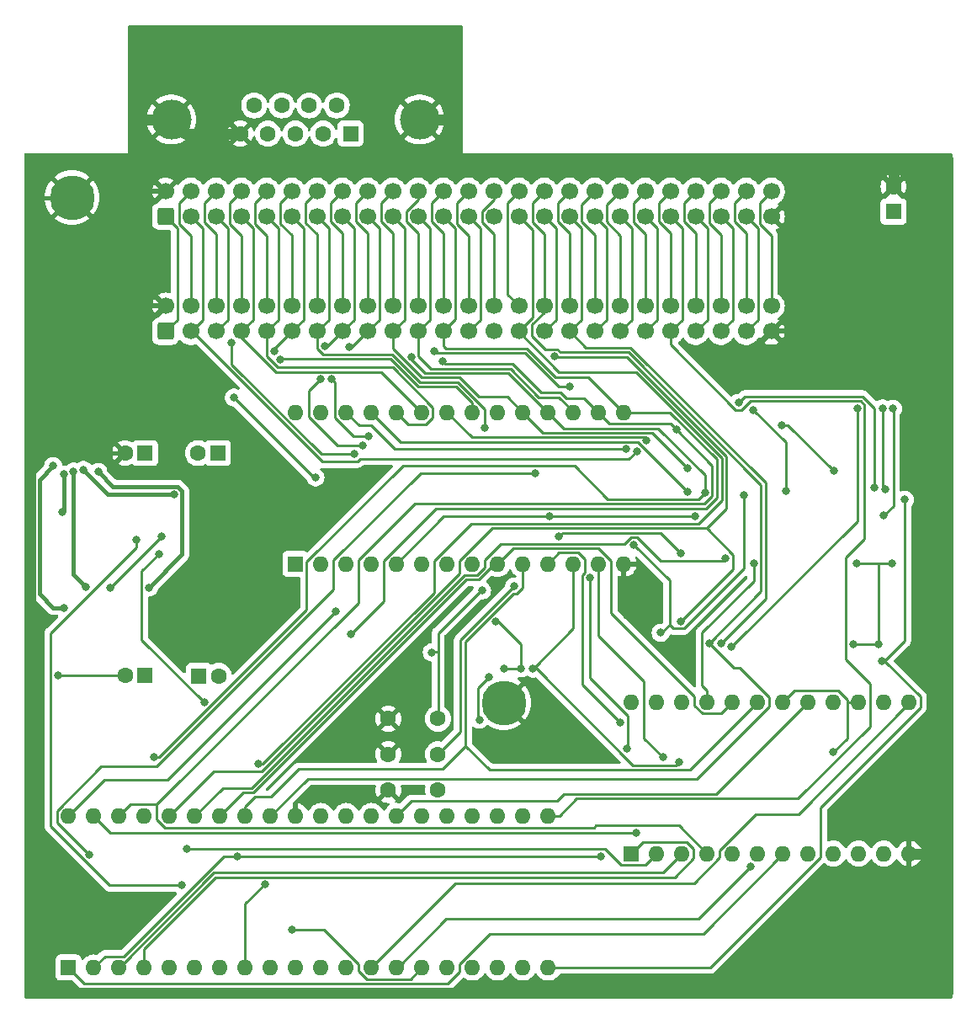
<source format=gbr>
%TF.GenerationSoftware,KiCad,Pcbnew,7.0.7*%
%TF.CreationDate,2023-10-18T23:04:20+01:00*%
%TF.ProjectId,CPC464-2MINIRS232C,43504334-3634-42d3-924d-494e49525332,rev?*%
%TF.SameCoordinates,Original*%
%TF.FileFunction,Copper,L2,Bot*%
%TF.FilePolarity,Positive*%
%FSLAX46Y46*%
G04 Gerber Fmt 4.6, Leading zero omitted, Abs format (unit mm)*
G04 Created by KiCad (PCBNEW 7.0.7) date 2023-10-18 23:04:21*
%MOMM*%
%LPD*%
G01*
G04 APERTURE LIST*
G04 Aperture macros list*
%AMRoundRect*
0 Rectangle with rounded corners*
0 $1 Rounding radius*
0 $2 $3 $4 $5 $6 $7 $8 $9 X,Y pos of 4 corners*
0 Add a 4 corners polygon primitive as box body*
4,1,4,$2,$3,$4,$5,$6,$7,$8,$9,$2,$3,0*
0 Add four circle primitives for the rounded corners*
1,1,$1+$1,$2,$3*
1,1,$1+$1,$4,$5*
1,1,$1+$1,$6,$7*
1,1,$1+$1,$8,$9*
0 Add four rect primitives between the rounded corners*
20,1,$1+$1,$2,$3,$4,$5,0*
20,1,$1+$1,$4,$5,$6,$7,0*
20,1,$1+$1,$6,$7,$8,$9,0*
20,1,$1+$1,$8,$9,$2,$3,0*%
G04 Aperture macros list end*
%TA.AperFunction,ComponentPad*%
%ADD10C,4.500000*%
%TD*%
%TA.AperFunction,ComponentPad*%
%ADD11C,4.000000*%
%TD*%
%TA.AperFunction,ComponentPad*%
%ADD12R,1.600000X1.600000*%
%TD*%
%TA.AperFunction,ComponentPad*%
%ADD13C,1.600000*%
%TD*%
%TA.AperFunction,ComponentPad*%
%ADD14RoundRect,0.250000X0.600000X-0.600000X0.600000X0.600000X-0.600000X0.600000X-0.600000X-0.600000X0*%
%TD*%
%TA.AperFunction,ComponentPad*%
%ADD15C,1.700000*%
%TD*%
%TA.AperFunction,ComponentPad*%
%ADD16O,1.600000X1.600000*%
%TD*%
%TA.AperFunction,ViaPad*%
%ADD17C,0.800000*%
%TD*%
%TA.AperFunction,Conductor*%
%ADD18C,0.250000*%
%TD*%
%TA.AperFunction,Conductor*%
%ADD19C,0.400000*%
%TD*%
%TA.AperFunction,Conductor*%
%ADD20C,1.080000*%
%TD*%
%TA.AperFunction,Conductor*%
%ADD21C,0.540000*%
%TD*%
%TA.AperFunction,Conductor*%
%ADD22C,0.254000*%
%TD*%
G04 APERTURE END LIST*
D10*
%TO.P,H7,1,1*%
%TO.N,GND*%
X75411000Y-93930000D03*
%TD*%
D11*
%TO.P,PL505,0,PAD*%
%TO.N,GND*%
X41964200Y-35286100D03*
X66964200Y-35286100D03*
D12*
%TO.P,PL505,1,1*%
%TO.N,RS_DCD*%
X60004200Y-36706100D03*
D13*
%TO.P,PL505,2,2*%
%TO.N,RS_TX*%
X57234200Y-36706100D03*
%TO.P,PL505,3,3*%
%TO.N,RS_RX*%
X54464200Y-36706100D03*
%TO.P,PL505,4,4*%
%TO.N,RS_DTR*%
X51694200Y-36706100D03*
%TO.P,PL505,5,5*%
%TO.N,GND*%
X48924200Y-36706100D03*
%TO.P,PL505,6,6*%
%TO.N,unconnected-(PL505-Pad6)*%
X58619200Y-33866100D03*
%TO.P,PL505,7,7*%
%TO.N,RS_RTS*%
X55849200Y-33866100D03*
%TO.P,PL505,8,8*%
%TO.N,RS_CTS*%
X53079200Y-33866100D03*
%TO.P,PL505,9,9*%
%TO.N,RS_RI*%
X50309200Y-33866100D03*
%TD*%
D14*
%TO.P,CE1050,1,Pin_1*%
%TO.N,SOUND*%
X41380000Y-45040000D03*
D15*
%TO.P,CE1050,2,Pin_2*%
%TO.N,GND*%
X41380000Y-42500000D03*
%TO.P,CE1050,3,Pin_3*%
%TO.N,/AMSRS232C SM Edited/A15*%
X43920000Y-45040000D03*
%TO.P,CE1050,4,Pin_4*%
%TO.N,/AMSRS232C SM Edited/A14*%
X43920000Y-42500000D03*
%TO.P,CE1050,5,Pin_5*%
%TO.N,/AMSRS232C SM Edited/A13*%
X46460000Y-45040000D03*
%TO.P,CE1050,6,Pin_6*%
%TO.N,/AMSRS232C SM Edited/A12*%
X46460000Y-42500000D03*
%TO.P,CE1050,7,Pin_7*%
%TO.N,/AMSRS232C SM Edited/A11*%
X49000000Y-45040000D03*
%TO.P,CE1050,8,Pin_8*%
%TO.N,/AMSRS232C SM Edited/A10*%
X49000000Y-42500000D03*
%TO.P,CE1050,9,Pin_9*%
%TO.N,/AMSRS232C SM Edited/A9*%
X51540000Y-45040000D03*
%TO.P,CE1050,10,Pin_10*%
%TO.N,/AMSRS232C SM Edited/A8*%
X51540000Y-42500000D03*
%TO.P,CE1050,11,Pin_11*%
%TO.N,/AMSRS232C SM Edited/A7*%
X54080000Y-45040000D03*
%TO.P,CE1050,12,Pin_12*%
%TO.N,/AMSRS232C SM Edited/A6*%
X54080000Y-42500000D03*
%TO.P,CE1050,13,Pin_13*%
%TO.N,/AMSRS232C SM Edited/A5*%
X56620000Y-45040000D03*
%TO.P,CE1050,14,Pin_14*%
%TO.N,/AMSRS232C SM Edited/A4*%
X56620000Y-42500000D03*
%TO.P,CE1050,15,Pin_15*%
%TO.N,/AMSRS232C SM Edited/A3*%
X59160000Y-45040000D03*
%TO.P,CE1050,16,Pin_16*%
%TO.N,/AMSRS232C SM Edited/A2*%
X59160000Y-42500000D03*
%TO.P,CE1050,17,Pin_17*%
%TO.N,/AMSRS232C SM Edited/A1*%
X61700000Y-45040000D03*
%TO.P,CE1050,18,Pin_18*%
%TO.N,/AMSRS232C SM Edited/A0*%
X61700000Y-42500000D03*
%TO.P,CE1050,19,Pin_19*%
%TO.N,/AMSRS232C SM Edited/D7*%
X64240000Y-45040000D03*
%TO.P,CE1050,20,Pin_20*%
%TO.N,/AMSRS232C SM Edited/D6*%
X64240000Y-42500000D03*
%TO.P,CE1050,21,Pin_21*%
%TO.N,/AMSRS232C SM Edited/D5*%
X66780000Y-45040000D03*
%TO.P,CE1050,22,Pin_22*%
%TO.N,/AMSRS232C SM Edited/D4*%
X66780000Y-42500000D03*
%TO.P,CE1050,23,Pin_23*%
%TO.N,/AMSRS232C SM Edited/D3*%
X69320000Y-45040000D03*
%TO.P,CE1050,24,Pin_24*%
%TO.N,/AMSRS232C SM Edited/D2*%
X69320000Y-42500000D03*
%TO.P,CE1050,25,Pin_25*%
%TO.N,/AMSRS232C SM Edited/D1*%
X71860000Y-45040000D03*
%TO.P,CE1050,26,Pin_26*%
%TO.N,/AMSRS232C SM Edited/D0*%
X71860000Y-42500000D03*
%TO.P,CE1050,27,Pin_27*%
%TO.N,+5V*%
X74400000Y-45040000D03*
%TO.P,CE1050,28,Pin_28*%
%TO.N,MREQ*%
X74400000Y-42500000D03*
%TO.P,CE1050,29,Pin_29*%
%TO.N,M1*%
X76940000Y-45040000D03*
%TO.P,CE1050,30,Pin_30*%
%TO.N,RFSH*%
X76940000Y-42500000D03*
%TO.P,CE1050,31,Pin_31*%
%TO.N,IORQ*%
X79480000Y-45040000D03*
%TO.P,CE1050,32,Pin_32*%
%TO.N,RD*%
X79480000Y-42500000D03*
%TO.P,CE1050,33,Pin_33*%
%TO.N,WR*%
X82020000Y-45040000D03*
%TO.P,CE1050,34,Pin_34*%
%TO.N,HALT*%
X82020000Y-42500000D03*
%TO.P,CE1050,35,Pin_35*%
%TO.N,INT*%
X84560000Y-45040000D03*
%TO.P,CE1050,36,Pin_36*%
%TO.N,NMI*%
X84560000Y-42500000D03*
%TO.P,CE1050,37,Pin_37*%
%TO.N,BUSRQ*%
X87100000Y-45040000D03*
%TO.P,CE1050,38,Pin_38*%
%TO.N,BUSAK*%
X87100000Y-42500000D03*
%TO.P,CE1050,39,Pin_39*%
%TO.N,READY*%
X89640000Y-45040000D03*
%TO.P,CE1050,40,Pin_40*%
%TO.N,BUS*%
X89640000Y-42500000D03*
%TO.P,CE1050,41,Pin_41*%
%TO.N,RESET*%
X92180000Y-45040000D03*
%TO.P,CE1050,42,Pin_42*%
%TO.N,ROMEN*%
X92180000Y-42500000D03*
%TO.P,CE1050,43,Pin_43*%
%TO.N,ROMDIS*%
X94720000Y-45040000D03*
%TO.P,CE1050,44,Pin_44*%
%TO.N,RAMRD*%
X94720000Y-42500000D03*
%TO.P,CE1050,45,Pin_45*%
%TO.N,RAMDIS*%
X97260000Y-45040000D03*
%TO.P,CE1050,46,Pin_46*%
%TO.N,CURSOR*%
X97260000Y-42500000D03*
%TO.P,CE1050,47,Pin_47*%
%TO.N,LPEN*%
X99800000Y-45040000D03*
%TO.P,CE1050,48,Pin_48*%
%TO.N,EXP*%
X99800000Y-42500000D03*
%TO.P,CE1050,49,Pin_49*%
%TO.N,GND*%
X102340000Y-45040000D03*
%TO.P,CE1050,50,Pin_50*%
%TO.N,A100*%
X102340000Y-42500000D03*
%TD*%
D12*
%TO.P,C513,1*%
%TO.N,Net-(IC510-C1+)*%
X44744900Y-91225000D03*
D13*
%TO.P,C513,2*%
%TO.N,Net-(IC510-C1-)*%
X46744900Y-91225000D03*
%TD*%
D10*
%TO.P,H1,1,1*%
%TO.N,GND*%
X31977000Y-43130000D03*
%TD*%
D13*
%TO.P,LK503,1,Pin_1*%
%TO.N,Net-(LK503-Pin_1)*%
X68800000Y-102700000D03*
%TO.P,LK503,2,Pin_2*%
%TO.N,GND*%
X63800000Y-102700000D03*
%TD*%
D12*
%TO.P,C512,1*%
%TO.N,Net-(IC510-C2+)*%
X46655100Y-68825000D03*
D13*
%TO.P,C512,2*%
%TO.N,Net-(IC510-C2-)*%
X44655100Y-68825000D03*
%TD*%
D14*
%TO.P,CE1051,1,Pin_1*%
%TO.N,SOUND*%
X41380000Y-56587500D03*
D15*
%TO.P,CE1051,2,Pin_2*%
%TO.N,GND*%
X41380000Y-54047500D03*
%TO.P,CE1051,3,Pin_3*%
%TO.N,/AMSRS232C SM Edited/A15*%
X43920000Y-56587500D03*
%TO.P,CE1051,4,Pin_4*%
%TO.N,/AMSRS232C SM Edited/A14*%
X43920000Y-54047500D03*
%TO.P,CE1051,5,Pin_5*%
%TO.N,/AMSRS232C SM Edited/A13*%
X46460000Y-56587500D03*
%TO.P,CE1051,6,Pin_6*%
%TO.N,/AMSRS232C SM Edited/A12*%
X46460000Y-54047500D03*
%TO.P,CE1051,7,Pin_7*%
%TO.N,/AMSRS232C SM Edited/A11*%
X49000000Y-56587500D03*
%TO.P,CE1051,8,Pin_8*%
%TO.N,/AMSRS232C SM Edited/A10*%
X49000000Y-54047500D03*
%TO.P,CE1051,9,Pin_9*%
%TO.N,/AMSRS232C SM Edited/A9*%
X51540000Y-56587500D03*
%TO.P,CE1051,10,Pin_10*%
%TO.N,/AMSRS232C SM Edited/A8*%
X51540000Y-54047500D03*
%TO.P,CE1051,11,Pin_11*%
%TO.N,/AMSRS232C SM Edited/A7*%
X54080000Y-56587500D03*
%TO.P,CE1051,12,Pin_12*%
%TO.N,/AMSRS232C SM Edited/A6*%
X54080000Y-54047500D03*
%TO.P,CE1051,13,Pin_13*%
%TO.N,/AMSRS232C SM Edited/A5*%
X56620000Y-56587500D03*
%TO.P,CE1051,14,Pin_14*%
%TO.N,/AMSRS232C SM Edited/A4*%
X56620000Y-54047500D03*
%TO.P,CE1051,15,Pin_15*%
%TO.N,/AMSRS232C SM Edited/A3*%
X59160000Y-56587500D03*
%TO.P,CE1051,16,Pin_16*%
%TO.N,/AMSRS232C SM Edited/A2*%
X59160000Y-54047500D03*
%TO.P,CE1051,17,Pin_17*%
%TO.N,/AMSRS232C SM Edited/A1*%
X61700000Y-56587500D03*
%TO.P,CE1051,18,Pin_18*%
%TO.N,/AMSRS232C SM Edited/A0*%
X61700000Y-54047500D03*
%TO.P,CE1051,19,Pin_19*%
%TO.N,/AMSRS232C SM Edited/D7*%
X64240000Y-56587500D03*
%TO.P,CE1051,20,Pin_20*%
%TO.N,/AMSRS232C SM Edited/D6*%
X64240000Y-54047500D03*
%TO.P,CE1051,21,Pin_21*%
%TO.N,/AMSRS232C SM Edited/D5*%
X66780000Y-56587500D03*
%TO.P,CE1051,22,Pin_22*%
%TO.N,/AMSRS232C SM Edited/D4*%
X66780000Y-54047500D03*
%TO.P,CE1051,23,Pin_23*%
%TO.N,/AMSRS232C SM Edited/D3*%
X69320000Y-56587500D03*
%TO.P,CE1051,24,Pin_24*%
%TO.N,/AMSRS232C SM Edited/D2*%
X69320000Y-54047500D03*
%TO.P,CE1051,25,Pin_25*%
%TO.N,/AMSRS232C SM Edited/D1*%
X71860000Y-56587500D03*
%TO.P,CE1051,26,Pin_26*%
%TO.N,/AMSRS232C SM Edited/D0*%
X71860000Y-54047500D03*
%TO.P,CE1051,27,Pin_27*%
%TO.N,+5V*%
X74400000Y-56587500D03*
%TO.P,CE1051,28,Pin_28*%
%TO.N,MREQ*%
X74400000Y-54047500D03*
%TO.P,CE1051,29,Pin_29*%
%TO.N,M1*%
X76940000Y-56587500D03*
%TO.P,CE1051,30,Pin_30*%
%TO.N,RFSH*%
X76940000Y-54047500D03*
%TO.P,CE1051,31,Pin_31*%
%TO.N,IORQ*%
X79480000Y-56587500D03*
%TO.P,CE1051,32,Pin_32*%
%TO.N,RD*%
X79480000Y-54047500D03*
%TO.P,CE1051,33,Pin_33*%
%TO.N,WR*%
X82020000Y-56587500D03*
%TO.P,CE1051,34,Pin_34*%
%TO.N,HALT*%
X82020000Y-54047500D03*
%TO.P,CE1051,35,Pin_35*%
%TO.N,INT*%
X84560000Y-56587500D03*
%TO.P,CE1051,36,Pin_36*%
%TO.N,NMI*%
X84560000Y-54047500D03*
%TO.P,CE1051,37,Pin_37*%
%TO.N,BUSRQ*%
X87100000Y-56587500D03*
%TO.P,CE1051,38,Pin_38*%
%TO.N,BUSAK*%
X87100000Y-54047500D03*
%TO.P,CE1051,39,Pin_39*%
%TO.N,READY*%
X89640000Y-56587500D03*
%TO.P,CE1051,40,Pin_40*%
%TO.N,BUS*%
X89640000Y-54047500D03*
%TO.P,CE1051,41,Pin_41*%
%TO.N,RESET*%
X92180000Y-56587500D03*
%TO.P,CE1051,42,Pin_42*%
%TO.N,ROMEN*%
X92180000Y-54047500D03*
%TO.P,CE1051,43,Pin_43*%
%TO.N,ROMDIS*%
X94720000Y-56587500D03*
%TO.P,CE1051,44,Pin_44*%
%TO.N,RAMRD*%
X94720000Y-54047500D03*
%TO.P,CE1051,45,Pin_45*%
%TO.N,RAMDIS*%
X97260000Y-56587500D03*
%TO.P,CE1051,46,Pin_46*%
%TO.N,CURSOR*%
X97260000Y-54047500D03*
%TO.P,CE1051,47,Pin_47*%
%TO.N,LPEN*%
X99800000Y-56587500D03*
%TO.P,CE1051,48,Pin_48*%
%TO.N,EXP*%
X99800000Y-54047500D03*
%TO.P,CE1051,49,Pin_49*%
%TO.N,GND*%
X102340000Y-56587500D03*
%TO.P,CE1051,50,Pin_50*%
%TO.N,A100*%
X102340000Y-54047500D03*
%TD*%
D12*
%TO.P,IC505,1,D1*%
%TO.N,/AMSRS232C SM Edited/D1*%
X31625000Y-120550000D03*
D16*
%TO.P,IC505,2,D3*%
%TO.N,/AMSRS232C SM Edited/D3*%
X34165000Y-120550000D03*
%TO.P,IC505,3,D5*%
%TO.N,/AMSRS232C SM Edited/D5*%
X36705000Y-120550000D03*
%TO.P,IC505,4,D7*%
%TO.N,/AMSRS232C SM Edited/D7*%
X39245000Y-120550000D03*
%TO.P,IC505,5,~{INT}*%
%TO.N,INT*%
X41785000Y-120550000D03*
%TO.P,IC505,6,IEI*%
%TO.N,+5V*%
X44325000Y-120550000D03*
%TO.P,IC505,7,IEO*%
%TO.N,unconnected-(IC505-IEO-Pad7)*%
X46865000Y-120550000D03*
%TO.P,IC505,8,~{M1}*%
%TO.N,M1*%
X49405000Y-120550000D03*
%TO.P,IC505,9,VCC*%
%TO.N,+5V*%
X51945000Y-120550000D03*
%TO.P,IC505,10,~{W/RDYA}*%
%TO.N,unconnected-(IC505-~{W{slash}RDYA}-Pad10)*%
X54485000Y-120550000D03*
%TO.P,IC505,11,~{RIA}*%
%TO.N,/AMSRS232C SM Edited/RI_IN*%
X57025000Y-120550000D03*
%TO.P,IC505,12,RxDA*%
%TO.N,/AMSRS232C SM Edited/TX_IN*%
X59565000Y-120550000D03*
%TO.P,IC505,13,~{RxCA}*%
%TO.N,Net-(IC504-OUT1)*%
X62105000Y-120550000D03*
%TO.P,IC505,14,~{TxCA}*%
%TO.N,Net-(IC504-OUT0)*%
X64645000Y-120550000D03*
%TO.P,IC505,15,TxDA*%
%TO.N,/AMSRS232C SM Edited/RX_OUT*%
X67185000Y-120550000D03*
%TO.P,IC505,16,~{DTRA}*%
%TO.N,/AMSRS232C SM Edited/DTR_OUT*%
X69725000Y-120550000D03*
%TO.P,IC505,17,~{RTSA}*%
%TO.N,/AMSRS232C SM Edited/RTS_OUT*%
X72265000Y-120550000D03*
%TO.P,IC505,18,~{CTSA}*%
%TO.N,/AMSRS232C SM Edited/CTS_IN*%
X74805000Y-120550000D03*
%TO.P,IC505,19,~{DCDA}*%
%TO.N,/AMSRS232C SM Edited/DCD_IN*%
X77345000Y-120550000D03*
%TO.P,IC505,20,CLK*%
%TO.N,DCLK*%
X79885000Y-120550000D03*
%TO.P,IC505,21,~{RESET}*%
%TO.N,RESET*%
X79885000Y-105310000D03*
%TO.P,IC505,22,~{DCDB}*%
%TO.N,unconnected-(IC505-~{DCDB}-Pad22)*%
X77345000Y-105310000D03*
%TO.P,IC505,23,~{CTSB}*%
%TO.N,unconnected-(IC505-~{CTSB}-Pad23)*%
X74805000Y-105310000D03*
%TO.P,IC505,24,~{RTSB}*%
%TO.N,unconnected-(IC505-~{RTSB}-Pad24)*%
X72265000Y-105310000D03*
%TO.P,IC505,25,~{DTRB}*%
%TO.N,unconnected-(IC505-~{DTRB}-Pad25)*%
X69725000Y-105310000D03*
%TO.P,IC505,26,TxDB*%
%TO.N,unconnected-(IC505-TxDB-Pad26)*%
X67185000Y-105310000D03*
%TO.P,IC505,27,~{RxTxCB}*%
%TO.N,Net-(IC504-OUT2)*%
X64645000Y-105310000D03*
%TO.P,IC505,28,RxDB*%
%TO.N,unconnected-(IC505-RxDB-Pad28)*%
X62105000Y-105310000D03*
%TO.P,IC505,29,~{RIB}*%
%TO.N,unconnected-(IC505-~{RIB}-Pad29)*%
X59565000Y-105310000D03*
%TO.P,IC505,30,~{W/RDYB}*%
%TO.N,unconnected-(IC505-~{W{slash}RDYB}-Pad30)*%
X57025000Y-105310000D03*
%TO.P,IC505,31,GND*%
%TO.N,GND*%
X54485000Y-105310000D03*
%TO.P,IC505,32,~{RD}*%
%TO.N,RD*%
X51945000Y-105310000D03*
%TO.P,IC505,33,C/~{D}*%
%TO.N,/AMSRS232C SM Edited/A0*%
X49405000Y-105310000D03*
%TO.P,IC505,34,B/~{A}*%
%TO.N,/AMSRS232C SM Edited/A1*%
X46865000Y-105310000D03*
%TO.P,IC505,35,~{CE}*%
%TO.N,DSEL*%
X44325000Y-105310000D03*
%TO.P,IC505,36,~{IORQ}*%
%TO.N,IORQ*%
X41785000Y-105310000D03*
%TO.P,IC505,37,D6*%
%TO.N,/AMSRS232C SM Edited/D6*%
X39245000Y-105310000D03*
%TO.P,IC505,38,D4*%
%TO.N,/AMSRS232C SM Edited/D4*%
X36705000Y-105310000D03*
%TO.P,IC505,39,D2*%
%TO.N,/AMSRS232C SM Edited/D2*%
X34165000Y-105310000D03*
%TO.P,IC505,40,D0*%
%TO.N,/AMSRS232C SM Edited/D0*%
X31625000Y-105310000D03*
%TD*%
D12*
%TO.P,IC501,1,VPP*%
%TO.N,+5V*%
X54460000Y-79975000D03*
D16*
%TO.P,IC501,2,A12*%
%TO.N,/AMSRS232C SM Edited/A12*%
X57000000Y-79975000D03*
%TO.P,IC501,3,A7*%
%TO.N,/AMSRS232C SM Edited/A7*%
X59540000Y-79975000D03*
%TO.P,IC501,4,A6*%
%TO.N,/AMSRS232C SM Edited/A6*%
X62080000Y-79975000D03*
%TO.P,IC501,5,A5*%
%TO.N,/AMSRS232C SM Edited/A5*%
X64620000Y-79975000D03*
%TO.P,IC501,6,A4*%
%TO.N,/AMSRS232C SM Edited/A4*%
X67160000Y-79975000D03*
%TO.P,IC501,7,A3*%
%TO.N,/AMSRS232C SM Edited/A3*%
X69700000Y-79975000D03*
%TO.P,IC501,8,A2*%
%TO.N,/AMSRS232C SM Edited/A2*%
X72240000Y-79975000D03*
%TO.P,IC501,9,A1*%
%TO.N,/AMSRS232C SM Edited/A1*%
X74780000Y-79975000D03*
%TO.P,IC501,10,A0*%
%TO.N,/AMSRS232C SM Edited/A0*%
X77320000Y-79975000D03*
%TO.P,IC501,11,D0*%
%TO.N,/AMSRS232C SM Edited/D0*%
X79860000Y-79975000D03*
%TO.P,IC501,12,D1*%
%TO.N,/AMSRS232C SM Edited/D1*%
X82400000Y-79975000D03*
%TO.P,IC501,13,D2*%
%TO.N,/AMSRS232C SM Edited/D2*%
X84940000Y-79975000D03*
%TO.P,IC501,14,GND*%
%TO.N,GND*%
X87480000Y-79975000D03*
%TO.P,IC501,15,D3*%
%TO.N,/AMSRS232C SM Edited/D3*%
X87480000Y-64735000D03*
%TO.P,IC501,16,D4*%
%TO.N,/AMSRS232C SM Edited/D4*%
X84940000Y-64735000D03*
%TO.P,IC501,17,D5*%
%TO.N,/AMSRS232C SM Edited/D5*%
X82400000Y-64735000D03*
%TO.P,IC501,18,D6*%
%TO.N,/AMSRS232C SM Edited/D6*%
X79860000Y-64735000D03*
%TO.P,IC501,19,D7*%
%TO.N,/AMSRS232C SM Edited/D7*%
X77320000Y-64735000D03*
%TO.P,IC501,20,~{CE}*%
%TO.N,ROMEN*%
X74780000Y-64735000D03*
%TO.P,IC501,21,A10*%
%TO.N,/AMSRS232C SM Edited/A10*%
X72240000Y-64735000D03*
%TO.P,IC501,22,~{OE}*%
%TO.N,~{ROMOE}*%
X69700000Y-64735000D03*
%TO.P,IC501,23,A11*%
%TO.N,/AMSRS232C SM Edited/A11*%
X67160000Y-64735000D03*
%TO.P,IC501,24,A9*%
%TO.N,/AMSRS232C SM Edited/A9*%
X64620000Y-64735000D03*
%TO.P,IC501,25,A8*%
%TO.N,/AMSRS232C SM Edited/A8*%
X62080000Y-64735000D03*
%TO.P,IC501,26,A13*%
%TO.N,/AMSRS232C SM Edited/A13*%
X59540000Y-64735000D03*
%TO.P,IC501,27,~{PGM}*%
%TO.N,+5V*%
X57000000Y-64735000D03*
%TO.P,IC501,28,VCC*%
X54460000Y-64735000D03*
%TD*%
D12*
%TO.P,C1051,1*%
%TO.N,+5V*%
X114633600Y-44542800D03*
D13*
%TO.P,C1051,2*%
%TO.N,GND*%
X114633600Y-42042800D03*
%TD*%
D12*
%TO.P,IC504,1,D7*%
%TO.N,/AMSRS232C SM Edited/D7*%
X88265000Y-109090000D03*
D16*
%TO.P,IC504,2,D6*%
%TO.N,/AMSRS232C SM Edited/D6*%
X90805000Y-109090000D03*
%TO.P,IC504,3,D5*%
%TO.N,/AMSRS232C SM Edited/D5*%
X93345000Y-109090000D03*
%TO.P,IC504,4,D4*%
%TO.N,/AMSRS232C SM Edited/D4*%
X95885000Y-109090000D03*
%TO.P,IC504,5,D3*%
%TO.N,/AMSRS232C SM Edited/D3*%
X98425000Y-109090000D03*
%TO.P,IC504,6,D2*%
%TO.N,/AMSRS232C SM Edited/D2*%
X100965000Y-109090000D03*
%TO.P,IC504,7,D1*%
%TO.N,/AMSRS232C SM Edited/D1*%
X103505000Y-109090000D03*
%TO.P,IC504,8,D0*%
%TO.N,/AMSRS232C SM Edited/D0*%
X106045000Y-109090000D03*
%TO.P,IC504,9,CLK0*%
%TO.N,Net-(IC504-CLK0)*%
X108585000Y-109090000D03*
%TO.P,IC504,10,OUT0*%
%TO.N,Net-(IC504-OUT0)*%
X111125000Y-109090000D03*
%TO.P,IC504,11,GATE0*%
%TO.N,+5V*%
X113665000Y-109090000D03*
%TO.P,IC504,12,GND*%
%TO.N,GND*%
X116205000Y-109090000D03*
%TO.P,IC504,13,OUT1*%
%TO.N,Net-(IC504-OUT1)*%
X116205000Y-93850000D03*
%TO.P,IC504,14,GATE1*%
%TO.N,+5V*%
X113665000Y-93850000D03*
%TO.P,IC504,15,CLK1*%
%TO.N,Net-(IC504-CLK0)*%
X111125000Y-93850000D03*
%TO.P,IC504,16,GATE2*%
%TO.N,+5V*%
X108585000Y-93850000D03*
%TO.P,IC504,17,OUT2*%
%TO.N,Net-(IC504-OUT2)*%
X106045000Y-93850000D03*
%TO.P,IC504,18,CLK2*%
%TO.N,Net-(IC504-CLK0)*%
X103505000Y-93850000D03*
%TO.P,IC504,19,A0*%
%TO.N,/AMSRS232C SM Edited/A0*%
X100965000Y-93850000D03*
%TO.P,IC504,20,A1*%
%TO.N,/AMSRS232C SM Edited/A1*%
X98425000Y-93850000D03*
%TO.P,IC504,21,~{CS}*%
%TO.N,Net-(IC502B-O1)*%
X95885000Y-93850000D03*
%TO.P,IC504,22,~{RD}*%
%TO.N,~{RARD}*%
X93345000Y-93850000D03*
%TO.P,IC504,23,~{WR}*%
%TO.N,~{RAWR}*%
X90805000Y-93850000D03*
%TO.P,IC504,24,VCC*%
%TO.N,+5V*%
X88265000Y-93850000D03*
%TD*%
D12*
%TO.P,C515,1*%
%TO.N,Net-(IC510-V+)*%
X39330000Y-91200000D03*
D13*
%TO.P,C515,2*%
%TO.N,+5V*%
X37330000Y-91200000D03*
%TD*%
%TO.P,LK502,1,Pin_1*%
%TO.N,Net-(LK502-Pin_1)*%
X68800000Y-99100000D03*
%TO.P,LK502,2,Pin_2*%
%TO.N,GND*%
X63800000Y-99100000D03*
%TD*%
D12*
%TO.P,C514,1*%
%TO.N,Net-(IC510-V-)*%
X39330000Y-68825000D03*
D13*
%TO.P,C514,2*%
%TO.N,GND*%
X37330000Y-68825000D03*
%TD*%
%TO.P,LK501,1,Pin_1*%
%TO.N,Net-(LK501-Pin_1)*%
X68800000Y-95525000D03*
%TO.P,LK501,2,Pin_2*%
%TO.N,GND*%
X63800000Y-95525000D03*
%TD*%
D17*
%TO.N,GND*%
X87800000Y-85200000D03*
%TO.N,Net-(LK501-Pin_1)*%
X68175000Y-88850000D03*
X73225000Y-82639200D03*
%TO.N,GND*%
X118575000Y-72825000D03*
X112650000Y-121970000D03*
X118525000Y-88400000D03*
%TO.N,+5V*%
X30585800Y-91200000D03*
%TO.N,M1*%
X51362500Y-112187900D03*
X50748000Y-100093300D03*
%TO.N,IORQ*%
X93209600Y-85737900D03*
X80505400Y-59124000D03*
%TO.N,RD*%
X96090900Y-87938800D03*
%TO.N,WR*%
X97325800Y-87941000D03*
%TO.N,INT*%
X33741900Y-109218100D03*
X78590000Y-70831300D03*
%TO.N,A100*%
X113845200Y-72462600D03*
X113519900Y-64352600D03*
%TO.N,Net-(D501-A)*%
X100528000Y-64486200D03*
X103805100Y-72595700D03*
%TO.N,/AMSRS232C SM Edited/A12*%
X56476000Y-71279700D03*
X48262500Y-63241000D03*
%TO.N,/AMSRS232C SM Edited/A7*%
X52325000Y-58575000D03*
%TO.N,/AMSRS232C SM Edited/A6*%
X48049900Y-57698200D03*
X60412400Y-68945400D03*
%TO.N,/AMSRS232C SM Edited/A5*%
X73524700Y-66293400D03*
X80051900Y-75203800D03*
X94651100Y-75203800D03*
%TO.N,/AMSRS232C SM Edited/A4*%
X61266800Y-68087600D03*
X57000000Y-61400500D03*
%TO.N,/AMSRS232C SM Edited/A3*%
X58125000Y-61400000D03*
X61841000Y-67118900D03*
X57449799Y-58100201D03*
%TO.N,/AMSRS232C SM Edited/A1*%
X59850000Y-58125000D03*
%TO.N,/AMSRS232C SM Edited/D0*%
X58504000Y-84742000D03*
X87130500Y-95880500D03*
%TO.N,/AMSRS232C SM Edited/D1*%
X93035400Y-99934000D03*
X78365100Y-90496200D03*
%TO.N,/AMSRS232C SM Edited/D2*%
X91433500Y-99426900D03*
X88775900Y-106998000D03*
X82025000Y-62150000D03*
X68450000Y-58550000D03*
%TO.N,/AMSRS232C SM Edited/D3*%
X60073600Y-87020500D03*
X48621000Y-109383300D03*
X85161500Y-109383300D03*
%TO.N,/AMSRS232C SM Edited/D4*%
X92795100Y-66487400D03*
X69250000Y-59608800D03*
%TO.N,/AMSRS232C SM Edited/D5*%
X88512800Y-78017600D03*
X91210400Y-86896200D03*
X99606200Y-73067100D03*
%TO.N,/AMSRS232C SM Edited/D6*%
X43512000Y-108628200D03*
X66112299Y-59137701D03*
X95671700Y-72790600D03*
X40193800Y-99418100D03*
%TO.N,/AMSRS232C SM Edited/D7*%
X84067100Y-81370700D03*
X87835500Y-98537500D03*
X93934700Y-70358600D03*
%TO.N,/AMSRS232C SM Edited/A10*%
X52893497Y-59432503D03*
X80992000Y-77216600D03*
X93260700Y-78929300D03*
%TO.N,~{ROMOE}*%
X112732900Y-72327000D03*
X99040400Y-63773400D03*
X89765400Y-67527200D03*
%TO.N,/AMSRS232C SM Edited/A8*%
X93908900Y-72713400D03*
%TO.N,/AMSRS232C SM Edited/A13*%
X87765900Y-68437300D03*
%TO.N,~{RAWR}*%
X110973600Y-64356400D03*
X98332100Y-88314300D03*
%TO.N,Net-(IC502B-O1)*%
X100575500Y-79922400D03*
%TO.N,DSEL*%
X97754500Y-79372500D03*
%TO.N,Net-(IC503-Pad1)*%
X103396400Y-66021300D03*
X108628100Y-70642900D03*
%TO.N,DCLK*%
X113490000Y-89727200D03*
X115762100Y-73517900D03*
%TO.N,Net-(IC506B-C)*%
X113632000Y-75111500D03*
X114561800Y-64362800D03*
%TO.N,Net-(IC504-CLK0)*%
X108585000Y-98902700D03*
%TO.N,Net-(IC504-OUT0)*%
X100282200Y-110391400D03*
%TO.N,Net-(IC506A-~{R})*%
X113129700Y-88028900D03*
X114497900Y-79914900D03*
X110569000Y-88028900D03*
X110937400Y-79914900D03*
%TO.N,ODDEN*%
X74588597Y-85763597D03*
X75488100Y-90476200D03*
X77162800Y-90476200D03*
%TO.N,/AMSRS232C SM Edited/A15*%
X88785800Y-68613700D03*
%TO.N,Net-(LK502-Pin_1)*%
X76456300Y-82234900D03*
%TO.N,RS_DCD*%
X39725000Y-82350000D03*
X34625000Y-70725000D03*
%TO.N,RS_TX*%
X42250000Y-73000000D03*
X33119100Y-70521600D03*
%TO.N,RS_DTR*%
X30975000Y-74775000D03*
X31175000Y-70975000D03*
%TO.N,RS_RTS*%
X30079500Y-70125000D03*
X31175000Y-84375000D03*
%TO.N,RS_RX*%
X32135100Y-70697100D03*
X33350000Y-82250000D03*
%TO.N,Net-(LK503-Pin_1)*%
X72976200Y-95624100D03*
X73891500Y-91372300D03*
%TO.N,/AMSRS232C SM Edited/TX_IN*%
X35801700Y-82386900D03*
X40955000Y-77233600D03*
%TO.N,/AMSRS232C SM Edited/RX_OUT*%
X54073000Y-116714600D03*
%TO.N,/AMSRS232C SM Edited/DTR_OUT*%
X43005600Y-112272500D03*
X38415000Y-77553300D03*
%TO.N,/AMSRS232C SM Edited/RTS_OUT*%
X40697100Y-78993500D03*
X45285500Y-93873800D03*
%TD*%
D18*
%TO.N,/AMSRS232C SM Edited/A5*%
X69391200Y-75203800D02*
X80051900Y-75203800D01*
X64620000Y-79975000D02*
X69391200Y-75203800D01*
%TO.N,/AMSRS232C SM Edited/A1*%
X76363200Y-78391800D02*
X74780000Y-79975000D01*
X86210000Y-79652400D02*
X84949400Y-78391800D01*
X84949400Y-78391800D02*
X76363200Y-78391800D01*
X86210000Y-84915000D02*
X86210000Y-79652400D01*
X94615000Y-93320000D02*
X86210000Y-84915000D01*
X97299800Y-94975200D02*
X95396300Y-94975200D01*
X94615000Y-94193900D02*
X94615000Y-93320000D01*
X98425000Y-93850000D02*
X97299800Y-94975200D01*
X95396300Y-94975200D02*
X94615000Y-94193900D01*
X71631192Y-81550000D02*
X72892387Y-81550000D01*
X72892387Y-81550000D02*
X74467387Y-79975000D01*
X74467387Y-79975000D02*
X74780000Y-79975000D01*
X49234400Y-102940600D02*
X50240592Y-102940600D01*
X46865000Y-105310000D02*
X49234400Y-102940600D01*
X50240592Y-102940600D02*
X71631192Y-81550000D01*
%TO.N,M1*%
X51178704Y-100093300D02*
X50748000Y-100093300D01*
X68430000Y-82842004D02*
X51178704Y-100093300D01*
X97348200Y-73585400D02*
X94991500Y-75942100D01*
X97348200Y-69311600D02*
X97348200Y-73585400D01*
X88728800Y-60692200D02*
X97348200Y-69311600D01*
X80993800Y-60692200D02*
X88728800Y-60692200D01*
X72141600Y-75942100D02*
X68430000Y-79653700D01*
X77037000Y-56735400D02*
X80993800Y-60692200D01*
X68430000Y-79653700D02*
X68430000Y-82842004D01*
X77037000Y-56490500D02*
X77037000Y-56735400D01*
X94991500Y-75942100D02*
X72141600Y-75942100D01*
%TO.N,DSEL*%
X97442400Y-79684600D02*
X97754500Y-79372500D01*
X88813200Y-77292500D02*
X91205300Y-79684600D01*
X87563400Y-77941700D02*
X88212600Y-77292500D01*
X73510000Y-80295991D02*
X73510000Y-79577100D01*
X91205300Y-79684600D02*
X97442400Y-79684600D01*
X75145400Y-77941700D02*
X87563400Y-77941700D01*
X72705991Y-81100000D02*
X73510000Y-80295991D01*
X88212600Y-77292500D02*
X88813200Y-77292500D01*
X71444796Y-81100000D02*
X72705991Y-81100000D01*
X50054196Y-102490600D02*
X71444796Y-81100000D01*
X73510000Y-79577100D02*
X75145400Y-77941700D01*
X47144400Y-102490600D02*
X50054196Y-102490600D01*
X44325000Y-105310000D02*
X47144400Y-102490600D01*
D19*
%TO.N,GND*%
X87480000Y-84880000D02*
X87480000Y-79975000D01*
X87800000Y-85200000D02*
X87480000Y-84880000D01*
D18*
%TO.N,ODDEN*%
X77162800Y-88062800D02*
X77162800Y-90476200D01*
X74863597Y-85763597D02*
X77162800Y-88062800D01*
X74588597Y-85763597D02*
X74863597Y-85763597D01*
%TO.N,/AMSRS232C SM Edited/A0*%
X76756605Y-82959900D02*
X77320000Y-82396505D01*
X77320000Y-82396505D02*
X77320000Y-79975000D01*
X76367696Y-82959900D02*
X76756605Y-82959900D01*
X71573200Y-87754396D02*
X76367696Y-82959900D01*
X71573200Y-98258300D02*
X71573200Y-87754396D01*
%TO.N,Net-(LK501-Pin_1)*%
X68200000Y-88825000D02*
X68175000Y-88850000D01*
X68825000Y-88825000D02*
X68200000Y-88825000D01*
X68825000Y-88825000D02*
X68825000Y-86900000D01*
X68825000Y-95500000D02*
X68825000Y-88825000D01*
X73125000Y-82600000D02*
X73164200Y-82639200D01*
X68825000Y-86900000D02*
X73125000Y-82600000D01*
X68800000Y-95525000D02*
X68825000Y-95500000D01*
X73164200Y-82639200D02*
X73225000Y-82639200D01*
D20*
%TO.N,GND*%
X41964200Y-35286100D02*
X38161100Y-35286100D01*
X70698900Y-35286100D02*
X70735000Y-35250000D01*
D19*
X27820000Y-43130000D02*
X27740000Y-43050000D01*
D21*
X41380000Y-42500000D02*
X39275000Y-42500000D01*
D20*
X70735000Y-38873700D02*
X71076300Y-39215000D01*
D19*
X31977000Y-43130000D02*
X27820000Y-43130000D01*
D20*
X70735000Y-26340000D02*
X70735000Y-35250000D01*
X38161100Y-35286100D02*
X38125000Y-35250000D01*
D19*
X118525000Y-88400000D02*
X120010000Y-88400000D01*
D20*
X38125000Y-38863700D02*
X38125000Y-38425000D01*
X27740000Y-39190000D02*
X37798700Y-39190000D01*
X120035000Y-72875000D02*
X120035000Y-88375000D01*
X114634000Y-40633200D02*
X114634000Y-39223600D01*
X71076300Y-39215000D02*
X104550000Y-39215000D01*
D21*
X103738000Y-56587500D02*
X102340000Y-56587500D01*
D20*
X70735000Y-35250000D02*
X70735000Y-38873700D01*
D21*
X39275000Y-39575000D02*
X38125000Y-38425000D01*
D22*
X112650000Y-123025000D02*
X112575000Y-123100000D01*
D19*
X120010000Y-88400000D02*
X120035000Y-88375000D01*
D21*
X104325000Y-47025000D02*
X104325000Y-56000000D01*
D20*
X114634000Y-42042800D02*
X114634000Y-40633200D01*
X120035000Y-109125000D02*
X120035000Y-123100000D01*
D19*
X119985000Y-72825000D02*
X120035000Y-72875000D01*
D21*
X104325000Y-56000000D02*
X103738000Y-56587500D01*
D20*
X114634000Y-39223600D02*
X120035000Y-39223600D01*
D19*
X37330000Y-68825000D02*
X27790000Y-68825000D01*
D20*
X120035000Y-39223600D02*
X120035000Y-72875000D01*
X120000000Y-109090000D02*
X116205000Y-109090000D01*
X48924200Y-36706100D02*
X43384200Y-36706100D01*
D21*
X39275000Y-42500000D02*
X39275000Y-39575000D01*
D22*
X112650000Y-121970000D02*
X112650000Y-123025000D01*
D20*
X38125000Y-38425000D02*
X38125000Y-35250000D01*
D21*
X104550000Y-42830000D02*
X104550000Y-39215000D01*
X102340000Y-45040000D02*
X104325000Y-47025000D01*
D20*
X120035000Y-88375000D02*
X120035000Y-109125000D01*
X112575000Y-123100000D02*
X27740000Y-123100000D01*
X120035000Y-109125000D02*
X120000000Y-109090000D01*
D19*
X27790000Y-68825000D02*
X27740000Y-68775000D01*
D20*
X43384200Y-36706100D02*
X41964200Y-35286100D01*
X38125000Y-35250000D02*
X38125000Y-26340000D01*
D18*
X114634000Y-40633200D02*
X114633600Y-40633600D01*
D20*
X114625000Y-39215000D02*
X114634000Y-39223600D01*
X66964200Y-35286100D02*
X70698900Y-35286100D01*
X27740000Y-123100000D02*
X27740000Y-68775000D01*
D21*
X40097500Y-54047500D02*
X39275000Y-53225000D01*
X41380000Y-54047500D02*
X40097500Y-54047500D01*
D20*
X120035000Y-123100000D02*
X112575000Y-123100000D01*
X27740000Y-68775000D02*
X27740000Y-43050000D01*
X27740000Y-43050000D02*
X27740000Y-39190000D01*
X104550000Y-39215000D02*
X114625000Y-39215000D01*
D21*
X39275000Y-53225000D02*
X39275000Y-42500000D01*
D20*
X38125000Y-26340000D02*
X70735000Y-26340000D01*
D19*
X118575000Y-72825000D02*
X119985000Y-72825000D01*
D21*
X102340000Y-45040000D02*
X104550000Y-42830000D01*
D20*
X37798700Y-39190000D02*
X38125000Y-38863700D01*
D18*
X114633600Y-40633600D02*
X114633600Y-42042800D01*
%TO.N,+5V*%
X37330000Y-91200000D02*
X30585800Y-91200000D01*
D22*
%TO.N,SOUND*%
X42557000Y-55410500D02*
X41380000Y-56587500D01*
X42557000Y-46217000D02*
X42557000Y-55410500D01*
X41380000Y-45040000D02*
X42557000Y-46217000D01*
%TO.N,MREQ*%
X74400000Y-46800000D02*
X74400000Y-54047500D01*
X73223000Y-44552500D02*
X73223000Y-45623000D01*
X74400000Y-43375500D02*
X73223000Y-44552500D01*
X73223000Y-45623000D02*
X74400000Y-46800000D01*
X74400000Y-42500000D02*
X74400000Y-43375500D01*
D18*
%TO.N,M1*%
X49405000Y-120550000D02*
X49405000Y-114145400D01*
D22*
X78303000Y-46403000D02*
X78303000Y-55224500D01*
X76940000Y-45040000D02*
X78303000Y-46403000D01*
D18*
X49405000Y-114145400D02*
X51362500Y-112187900D01*
D22*
X78303000Y-55224500D02*
X77037000Y-56490500D01*
X77037000Y-56490500D02*
X76940000Y-56587500D01*
%TO.N,RFSH*%
X75763000Y-43677000D02*
X75763000Y-52870500D01*
X76940000Y-42500000D02*
X75763000Y-43677000D01*
X75763000Y-52870500D02*
X76940000Y-54047500D01*
%TO.N,IORQ*%
X80657000Y-55410500D02*
X79480000Y-56587500D01*
D18*
X70970000Y-80938400D02*
X70970000Y-79646000D01*
X95830500Y-76392300D02*
X98479700Y-79041500D01*
X97798400Y-69123800D02*
X87837700Y-59163100D01*
X98479700Y-79041500D02*
X98479700Y-80467800D01*
X41785000Y-105310000D02*
X46276600Y-100818400D01*
X70970000Y-79646000D02*
X74223700Y-76392300D01*
X51090000Y-100818400D02*
X70970000Y-80938400D01*
X80544500Y-59163100D02*
X80505400Y-59124000D01*
D22*
X80657000Y-46217000D02*
X80657000Y-55410500D01*
D18*
X87837700Y-59163100D02*
X80544500Y-59163100D01*
X97798400Y-74424400D02*
X97798400Y-69123800D01*
X46276600Y-100818400D02*
X51090000Y-100818400D01*
X98479700Y-80467800D02*
X93209600Y-85737900D01*
X74223700Y-76392300D02*
X95830500Y-76392300D01*
D22*
X79480000Y-45040000D02*
X80657000Y-46217000D01*
D18*
X95830500Y-76392300D02*
X97798400Y-74424400D01*
D22*
%TO.N,RD*%
X79480000Y-46805000D02*
X79480000Y-54047500D01*
X78303000Y-45628000D02*
X79480000Y-46805000D01*
D18*
X80805800Y-58398900D02*
X79582100Y-58398900D01*
D22*
X79480000Y-42500000D02*
X78303000Y-43677000D01*
D18*
X79582100Y-58398900D02*
X78276800Y-57093600D01*
X79480000Y-54687000D02*
X79480000Y-54047500D01*
X55695500Y-101559500D02*
X94861200Y-101559500D01*
X101313800Y-72002500D02*
X88003500Y-58692200D01*
X78276800Y-57093600D02*
X78276800Y-55890200D01*
X96090900Y-87938800D02*
X101313800Y-82715900D01*
X98601500Y-90449400D02*
X96090900Y-87938800D01*
X78276800Y-55890200D02*
X79480000Y-54687000D01*
X51945000Y-105310000D02*
X55695500Y-101559500D01*
X99175900Y-90449400D02*
X98601500Y-90449400D01*
X102136500Y-93410000D02*
X99175900Y-90449400D01*
X88003500Y-58692200D02*
X81099100Y-58692200D01*
D22*
X78303000Y-43677000D02*
X78303000Y-45628000D01*
D18*
X81099100Y-58692200D02*
X80805800Y-58398900D01*
X101313800Y-82715900D02*
X101313800Y-72002500D01*
X94861200Y-101559500D02*
X102136500Y-94284200D01*
X102136500Y-94284200D02*
X102136500Y-93410000D01*
D22*
%TO.N,WR*%
X82020000Y-45040000D02*
X83197000Y-46217000D01*
D18*
X88150400Y-58202500D02*
X83635000Y-58202500D01*
X101764000Y-71816100D02*
X88150400Y-58202500D01*
D22*
X83197000Y-46217000D02*
X83197000Y-55410500D01*
X83197000Y-55410500D02*
X82020000Y-56587500D01*
D18*
X97325800Y-87941000D02*
X101764000Y-83502800D01*
X83635000Y-58202500D02*
X82020000Y-56587500D01*
X101764000Y-83502800D02*
X101764000Y-71816100D01*
D22*
%TO.N,HALT*%
X80843000Y-45527500D02*
X82020000Y-46704500D01*
X82020000Y-46704500D02*
X82020000Y-54047500D01*
X82020000Y-42500000D02*
X80843000Y-43677000D01*
X80843000Y-43677000D02*
X80843000Y-45527500D01*
D18*
%TO.N,INT*%
X30487700Y-105963900D02*
X30487700Y-104802200D01*
X58270000Y-79588400D02*
X67027100Y-70831300D01*
D22*
X85737000Y-46217000D02*
X85737000Y-55410500D01*
X85737000Y-55410500D02*
X84560000Y-56587500D01*
D18*
X58270000Y-82551400D02*
X58270000Y-79588400D01*
X30487700Y-104802200D02*
X34934100Y-100355800D01*
X40465600Y-100355800D02*
X58270000Y-82551400D01*
X34934100Y-100355800D02*
X40465600Y-100355800D01*
X67027100Y-70831300D02*
X78590000Y-70831300D01*
D22*
X84560000Y-45040000D02*
X85737000Y-46217000D01*
D18*
X33741900Y-109218100D02*
X30487700Y-105963900D01*
D22*
%TO.N,NMI*%
X84560000Y-46916000D02*
X84560000Y-54047500D01*
X83197000Y-45553000D02*
X84560000Y-46916000D01*
X83197000Y-43863000D02*
X83197000Y-45553000D01*
X84560000Y-42500000D02*
X83197000Y-43863000D01*
%TO.N,BUSRQ*%
X87100000Y-45040000D02*
X88277000Y-46217000D01*
X88277000Y-46217000D02*
X88277000Y-55410500D01*
X88277000Y-55410500D02*
X87100000Y-56587500D01*
%TO.N,BUSAK*%
X87100000Y-46937900D02*
X87100000Y-54047500D01*
X87100000Y-42500000D02*
X85737000Y-43863000D01*
X85737000Y-45574900D02*
X87100000Y-46937900D01*
X85737000Y-43863000D02*
X85737000Y-45574900D01*
%TO.N,READY*%
X90817000Y-55410500D02*
X89640000Y-56587500D01*
X89640000Y-45040000D02*
X90817000Y-46217000D01*
X90817000Y-46217000D02*
X90817000Y-55410500D01*
%TO.N,BUS*%
X88463000Y-45663000D02*
X89640000Y-46840000D01*
X89640000Y-46840000D02*
X89640000Y-54047500D01*
X89640000Y-42500000D02*
X88463000Y-43677000D01*
X88463000Y-43677000D02*
X88463000Y-45663000D01*
D18*
%TO.N,RESET*%
X99340800Y-64498500D02*
X100227900Y-63611400D01*
X79885000Y-105310000D02*
X81010100Y-105310000D01*
D22*
X93357000Y-46217000D02*
X93357000Y-55410500D01*
D18*
X105001900Y-103572600D02*
X82747500Y-103572600D01*
D22*
X93357000Y-55410500D02*
X92180000Y-56587500D01*
D18*
X111327600Y-63611400D02*
X111698700Y-63982500D01*
X98740100Y-64498500D02*
X99340800Y-64498500D01*
X92180000Y-56587500D02*
X92180000Y-57938400D01*
X109814700Y-79341900D02*
X109814700Y-89546400D01*
X112268100Y-96306400D02*
X105001900Y-103572600D01*
X109814700Y-89546400D02*
X112268100Y-91999800D01*
X82747500Y-103572600D02*
X81010100Y-105310000D01*
X111698700Y-77457900D02*
X109814700Y-79341900D01*
X112268100Y-91999800D02*
X112268100Y-96306400D01*
X100227900Y-63611400D02*
X111327600Y-63611400D01*
D22*
X92180000Y-45040000D02*
X93357000Y-46217000D01*
D18*
X111698700Y-63982500D02*
X111698700Y-77457900D01*
X92180000Y-57938400D02*
X98740100Y-64498500D01*
D22*
%TO.N,ROMEN*%
X91003000Y-43677000D02*
X91003000Y-45527500D01*
X92180000Y-42500000D02*
X91003000Y-43677000D01*
X92180000Y-46704500D02*
X92180000Y-54047500D01*
X91003000Y-45527500D02*
X92180000Y-46704500D01*
%TO.N,ROMDIS*%
X95897000Y-46217000D02*
X95897000Y-55410500D01*
X94720000Y-45040000D02*
X95897000Y-46217000D01*
X95897000Y-55410500D02*
X94720000Y-56587500D01*
%TO.N,RAMRD*%
X93543000Y-45527500D02*
X94720000Y-46704500D01*
X94720000Y-46704500D02*
X94720000Y-54047500D01*
X93543000Y-43677000D02*
X93543000Y-45527500D01*
X94720000Y-42500000D02*
X93543000Y-43677000D01*
%TO.N,RAMDIS*%
X98437000Y-55410500D02*
X97260000Y-56587500D01*
X98437000Y-46217000D02*
X98437000Y-55410500D01*
X97260000Y-45040000D02*
X98437000Y-46217000D01*
%TO.N,CURSOR*%
X96083000Y-43677000D02*
X96083000Y-45708000D01*
X97260000Y-42500000D02*
X96083000Y-43677000D01*
X96083000Y-45708000D02*
X97260000Y-46885000D01*
X97260000Y-46885000D02*
X97260000Y-54047500D01*
%TO.N,LPEN*%
X100977000Y-55410500D02*
X99800000Y-56587500D01*
X100977000Y-46217000D02*
X100977000Y-55410500D01*
X99800000Y-45040000D02*
X100977000Y-46217000D01*
%TO.N,EXP*%
X99800000Y-42500000D02*
X98623000Y-43677000D01*
X99800000Y-46750000D02*
X99800000Y-54047500D01*
X98623000Y-43677000D02*
X98623000Y-45573000D01*
X98623000Y-45573000D02*
X99800000Y-46750000D01*
D18*
%TO.N,A100*%
X113519900Y-64352600D02*
X113519900Y-72137300D01*
D22*
X101163000Y-45760900D02*
X102340000Y-46937900D01*
D18*
X113519900Y-72137300D02*
X113845200Y-72462600D01*
D22*
X101163000Y-43677000D02*
X101163000Y-45760900D01*
X102340000Y-46937900D02*
X102340000Y-54047500D01*
X102340000Y-42500000D02*
X101163000Y-43677000D01*
D18*
%TO.N,Net-(D501-A)*%
X103805100Y-67763300D02*
X100528000Y-64486200D01*
X103805100Y-72595700D02*
X103805100Y-67763300D01*
D22*
%TO.N,/AMSRS232C SM Edited/A12*%
X46460000Y-42500000D02*
X45283000Y-43677000D01*
D18*
X56301200Y-71279700D02*
X56476000Y-71279700D01*
X48262500Y-63241000D02*
X56301200Y-71279700D01*
D22*
X45283000Y-45633000D02*
X46460000Y-46810000D01*
X45283000Y-43677000D02*
X45283000Y-45633000D01*
X46460000Y-46810000D02*
X46460000Y-54047500D01*
%TO.N,/AMSRS232C SM Edited/A7*%
X55257000Y-55410500D02*
X54080000Y-56587500D01*
X54080000Y-45040000D02*
X55257000Y-46217000D01*
D18*
X52325000Y-58575000D02*
X52325000Y-58342500D01*
D22*
X55257000Y-46217000D02*
X55257000Y-55410500D01*
D18*
X52325000Y-58342500D02*
X54080000Y-56587500D01*
%TO.N,/AMSRS232C SM Edited/A6*%
X48049900Y-59924800D02*
X57070500Y-68945400D01*
X48049900Y-57698200D02*
X48049900Y-59924800D01*
D22*
X52903000Y-45753000D02*
X54080000Y-46930000D01*
X52903000Y-43677000D02*
X52903000Y-45753000D01*
X54080000Y-42500000D02*
X52903000Y-43677000D01*
D18*
X57070500Y-68945400D02*
X60412400Y-68945400D01*
D22*
X54080000Y-46930000D02*
X54080000Y-54047500D01*
%TO.N,/AMSRS232C SM Edited/A5*%
X57797000Y-55410500D02*
X56919200Y-56288300D01*
D18*
X80051900Y-75203800D02*
X94651100Y-75203800D01*
X57250000Y-58925000D02*
X56620000Y-58295000D01*
D22*
X56919200Y-56288300D02*
X56620000Y-56587500D01*
X56620000Y-45040000D02*
X57797000Y-46217000D01*
D18*
X73524700Y-66293400D02*
X73524700Y-64424900D01*
X66983300Y-61683300D02*
X64225000Y-58925000D01*
D22*
X57797000Y-46217000D02*
X57797000Y-55410500D01*
D18*
X70783100Y-61683300D02*
X66983300Y-61683300D01*
X64225000Y-58925000D02*
X57250000Y-58925000D01*
X56620000Y-58295000D02*
X56620000Y-56587500D01*
X73524700Y-64424900D02*
X70783100Y-61683300D01*
%TO.N,/AMSRS232C SM Edited/A4*%
X58703400Y-68087600D02*
X61266800Y-68087600D01*
D22*
X56620000Y-46845000D02*
X56620000Y-54047500D01*
D18*
X55840300Y-62560200D02*
X55840300Y-65224500D01*
D22*
X55443000Y-45668000D02*
X56620000Y-46845000D01*
D18*
X57000000Y-61400500D02*
X55840300Y-62560200D01*
D22*
X56620000Y-42500000D02*
X55443000Y-43677000D01*
D18*
X55840300Y-65224500D02*
X58703400Y-68087600D01*
D22*
X55443000Y-43677000D02*
X55443000Y-45668000D01*
D18*
%TO.N,/AMSRS232C SM Edited/A3*%
X57449799Y-58100201D02*
X57647299Y-58100201D01*
X60264800Y-67118800D02*
X61841000Y-67118800D01*
X58125000Y-61400000D02*
X58414800Y-61689800D01*
D22*
X60337000Y-55410500D02*
X59160000Y-56587500D01*
D18*
X61841000Y-67118800D02*
X61841000Y-67118900D01*
X57647299Y-58100201D02*
X59160000Y-56587500D01*
D22*
X60337000Y-46217000D02*
X60337000Y-55410500D01*
D18*
X58414800Y-61689800D02*
X58414800Y-65268800D01*
D22*
X59160000Y-45040000D02*
X60337000Y-46217000D01*
D18*
X58414800Y-65268800D02*
X60264800Y-67118800D01*
D22*
%TO.N,/AMSRS232C SM Edited/A2*%
X57983000Y-43677000D02*
X57983000Y-45527500D01*
X59160000Y-42500000D02*
X57983000Y-43677000D01*
X59160000Y-46704500D02*
X59160000Y-54047500D01*
X57983000Y-45527500D02*
X59160000Y-46704500D01*
%TO.N,/AMSRS232C SM Edited/A1*%
X61700000Y-45040000D02*
X62877000Y-46217000D01*
D18*
X60162500Y-58125000D02*
X61700000Y-56587500D01*
D22*
X62877000Y-55410500D02*
X61700000Y-56587500D01*
D18*
X59850000Y-58125000D02*
X60162500Y-58125000D01*
D22*
X62877000Y-46217000D02*
X62877000Y-55410500D01*
D18*
%TO.N,/AMSRS232C SM Edited/A0*%
X73978700Y-100663800D02*
X71573200Y-98258300D01*
X69230700Y-100600800D02*
X54790596Y-100600800D01*
X49405000Y-104395000D02*
X49405000Y-105310000D01*
X71573200Y-98258300D02*
X69230700Y-100600800D01*
D22*
X60523000Y-43677000D02*
X60523000Y-45527500D01*
X61700000Y-46704500D02*
X61700000Y-54047500D01*
D18*
X94151200Y-100663800D02*
X73978700Y-100663800D01*
X54790596Y-100600800D02*
X52000796Y-103390600D01*
D22*
X60523000Y-45527500D02*
X61700000Y-46704500D01*
D18*
X100965000Y-93850000D02*
X94151200Y-100663800D01*
D22*
X61700000Y-42500000D02*
X60523000Y-43677000D01*
D18*
X52000796Y-103390600D02*
X50409400Y-103390600D01*
X50409400Y-103390600D02*
X49405000Y-104395000D01*
%TO.N,/AMSRS232C SM Edited/D0*%
X41548900Y-101697100D02*
X58504000Y-84742000D01*
X83342000Y-81070400D02*
X83342000Y-92092000D01*
X79860000Y-79975000D02*
X80993100Y-78841900D01*
X83573400Y-79524700D02*
X83573400Y-80839000D01*
D22*
X71860000Y-46937900D02*
X71860000Y-54047500D01*
D18*
X80993100Y-78841900D02*
X82890600Y-78841900D01*
D22*
X70683000Y-45760900D02*
X71860000Y-46937900D01*
D18*
X83342000Y-92092000D02*
X87130500Y-95880500D01*
X31625000Y-105310000D02*
X35237900Y-101697100D01*
X82890600Y-78841900D02*
X83573400Y-79524700D01*
X83573400Y-80839000D02*
X83342000Y-81070400D01*
D22*
X70683000Y-43677000D02*
X70683000Y-45760900D01*
D18*
X35237900Y-101697100D02*
X41548900Y-101697100D01*
D22*
X71860000Y-42500000D02*
X70683000Y-43677000D01*
D18*
%TO.N,/AMSRS232C SM Edited/D1*%
X103505000Y-109090000D02*
X103505000Y-109120000D01*
X74046700Y-117142600D02*
X70995000Y-120194300D01*
X82400000Y-81100100D02*
X82400000Y-86461300D01*
X92760300Y-100209100D02*
X93035400Y-99934000D01*
X70995000Y-120952300D02*
X69791000Y-122156300D01*
D22*
X71860000Y-45040000D02*
X73037000Y-46217000D01*
D18*
X33231300Y-122156300D02*
X31625000Y-120550000D01*
X70995000Y-120194300D02*
X70995000Y-120952300D01*
X69791000Y-122156300D02*
X33231300Y-122156300D01*
X103505000Y-109120000D02*
X95482400Y-117142600D01*
X82400000Y-86461300D02*
X78545600Y-90315700D01*
X82400000Y-79975000D02*
X82400000Y-81100100D01*
D22*
X73037000Y-46217000D02*
X73037000Y-55410500D01*
D18*
X78545600Y-90315700D02*
X78365100Y-90496200D01*
X88439000Y-100209100D02*
X92760300Y-100209100D01*
D22*
X73037000Y-55410500D02*
X71860000Y-56587500D01*
D18*
X95482400Y-117142600D02*
X74046700Y-117142600D01*
X78545600Y-90315700D02*
X88439000Y-100209100D01*
D22*
%TO.N,/AMSRS232C SM Edited/D2*%
X69320000Y-46704500D02*
X69320000Y-54047500D01*
X68450000Y-58550000D02*
X68677000Y-58777000D01*
D18*
X84940000Y-79975000D02*
X84940000Y-87188900D01*
D22*
X68143000Y-43677000D02*
X68143000Y-45527500D01*
D18*
X88775900Y-106998000D02*
X35853000Y-106998000D01*
X35853000Y-106998000D02*
X34165000Y-105310000D01*
D22*
X77577000Y-58777000D02*
X80950000Y-62150000D01*
X69320000Y-42500000D02*
X68143000Y-43677000D01*
X80950000Y-62150000D02*
X82025000Y-62150000D01*
X68143000Y-45527500D02*
X69320000Y-46704500D01*
D18*
X89535000Y-97528400D02*
X91433500Y-99426900D01*
X89535000Y-91783900D02*
X89535000Y-97528400D01*
D22*
X68677000Y-58777000D02*
X77577000Y-58777000D01*
D18*
X84940000Y-87188900D02*
X89535000Y-91783900D01*
%TO.N,/AMSRS232C SM Edited/D3*%
X48621000Y-109383300D02*
X85161500Y-109383300D01*
D22*
X70497000Y-55378000D02*
X69910500Y-55964500D01*
D18*
X69320000Y-58045000D02*
X69600000Y-58325000D01*
X95758500Y-74393500D02*
X68607100Y-74393500D01*
X96854000Y-73298000D02*
X95758500Y-74393500D01*
X37213704Y-119424900D02*
X47255304Y-109383300D01*
X47255304Y-109383300D02*
X48621000Y-109383300D01*
X88605100Y-64735000D02*
X92134800Y-64735000D01*
D22*
X69910500Y-55997000D02*
X69320000Y-56587500D01*
D18*
X92134800Y-64735000D02*
X96854000Y-69454200D01*
X63350000Y-79650600D02*
X63350000Y-83744100D01*
X63350000Y-83744100D02*
X60073600Y-87020500D01*
X80625000Y-61175000D02*
X83920000Y-61175000D01*
D22*
X69320000Y-45040000D02*
X70497000Y-46217000D01*
X70497000Y-46217000D02*
X70497000Y-55378000D01*
D18*
X68607100Y-74393500D02*
X63350000Y-79650600D01*
X69320000Y-56587500D02*
X69320000Y-58045000D01*
X87480000Y-64735000D02*
X88605100Y-64735000D01*
X69600000Y-58325000D02*
X77775000Y-58325000D01*
X35290100Y-119424900D02*
X37213704Y-119424900D01*
X34165000Y-120550000D02*
X35290100Y-119424900D01*
D22*
X69910500Y-55964500D02*
X69910500Y-55997000D01*
D18*
X83920000Y-61175000D02*
X87480000Y-64735000D01*
X77775000Y-58325000D02*
X80625000Y-61175000D01*
X96854000Y-69454200D02*
X96854000Y-73298000D01*
%TO.N,/AMSRS232C SM Edited/D4*%
X95885000Y-109090000D02*
X93067800Y-106272800D01*
D22*
X65603000Y-44552500D02*
X65603000Y-45527500D01*
D18*
X69524500Y-59883300D02*
X76281092Y-59883300D01*
X92173000Y-65865300D02*
X92795100Y-66487400D01*
X96396900Y-70089200D02*
X96396900Y-73118500D01*
X84940000Y-64735000D02*
X86070300Y-65865300D01*
X93067800Y-106272800D02*
X84719800Y-106272800D01*
X69250000Y-59608800D02*
X69524500Y-59883300D01*
X41355700Y-106475400D02*
X40515000Y-105634700D01*
X60810000Y-83855200D02*
X40515000Y-104150200D01*
D22*
X66780000Y-42500000D02*
X66780000Y-43375500D01*
D18*
X40515000Y-105634700D02*
X40515000Y-104150200D01*
X81161396Y-62750000D02*
X81716496Y-63305100D01*
X76281092Y-59883300D02*
X79147792Y-62750000D01*
X92795100Y-66487400D02*
X96396900Y-70089200D01*
X36705000Y-105310000D02*
X37864800Y-104150200D01*
D22*
X66780000Y-46704500D02*
X66780000Y-54047500D01*
D18*
X37864800Y-104150200D02*
X40515000Y-104150200D01*
X96396900Y-73118500D02*
X95572100Y-73943300D01*
X84719800Y-106272800D02*
X84517200Y-106475400D01*
X84517200Y-106475400D02*
X41355700Y-106475400D01*
X86070300Y-65865300D02*
X92173000Y-65865300D01*
X79147792Y-62750000D02*
X81161396Y-62750000D01*
D22*
X66780000Y-43375500D02*
X65603000Y-44552500D01*
D18*
X66442800Y-73943300D02*
X60810000Y-79576100D01*
X95572100Y-73943300D02*
X66442800Y-73943300D01*
D22*
X65603000Y-45527500D02*
X66780000Y-46704500D01*
D18*
X60810000Y-79576100D02*
X60810000Y-83855200D01*
X81716496Y-63305100D02*
X83510100Y-63305100D01*
X83510100Y-63305100D02*
X84940000Y-64735000D01*
%TO.N,/AMSRS232C SM Edited/D5*%
X93554900Y-86465400D02*
X99606200Y-80414100D01*
X36725000Y-120550000D02*
X36705000Y-120550000D01*
X91422300Y-111012700D02*
X46262300Y-111012700D01*
D22*
X67957000Y-46217000D02*
X67957000Y-55410500D01*
D18*
X46262300Y-111012700D02*
X36725000Y-120550000D01*
X92498500Y-86465400D02*
X93554900Y-86465400D01*
X82400000Y-64625000D02*
X82400000Y-64735000D01*
X66837299Y-56644799D02*
X66837299Y-59062299D01*
X80975000Y-63200000D02*
X82400000Y-64625000D01*
X78961396Y-63200000D02*
X80975000Y-63200000D01*
X93345000Y-109090000D02*
X91422300Y-111012700D01*
X68108300Y-60333300D02*
X76094696Y-60333300D01*
X66837299Y-59062299D02*
X68108300Y-60333300D01*
X91284500Y-86896200D02*
X92106900Y-86073800D01*
D22*
X67957000Y-55410500D02*
X67079200Y-56288300D01*
D18*
X66780000Y-56587500D02*
X66837299Y-56644799D01*
X88512800Y-78017600D02*
X92106900Y-81611700D01*
X91210400Y-86896200D02*
X91284500Y-86896200D01*
X92106900Y-81611700D02*
X92106900Y-86073800D01*
D22*
X66780000Y-45040000D02*
X67957000Y-46217000D01*
D18*
X76094696Y-60333300D02*
X78961396Y-63200000D01*
X99606200Y-80414100D02*
X99606200Y-73067100D01*
X92106900Y-86073800D02*
X92498500Y-86465400D01*
D22*
X67079200Y-56288300D02*
X66780000Y-56587500D01*
D18*
%TO.N,/AMSRS232C SM Edited/D6*%
X89679800Y-110215200D02*
X87202800Y-110215200D01*
X94985200Y-73477100D02*
X95671700Y-72790600D01*
X90805000Y-109090000D02*
X89679800Y-110215200D01*
X79860000Y-64735000D02*
X81471000Y-66346000D01*
X82524900Y-70106000D02*
X85896000Y-73477100D01*
X66112299Y-59437299D02*
X67458300Y-60783300D01*
X75908300Y-60783300D02*
X79860000Y-64735000D01*
X40766700Y-99418100D02*
X55585200Y-84599600D01*
X66112299Y-59137701D02*
X66112299Y-59437299D01*
X55585200Y-84599600D02*
X55585200Y-79778400D01*
D22*
X64240000Y-42500000D02*
X63063000Y-43677000D01*
D18*
X87202800Y-110215200D02*
X85615800Y-108628200D01*
X81471000Y-66346000D02*
X90967600Y-66346000D01*
X67458300Y-60783300D02*
X75908300Y-60783300D01*
D22*
X63063000Y-43677000D02*
X63063000Y-45527500D01*
D18*
X85896000Y-73477100D02*
X94985200Y-73477100D01*
X55585200Y-79778400D02*
X65257600Y-70106000D01*
D22*
X63063000Y-45527500D02*
X64240000Y-46704500D01*
X64240000Y-46704500D02*
X64240000Y-54047500D01*
D18*
X85615800Y-108628200D02*
X43512000Y-108628200D01*
X40193800Y-99418100D02*
X40766700Y-99418100D01*
X90967600Y-66346000D02*
X95671700Y-71050100D01*
X65257600Y-70106000D02*
X82524900Y-70106000D01*
X95671700Y-71050100D02*
X95671700Y-72790600D01*
%TO.N,/AMSRS232C SM Edited/D7*%
X89398800Y-107956200D02*
X88265000Y-109090000D01*
X75760000Y-63175000D02*
X77320000Y-64735000D01*
D22*
X65417000Y-55410500D02*
X64346900Y-56480600D01*
X64240000Y-45040000D02*
X65417000Y-46217000D01*
D18*
X79381100Y-66796100D02*
X90372200Y-66796100D01*
X77320000Y-64735000D02*
X79381100Y-66796100D01*
X94523100Y-109572100D02*
X94523100Y-108653200D01*
X67183300Y-61233300D02*
X70969496Y-61233300D01*
X46448596Y-111462800D02*
X92632400Y-111462800D01*
X64240000Y-56587500D02*
X64240000Y-58290000D01*
X93826100Y-107956200D02*
X89398800Y-107956200D01*
D22*
X64346900Y-56480600D02*
X64240000Y-56587500D01*
D18*
X64240000Y-58290000D02*
X67183300Y-61233300D01*
D22*
X65417000Y-46217000D02*
X65417000Y-55410500D01*
D18*
X84067100Y-81370700D02*
X84067100Y-91390300D01*
X87900600Y-95223800D02*
X87900600Y-98472400D01*
X92632400Y-111462800D02*
X94523100Y-109572100D01*
X70969496Y-61233300D02*
X72911196Y-63175000D01*
X72911196Y-63175000D02*
X75760000Y-63175000D01*
X39245000Y-120550000D02*
X39245000Y-118666396D01*
X84067100Y-91390300D02*
X87900600Y-95223800D01*
X94523100Y-108653200D02*
X93826100Y-107956200D01*
X87900600Y-98472400D02*
X87835500Y-98537500D01*
X90372200Y-66796100D02*
X93934700Y-70358600D01*
X39245000Y-118666396D02*
X46448596Y-111462800D01*
%TO.N,/AMSRS232C SM Edited/A10*%
X81366200Y-76842400D02*
X80992000Y-77216600D01*
X91173800Y-76842400D02*
X81366200Y-76842400D01*
X52893497Y-59432503D02*
X52951000Y-59375000D01*
D22*
X49000000Y-46937900D02*
X49000000Y-54047500D01*
D18*
X70596704Y-62133300D02*
X72240000Y-63776596D01*
X52951000Y-59375000D02*
X64033896Y-59375000D01*
X93260700Y-78929300D02*
X91173800Y-76842400D01*
D22*
X47823000Y-43677000D02*
X47823000Y-45760900D01*
D18*
X72240000Y-63776596D02*
X72240000Y-64735000D01*
D22*
X47823000Y-45760900D02*
X49000000Y-46937900D01*
D18*
X66792196Y-62133300D02*
X70596704Y-62133300D01*
X64033896Y-59375000D02*
X66792196Y-62133300D01*
D22*
X49000000Y-42500000D02*
X47823000Y-43677000D01*
D18*
%TO.N,~{ROMOE}*%
X89484400Y-67246200D02*
X89765400Y-67527200D01*
X112732900Y-64337800D02*
X111542400Y-63147300D01*
X111542400Y-63147300D02*
X99666500Y-63147300D01*
X72211200Y-67246200D02*
X89484400Y-67246200D01*
X112732900Y-72327000D02*
X112732900Y-64337800D01*
X69700000Y-64735000D02*
X72211200Y-67246200D01*
X99666500Y-63147300D02*
X99040400Y-63773400D01*
%TO.N,/AMSRS232C SM Edited/A11*%
X49000000Y-57200000D02*
X49000000Y-56587500D01*
D22*
X50177000Y-46217000D02*
X50177000Y-55410500D01*
X49299200Y-56288300D02*
X49000000Y-56587500D01*
D18*
X67160000Y-64735000D02*
X63100500Y-60675500D01*
X52475500Y-60675500D02*
X49000000Y-57200000D01*
D22*
X50177000Y-55410500D02*
X49299200Y-56288300D01*
X49000000Y-45040000D02*
X50177000Y-46217000D01*
D18*
X63100500Y-60675500D02*
X52475500Y-60675500D01*
%TO.N,/AMSRS232C SM Edited/A9*%
X51540000Y-59103604D02*
X51540000Y-56587500D01*
X68287500Y-65237000D02*
X68287500Y-64265000D01*
D22*
X52717000Y-55410500D02*
X51540000Y-56587500D01*
X51540000Y-45040000D02*
X52717000Y-46217000D01*
D18*
X68287500Y-64265000D02*
X64248000Y-60225500D01*
X65795200Y-65910200D02*
X67614300Y-65910200D01*
D22*
X52717000Y-46217000D02*
X52717000Y-55410500D01*
D18*
X64248000Y-60225500D02*
X52661896Y-60225500D01*
X64620000Y-64735000D02*
X65795200Y-65910200D01*
X52661896Y-60225500D02*
X51540000Y-59103604D01*
X67614300Y-65910200D02*
X68287500Y-65237000D01*
%TO.N,/AMSRS232C SM Edited/A8*%
X88893900Y-67696300D02*
X65046300Y-67696300D01*
D22*
X51540000Y-46937900D02*
X51540000Y-54047500D01*
X50363000Y-45760900D02*
X51540000Y-46937900D01*
D18*
X62085000Y-64735000D02*
X62080000Y-64735000D01*
D22*
X51540000Y-42500000D02*
X50363000Y-43677000D01*
D18*
X93908900Y-72711300D02*
X88893900Y-67696300D01*
X93908900Y-72713400D02*
X93908900Y-72711300D01*
D22*
X50363000Y-43677000D02*
X50363000Y-45760900D01*
D18*
X65046300Y-67696300D02*
X62085000Y-64735000D01*
%TO.N,/AMSRS232C SM Edited/A13*%
X64430600Y-68437300D02*
X62034800Y-66041500D01*
D22*
X47637000Y-46217000D02*
X47637000Y-55410500D01*
X46460000Y-45040000D02*
X47637000Y-46217000D01*
D18*
X60846500Y-66041500D02*
X59540000Y-64735000D01*
D22*
X47637000Y-55410500D02*
X46460000Y-56587500D01*
D18*
X87765900Y-68437300D02*
X64430600Y-68437300D01*
X62034800Y-66041500D02*
X60846500Y-66041500D01*
%TO.N,~{RAWR}*%
X110973600Y-64356400D02*
X110973600Y-75672800D01*
X110973600Y-75672800D02*
X98332100Y-88314300D01*
%TO.N,Net-(IC502B-O1)*%
X100575500Y-81651100D02*
X95365800Y-86860800D01*
X100575500Y-79922400D02*
X100575500Y-81651100D01*
X95885000Y-93850000D02*
X95885000Y-92724900D01*
X95365800Y-86860800D02*
X95365800Y-92205700D01*
X95365800Y-92205700D02*
X95885000Y-92724900D01*
%TO.N,Net-(IC503-Pad1)*%
X104006500Y-66021300D02*
X103396400Y-66021300D01*
X108628100Y-70642900D02*
X104006500Y-66021300D01*
%TO.N,DCLK*%
X113735700Y-89727200D02*
X115762100Y-87700800D01*
X96211800Y-120550000D02*
X107315000Y-109446800D01*
X113735700Y-89727200D02*
X113490000Y-89727200D01*
X115762100Y-87700800D02*
X115762100Y-73517900D01*
X79885000Y-120550000D02*
X96211800Y-120550000D01*
X107315000Y-109446800D02*
X107315000Y-104428600D01*
X107315000Y-104428600D02*
X117333200Y-94410400D01*
X117333200Y-94410400D02*
X117333200Y-93324700D01*
X117333200Y-93324700D02*
X113735700Y-89727200D01*
%TO.N,Net-(IC506B-C)*%
X113632000Y-75111500D02*
X114622100Y-74121400D01*
X114622100Y-64423100D02*
X114561800Y-64362800D01*
X114622100Y-74121400D02*
X114622100Y-64423100D01*
%TO.N,Net-(IC504-CLK0)*%
X109999900Y-93616900D02*
X109999900Y-93850000D01*
X103505000Y-93850000D02*
X104641500Y-92713500D01*
X111125000Y-93850000D02*
X109999900Y-93850000D01*
X109999900Y-97487800D02*
X108585000Y-98902700D01*
X104641500Y-92713500D02*
X109096500Y-92713500D01*
X109096500Y-92713500D02*
X109999900Y-93616900D01*
X109999900Y-93850000D02*
X109999900Y-97487800D01*
%TO.N,Net-(IC504-OUT0)*%
X64750000Y-120550000D02*
X64645000Y-120550000D01*
X95003500Y-115670100D02*
X69629900Y-115670100D01*
X100282200Y-110391400D02*
X95003500Y-115670100D01*
X69629900Y-115670100D02*
X64750000Y-120550000D01*
%TO.N,Net-(IC504-OUT1)*%
X97155000Y-109488800D02*
X97155000Y-108762400D01*
X100761900Y-105155500D02*
X105044500Y-105155500D01*
X70564500Y-112090500D02*
X94553300Y-112090500D01*
X116205000Y-93995000D02*
X116205000Y-93850000D01*
X105044500Y-105155500D02*
X116205000Y-93995000D01*
X94553300Y-112090500D02*
X97155000Y-109488800D01*
X97155000Y-108762400D02*
X100761900Y-105155500D01*
X62105000Y-120550000D02*
X70564500Y-112090500D01*
%TO.N,Net-(IC504-OUT2)*%
X96772500Y-103122500D02*
X106045000Y-93850000D01*
X66129800Y-103825200D02*
X80757500Y-103825200D01*
X80757500Y-103825200D02*
X81460200Y-103122500D01*
X64645000Y-105310000D02*
X66129800Y-103825200D01*
X81460200Y-103122500D02*
X96772500Y-103122500D01*
%TO.N,Net-(IC506A-~{R})*%
X113129700Y-79914900D02*
X113129700Y-88028900D01*
X110937400Y-79914900D02*
X113129700Y-79914900D01*
X113129700Y-79914900D02*
X114497900Y-79914900D01*
X113129700Y-88028900D02*
X110569000Y-88028900D01*
%TO.N,ODDEN*%
X75488100Y-90476200D02*
X77162800Y-90476200D01*
%TO.N,/AMSRS232C SM Edited/A15*%
X88005200Y-69394300D02*
X88785800Y-68613700D01*
X60989100Y-69394300D02*
X88005200Y-69394300D01*
X60707000Y-69676400D02*
X60989100Y-69394300D01*
X57164900Y-69676400D02*
X60707000Y-69676400D01*
X43998000Y-56509500D02*
X57164900Y-69676400D01*
D22*
X43998000Y-56509500D02*
X43920000Y-56587500D01*
X43920000Y-45040000D02*
X45097000Y-46217000D01*
X45097000Y-46217000D02*
X45097000Y-55410500D01*
X45097000Y-55410500D02*
X43998000Y-56509500D01*
D18*
%TO.N,Net-(LK502-Pin_1)*%
X71036200Y-96863800D02*
X71036200Y-87655000D01*
X71036200Y-87655000D02*
X76456300Y-82234900D01*
X68800000Y-99100000D02*
X71036200Y-96863800D01*
D19*
%TO.N,RS_DCD*%
X34625000Y-70725000D02*
X36100000Y-72200000D01*
X36100000Y-72200000D02*
X42581400Y-72200000D01*
X43050000Y-79025000D02*
X39725000Y-82350000D01*
X43050000Y-72668600D02*
X43050000Y-79025000D01*
X42581400Y-72200000D02*
X43050000Y-72668600D01*
%TO.N,RS_TX*%
X33119100Y-70521600D02*
X35597500Y-73000000D01*
X35597500Y-73000000D02*
X42250000Y-73000000D01*
%TO.N,RS_DTR*%
X31175000Y-74575000D02*
X30975000Y-74775000D01*
X31175000Y-70975000D02*
X31175000Y-74575000D01*
%TO.N,RS_RTS*%
X30050000Y-84375000D02*
X31175000Y-84375000D01*
X28680000Y-71524500D02*
X28680000Y-83005000D01*
X30079500Y-70125000D02*
X28680000Y-71524500D01*
X28680000Y-83005000D02*
X30050000Y-84375000D01*
%TO.N,RS_RX*%
X32135100Y-81035100D02*
X33350000Y-82250000D01*
X32135100Y-70697100D02*
X32135100Y-81035100D01*
D22*
%TO.N,/AMSRS232C SM Edited/A14*%
X42743000Y-43677000D02*
X42743000Y-45760900D01*
X43920000Y-46937900D02*
X43920000Y-54047500D01*
X43920000Y-42500000D02*
X42743000Y-43677000D01*
X42743000Y-45760900D02*
X43920000Y-46937900D01*
D18*
%TO.N,Net-(LK503-Pin_1)*%
X73891500Y-91372300D02*
X72835800Y-92428000D01*
X72835800Y-92428000D02*
X72835800Y-95483700D01*
X72835800Y-95483700D02*
X72976200Y-95624100D01*
%TO.N,/AMSRS232C SM Edited/TX_IN*%
X35801700Y-82386900D02*
X40955000Y-77233600D01*
%TO.N,/AMSRS232C SM Edited/RX_OUT*%
X60835000Y-120915500D02*
X60835000Y-120225000D01*
X61625600Y-121706100D02*
X60835000Y-120915500D01*
X66028900Y-121706100D02*
X61625600Y-121706100D01*
X67185000Y-120550000D02*
X66028900Y-121706100D01*
X60835000Y-120225000D02*
X57324600Y-116714600D01*
X57324600Y-116714600D02*
X54073000Y-116714600D01*
%TO.N,/AMSRS232C SM Edited/DTR_OUT*%
X35770900Y-112272500D02*
X43005600Y-112272500D01*
X29846900Y-106348500D02*
X35770900Y-112272500D01*
X38415000Y-77553300D02*
X38415000Y-78332400D01*
X38415000Y-78332400D02*
X29846900Y-86900500D01*
X29846900Y-86900500D02*
X29846900Y-106348500D01*
%TO.N,/AMSRS232C SM Edited/RTS_OUT*%
X38999800Y-80690800D02*
X40697100Y-78993500D01*
X45285500Y-93873800D02*
X38999800Y-87588100D01*
X38999800Y-87588100D02*
X38999800Y-80690800D01*
%TD*%
%TA.AperFunction,Conductor*%
%TO.N,GND*%
G36*
X62495430Y-102212685D02*
G01*
X62541185Y-102265489D01*
X62551129Y-102334647D01*
X62548166Y-102349094D01*
X62514859Y-102473393D01*
X62514858Y-102473400D01*
X62495034Y-102699997D01*
X62495034Y-102700002D01*
X62514858Y-102926599D01*
X62514860Y-102926610D01*
X62573730Y-103146317D01*
X62573734Y-103146326D01*
X62669865Y-103352481D01*
X62669866Y-103352483D01*
X62720973Y-103425471D01*
X62720973Y-103425472D01*
X63262580Y-102883865D01*
X63323903Y-102850380D01*
X63393594Y-102855364D01*
X63449528Y-102897235D01*
X63460742Y-102915246D01*
X63462867Y-102919415D01*
X63472358Y-102938044D01*
X63472363Y-102938050D01*
X63561949Y-103027636D01*
X63561951Y-103027637D01*
X63561955Y-103027641D01*
X63584747Y-103039254D01*
X63635542Y-103087228D01*
X63652337Y-103155049D01*
X63629799Y-103221184D01*
X63616132Y-103237419D01*
X63074526Y-103779025D01*
X63074526Y-103779026D01*
X63147512Y-103830131D01*
X63147516Y-103830133D01*
X63353673Y-103926265D01*
X63353682Y-103926269D01*
X63573389Y-103985139D01*
X63573400Y-103985141D01*
X63799998Y-104004966D01*
X63799999Y-104004966D01*
X63827506Y-104002559D01*
X63896006Y-104016325D01*
X63946190Y-104064939D01*
X63962124Y-104132968D01*
X63938750Y-104198811D01*
X63909439Y-104227661D01*
X63800699Y-104303802D01*
X63638806Y-104465695D01*
X63507476Y-104653251D01*
X63487382Y-104696345D01*
X63441209Y-104748784D01*
X63374016Y-104767936D01*
X63307135Y-104747720D01*
X63262618Y-104696345D01*
X63242523Y-104653251D01*
X63223040Y-104625427D01*
X63111198Y-104465700D01*
X62949300Y-104303802D01*
X62761749Y-104172477D01*
X62761745Y-104172475D01*
X62554249Y-104075718D01*
X62554238Y-104075714D01*
X62333089Y-104016457D01*
X62333081Y-104016456D01*
X62105002Y-103996502D01*
X62104998Y-103996502D01*
X61876918Y-104016456D01*
X61876910Y-104016457D01*
X61655761Y-104075714D01*
X61655750Y-104075718D01*
X61448254Y-104172475D01*
X61448252Y-104172476D01*
X61397088Y-104208302D01*
X61260700Y-104303802D01*
X61260698Y-104303803D01*
X61260695Y-104303806D01*
X61098806Y-104465695D01*
X60967476Y-104653251D01*
X60947382Y-104696345D01*
X60901209Y-104748784D01*
X60834016Y-104767936D01*
X60767135Y-104747720D01*
X60722618Y-104696345D01*
X60702523Y-104653251D01*
X60683040Y-104625427D01*
X60571198Y-104465700D01*
X60409300Y-104303802D01*
X60221749Y-104172477D01*
X60221745Y-104172475D01*
X60014249Y-104075718D01*
X60014238Y-104075714D01*
X59793089Y-104016457D01*
X59793081Y-104016456D01*
X59565002Y-103996502D01*
X59564998Y-103996502D01*
X59336918Y-104016456D01*
X59336910Y-104016457D01*
X59115761Y-104075714D01*
X59115750Y-104075718D01*
X58908254Y-104172475D01*
X58908252Y-104172476D01*
X58857088Y-104208302D01*
X58720700Y-104303802D01*
X58720698Y-104303803D01*
X58720695Y-104303806D01*
X58558806Y-104465695D01*
X58427476Y-104653251D01*
X58407382Y-104696345D01*
X58361209Y-104748784D01*
X58294016Y-104767936D01*
X58227135Y-104747720D01*
X58182618Y-104696345D01*
X58162523Y-104653251D01*
X58143040Y-104625427D01*
X58031198Y-104465700D01*
X57869300Y-104303802D01*
X57681749Y-104172477D01*
X57681745Y-104172475D01*
X57474249Y-104075718D01*
X57474238Y-104075714D01*
X57253089Y-104016457D01*
X57253081Y-104016456D01*
X57025002Y-103996502D01*
X57024998Y-103996502D01*
X56796918Y-104016456D01*
X56796910Y-104016457D01*
X56575761Y-104075714D01*
X56575750Y-104075718D01*
X56368254Y-104172475D01*
X56368252Y-104172476D01*
X56317088Y-104208302D01*
X56180700Y-104303802D01*
X56180698Y-104303803D01*
X56180695Y-104303806D01*
X56018806Y-104465695D01*
X56018803Y-104465698D01*
X56018802Y-104465700D01*
X55973413Y-104530522D01*
X55887476Y-104653252D01*
X55887474Y-104653256D01*
X55862691Y-104706402D01*
X55816518Y-104758841D01*
X55749324Y-104777992D01*
X55682444Y-104757775D01*
X55637927Y-104706399D01*
X55615133Y-104657517D01*
X55484657Y-104471179D01*
X55323820Y-104310342D01*
X55137482Y-104179865D01*
X54931328Y-104083734D01*
X54735000Y-104031127D01*
X54735000Y-104799424D01*
X54715315Y-104866463D01*
X54662511Y-104912218D01*
X54593353Y-104922162D01*
X54591602Y-104921897D01*
X54516486Y-104910000D01*
X54516481Y-104910000D01*
X54453519Y-104910000D01*
X54453514Y-104910000D01*
X54378398Y-104921897D01*
X54309104Y-104912942D01*
X54255652Y-104867946D01*
X54235013Y-104801194D01*
X54235000Y-104799424D01*
X54235000Y-103969977D01*
X54238348Y-103969977D01*
X54236623Y-103940993D01*
X54269781Y-103881121D01*
X55921585Y-102229319D01*
X55982909Y-102195834D01*
X56009267Y-102193000D01*
X62428391Y-102193000D01*
X62495430Y-102212685D01*
G37*
%TD.AperFunction*%
%TA.AperFunction,Conductor*%
G36*
X67486631Y-102212685D02*
G01*
X67532386Y-102265489D01*
X67542330Y-102334647D01*
X67539368Y-102349085D01*
X67523315Y-102408995D01*
X67506457Y-102471911D01*
X67506456Y-102471918D01*
X67486502Y-102699998D01*
X67486502Y-102700001D01*
X67506456Y-102928081D01*
X67506457Y-102928089D01*
X67535267Y-103035606D01*
X67533604Y-103105456D01*
X67494442Y-103163319D01*
X67430213Y-103190823D01*
X67415492Y-103191700D01*
X66213434Y-103191700D01*
X66197686Y-103189961D01*
X66197661Y-103190232D01*
X66189894Y-103189498D01*
X66189891Y-103189498D01*
X66119842Y-103191700D01*
X66089937Y-103191700D01*
X66082943Y-103192584D01*
X66077120Y-103193042D01*
X66029911Y-103194526D01*
X66029908Y-103194527D01*
X66010305Y-103200222D01*
X65991259Y-103204166D01*
X65971003Y-103206726D01*
X65971001Y-103206726D01*
X65970999Y-103206727D01*
X65927082Y-103224114D01*
X65921556Y-103226006D01*
X65876206Y-103239182D01*
X65858633Y-103249574D01*
X65841170Y-103258129D01*
X65822185Y-103265646D01*
X65822183Y-103265647D01*
X65783979Y-103293404D01*
X65779096Y-103296612D01*
X65738437Y-103320658D01*
X65723996Y-103335098D01*
X65709208Y-103347727D01*
X65692697Y-103359723D01*
X65692692Y-103359728D01*
X65662590Y-103396114D01*
X65658658Y-103400436D01*
X65057429Y-104001664D01*
X64996106Y-104035149D01*
X64937655Y-104033758D01*
X64873087Y-104016457D01*
X64873085Y-104016456D01*
X64873081Y-104016456D01*
X64645002Y-103996502D01*
X64644993Y-103996502D01*
X64614478Y-103999171D01*
X64545979Y-103985403D01*
X64495797Y-103936786D01*
X64479865Y-103868757D01*
X64503242Y-103802914D01*
X64525280Y-103781224D01*
X64525472Y-103779025D01*
X63983866Y-103237419D01*
X63950381Y-103176096D01*
X63955365Y-103106404D01*
X63997237Y-103050471D01*
X64015245Y-103039258D01*
X64038045Y-103027641D01*
X64127641Y-102938045D01*
X64139254Y-102915252D01*
X64187225Y-102864458D01*
X64255046Y-102847661D01*
X64321181Y-102870197D01*
X64337419Y-102883866D01*
X64879025Y-103425472D01*
X64930136Y-103352478D01*
X65026264Y-103146331D01*
X65026269Y-103146317D01*
X65085139Y-102926610D01*
X65085141Y-102926599D01*
X65104966Y-102700002D01*
X65104966Y-102699997D01*
X65085141Y-102473400D01*
X65085140Y-102473393D01*
X65051834Y-102349094D01*
X65053497Y-102279244D01*
X65092659Y-102221381D01*
X65156888Y-102193877D01*
X65171609Y-102193000D01*
X67419592Y-102193000D01*
X67486631Y-102212685D01*
G37*
%TD.AperFunction*%
%TA.AperFunction,Conductor*%
G36*
X76117864Y-80537278D02*
G01*
X76162382Y-80588655D01*
X76182477Y-80631749D01*
X76313802Y-80819300D01*
X76475700Y-80981198D01*
X76633625Y-81091779D01*
X76677249Y-81146354D01*
X76686500Y-81193352D01*
X76686500Y-81202843D01*
X76666815Y-81269882D01*
X76614011Y-81315637D01*
X76558286Y-81324734D01*
X76558286Y-81326400D01*
X76360813Y-81326400D01*
X76174014Y-81366105D01*
X75999546Y-81443783D01*
X75845045Y-81556035D01*
X75717259Y-81697957D01*
X75621773Y-81863343D01*
X75621770Y-81863350D01*
X75590258Y-81960335D01*
X75562758Y-82044972D01*
X75546129Y-82203185D01*
X75545319Y-82210896D01*
X75518734Y-82275510D01*
X75509679Y-82285615D01*
X70647379Y-87147914D01*
X70635020Y-87157818D01*
X70635193Y-87158027D01*
X70629183Y-87162999D01*
X70581216Y-87214078D01*
X70560072Y-87235222D01*
X70560057Y-87235239D01*
X70555731Y-87240814D01*
X70551947Y-87245244D01*
X70519619Y-87279671D01*
X70519612Y-87279681D01*
X70509779Y-87297567D01*
X70499103Y-87313820D01*
X70486586Y-87329957D01*
X70486585Y-87329959D01*
X70467825Y-87373310D01*
X70465255Y-87378556D01*
X70442503Y-87419941D01*
X70442503Y-87419942D01*
X70437425Y-87439720D01*
X70431125Y-87458122D01*
X70423018Y-87476857D01*
X70415631Y-87523495D01*
X70414446Y-87529216D01*
X70402700Y-87574965D01*
X70402700Y-87595384D01*
X70401173Y-87614783D01*
X70399087Y-87627956D01*
X70397980Y-87634943D01*
X70399413Y-87650102D01*
X70402425Y-87681966D01*
X70402700Y-87687804D01*
X70402700Y-96550032D01*
X70383015Y-96617071D01*
X70366381Y-96637713D01*
X69212429Y-97791664D01*
X69151106Y-97825149D01*
X69092655Y-97823758D01*
X69050322Y-97812414D01*
X69028091Y-97806458D01*
X69028089Y-97806457D01*
X69028087Y-97806457D01*
X69028085Y-97806456D01*
X69028081Y-97806456D01*
X68800002Y-97786502D01*
X68799998Y-97786502D01*
X68571918Y-97806456D01*
X68571910Y-97806457D01*
X68350761Y-97865714D01*
X68350750Y-97865718D01*
X68143254Y-97962475D01*
X68143252Y-97962476D01*
X68088869Y-98000556D01*
X67955700Y-98093802D01*
X67955698Y-98093803D01*
X67955695Y-98093806D01*
X67793806Y-98255695D01*
X67662476Y-98443252D01*
X67662475Y-98443254D01*
X67565718Y-98650750D01*
X67565714Y-98650761D01*
X67506457Y-98871910D01*
X67506456Y-98871918D01*
X67486502Y-99099998D01*
X67486502Y-99100001D01*
X67506456Y-99328081D01*
X67506457Y-99328089D01*
X67565714Y-99549238D01*
X67565718Y-99549249D01*
X67660488Y-99752483D01*
X67662477Y-99756749D01*
X67673279Y-99772176D01*
X67695607Y-99838381D01*
X67678598Y-99906148D01*
X67627651Y-99953962D01*
X67571705Y-99967300D01*
X65017919Y-99967300D01*
X64950880Y-99947615D01*
X64905125Y-99894811D01*
X64895181Y-99825653D01*
X64916345Y-99772175D01*
X64930133Y-99752483D01*
X65026265Y-99546326D01*
X65026269Y-99546317D01*
X65085139Y-99326610D01*
X65085141Y-99326599D01*
X65104966Y-99100002D01*
X65104966Y-99099997D01*
X65085141Y-98873400D01*
X65085139Y-98873389D01*
X65026269Y-98653682D01*
X65026265Y-98653673D01*
X64930133Y-98447516D01*
X64930131Y-98447512D01*
X64879026Y-98374526D01*
X64879025Y-98374526D01*
X64337419Y-98916132D01*
X64276096Y-98949617D01*
X64206404Y-98944633D01*
X64150471Y-98902761D01*
X64139256Y-98884751D01*
X64127641Y-98861955D01*
X64127637Y-98861951D01*
X64127636Y-98861949D01*
X64038050Y-98772363D01*
X64038044Y-98772358D01*
X64028109Y-98767296D01*
X64015250Y-98760744D01*
X63964456Y-98712773D01*
X63947660Y-98644952D01*
X63970197Y-98578817D01*
X63983865Y-98562580D01*
X64525472Y-98020973D01*
X64452483Y-97969866D01*
X64452481Y-97969865D01*
X64246326Y-97873734D01*
X64246317Y-97873730D01*
X64026610Y-97814860D01*
X64026599Y-97814858D01*
X63800002Y-97795034D01*
X63799998Y-97795034D01*
X63573400Y-97814858D01*
X63573389Y-97814860D01*
X63353682Y-97873730D01*
X63353673Y-97873734D01*
X63147513Y-97969868D01*
X63074526Y-98020973D01*
X63616133Y-98562580D01*
X63649618Y-98623903D01*
X63644634Y-98693595D01*
X63602762Y-98749528D01*
X63584748Y-98760745D01*
X63561956Y-98772358D01*
X63561949Y-98772363D01*
X63472363Y-98861949D01*
X63472358Y-98861956D01*
X63460745Y-98884748D01*
X63412770Y-98935544D01*
X63344949Y-98952338D01*
X63278814Y-98929800D01*
X63262580Y-98916133D01*
X62720973Y-98374526D01*
X62669868Y-98447513D01*
X62573734Y-98653673D01*
X62573730Y-98653682D01*
X62514860Y-98873389D01*
X62514858Y-98873400D01*
X62495034Y-99099997D01*
X62495034Y-99100002D01*
X62514858Y-99326599D01*
X62514860Y-99326610D01*
X62573730Y-99546317D01*
X62573734Y-99546326D01*
X62669866Y-99752483D01*
X62683655Y-99772175D01*
X62705983Y-99838381D01*
X62688974Y-99906149D01*
X62638026Y-99953962D01*
X62582081Y-99967300D01*
X54874230Y-99967300D01*
X54858482Y-99965561D01*
X54858457Y-99965832D01*
X54850690Y-99965098D01*
X54850687Y-99965098D01*
X54780638Y-99967300D01*
X54750733Y-99967300D01*
X54743739Y-99968184D01*
X54737916Y-99968642D01*
X54690708Y-99970126D01*
X54690705Y-99970127D01*
X54671102Y-99975822D01*
X54652054Y-99979766D01*
X54631799Y-99982326D01*
X54615943Y-99988603D01*
X54587881Y-99999713D01*
X54582355Y-100001605D01*
X54537003Y-100014781D01*
X54519429Y-100025174D01*
X54501968Y-100033728D01*
X54482982Y-100041246D01*
X54482980Y-100041247D01*
X54444768Y-100069008D01*
X54439886Y-100072215D01*
X54399233Y-100096257D01*
X54384797Y-100110694D01*
X54370011Y-100123323D01*
X54353489Y-100135328D01*
X54353487Y-100135329D01*
X54353487Y-100135330D01*
X54353484Y-100135332D01*
X54323376Y-100171725D01*
X54319445Y-100176046D01*
X51774710Y-102720781D01*
X51713387Y-102754266D01*
X51687029Y-102757100D01*
X51619358Y-102757100D01*
X51552319Y-102737415D01*
X51506564Y-102684611D01*
X51496620Y-102615453D01*
X51525645Y-102551897D01*
X51531677Y-102545419D01*
X58552094Y-95525002D01*
X62495034Y-95525002D01*
X62514858Y-95751599D01*
X62514860Y-95751610D01*
X62573730Y-95971317D01*
X62573734Y-95971326D01*
X62669865Y-96177481D01*
X62669866Y-96177483D01*
X62720973Y-96250471D01*
X62720973Y-96250472D01*
X63262580Y-95708865D01*
X63323903Y-95675380D01*
X63393594Y-95680364D01*
X63449528Y-95722235D01*
X63460742Y-95740246D01*
X63466527Y-95751599D01*
X63472358Y-95763044D01*
X63472363Y-95763050D01*
X63561949Y-95852636D01*
X63561951Y-95852637D01*
X63561955Y-95852641D01*
X63584747Y-95864254D01*
X63635542Y-95912228D01*
X63652337Y-95980049D01*
X63629799Y-96046184D01*
X63616132Y-96062419D01*
X63074526Y-96604025D01*
X63074526Y-96604026D01*
X63147512Y-96655131D01*
X63147516Y-96655133D01*
X63353673Y-96751265D01*
X63353682Y-96751269D01*
X63573389Y-96810139D01*
X63573400Y-96810141D01*
X63799998Y-96829966D01*
X63800002Y-96829966D01*
X64026599Y-96810141D01*
X64026610Y-96810139D01*
X64246317Y-96751269D01*
X64246331Y-96751264D01*
X64452478Y-96655136D01*
X64525472Y-96604025D01*
X63983866Y-96062419D01*
X63950381Y-96001096D01*
X63955365Y-95931404D01*
X63997237Y-95875471D01*
X64015245Y-95864258D01*
X64038045Y-95852641D01*
X64127641Y-95763045D01*
X64139254Y-95740252D01*
X64187225Y-95689458D01*
X64255046Y-95672661D01*
X64321181Y-95695197D01*
X64337419Y-95708866D01*
X64879025Y-96250472D01*
X64930136Y-96177478D01*
X65026264Y-95971331D01*
X65026269Y-95971317D01*
X65085139Y-95751610D01*
X65085141Y-95751599D01*
X65104966Y-95525002D01*
X65104966Y-95524997D01*
X65085141Y-95298400D01*
X65085139Y-95298389D01*
X65026269Y-95078682D01*
X65026265Y-95078673D01*
X64930133Y-94872516D01*
X64930131Y-94872512D01*
X64879026Y-94799526D01*
X64879025Y-94799526D01*
X64337419Y-95341132D01*
X64276096Y-95374617D01*
X64206404Y-95369633D01*
X64150471Y-95327761D01*
X64139256Y-95309751D01*
X64127641Y-95286955D01*
X64127637Y-95286951D01*
X64127636Y-95286949D01*
X64038050Y-95197363D01*
X64038044Y-95197358D01*
X64026752Y-95191605D01*
X64015250Y-95185744D01*
X63964456Y-95137773D01*
X63947660Y-95069952D01*
X63970197Y-95003817D01*
X63983865Y-94987580D01*
X64525472Y-94445973D01*
X64452483Y-94394866D01*
X64452481Y-94394865D01*
X64246326Y-94298734D01*
X64246317Y-94298730D01*
X64026610Y-94239860D01*
X64026599Y-94239858D01*
X63800002Y-94220034D01*
X63799998Y-94220034D01*
X63573400Y-94239858D01*
X63573389Y-94239860D01*
X63353682Y-94298730D01*
X63353673Y-94298734D01*
X63147513Y-94394868D01*
X63074526Y-94445973D01*
X63616133Y-94987580D01*
X63649618Y-95048903D01*
X63644634Y-95118595D01*
X63602762Y-95174528D01*
X63584748Y-95185745D01*
X63561956Y-95197358D01*
X63561949Y-95197363D01*
X63472363Y-95286949D01*
X63472358Y-95286956D01*
X63460745Y-95309748D01*
X63412770Y-95360544D01*
X63344949Y-95377338D01*
X63278814Y-95354800D01*
X63262580Y-95341133D01*
X62720973Y-94799526D01*
X62669868Y-94872513D01*
X62573734Y-95078673D01*
X62573730Y-95078682D01*
X62514860Y-95298389D01*
X62514858Y-95298400D01*
X62495034Y-95524997D01*
X62495034Y-95525002D01*
X58552094Y-95525002D01*
X71857277Y-82219819D01*
X71918600Y-82186334D01*
X71944958Y-82183500D01*
X72247141Y-82183500D01*
X72314180Y-82203185D01*
X72359935Y-82255989D01*
X72369879Y-82325147D01*
X72365072Y-82345818D01*
X72331458Y-82449271D01*
X72330366Y-82459655D01*
X72303777Y-82524268D01*
X72294727Y-82534366D01*
X68436179Y-86392914D01*
X68423820Y-86402818D01*
X68423993Y-86403027D01*
X68417983Y-86407999D01*
X68417982Y-86407999D01*
X68417982Y-86408000D01*
X68406828Y-86419878D01*
X68370016Y-86459078D01*
X68348872Y-86480222D01*
X68348857Y-86480239D01*
X68344531Y-86485814D01*
X68340747Y-86490244D01*
X68308419Y-86524671D01*
X68308412Y-86524681D01*
X68298579Y-86542567D01*
X68287903Y-86558820D01*
X68275386Y-86574957D01*
X68275385Y-86574959D01*
X68256625Y-86618310D01*
X68254055Y-86623556D01*
X68231303Y-86664941D01*
X68231303Y-86664942D01*
X68226225Y-86684720D01*
X68219925Y-86703122D01*
X68211818Y-86721857D01*
X68204431Y-86768495D01*
X68203246Y-86774216D01*
X68191500Y-86819965D01*
X68191500Y-86840384D01*
X68189972Y-86859783D01*
X68186780Y-86879943D01*
X68187941Y-86892227D01*
X68191225Y-86926966D01*
X68191500Y-86932804D01*
X68191500Y-87818079D01*
X68171815Y-87885118D01*
X68119011Y-87930873D01*
X68085824Y-87939937D01*
X68085869Y-87940149D01*
X68082175Y-87940934D01*
X68080477Y-87941398D01*
X68079518Y-87941498D01*
X67892714Y-87981205D01*
X67892711Y-87981206D01*
X67892712Y-87981206D01*
X67722287Y-88057084D01*
X67718246Y-88058883D01*
X67563745Y-88171135D01*
X67435959Y-88313057D01*
X67340473Y-88478443D01*
X67340470Y-88478450D01*
X67281459Y-88660068D01*
X67281458Y-88660072D01*
X67261496Y-88850000D01*
X67281458Y-89039928D01*
X67281459Y-89039931D01*
X67340470Y-89221549D01*
X67340473Y-89221556D01*
X67435960Y-89386944D01*
X67563747Y-89528866D01*
X67718248Y-89641118D01*
X67892712Y-89718794D01*
X68079513Y-89758500D01*
X68079526Y-89758500D01*
X68080461Y-89758599D01*
X68080976Y-89758811D01*
X68085869Y-89759851D01*
X68085678Y-89760745D01*
X68145076Y-89785183D01*
X68185061Y-89842480D01*
X68191500Y-89881920D01*
X68191500Y-94289142D01*
X68171815Y-94356181D01*
X68138624Y-94390716D01*
X67955699Y-94518802D01*
X67793806Y-94680695D01*
X67793803Y-94680698D01*
X67793802Y-94680700D01*
X67755472Y-94735441D01*
X67662476Y-94868252D01*
X67662475Y-94868254D01*
X67565718Y-95075750D01*
X67565714Y-95075761D01*
X67506457Y-95296910D01*
X67506456Y-95296918D01*
X67486502Y-95524998D01*
X67486502Y-95525001D01*
X67506456Y-95753081D01*
X67506457Y-95753089D01*
X67565714Y-95974238D01*
X67565718Y-95974249D01*
X67660485Y-96177478D01*
X67662477Y-96181749D01*
X67793802Y-96369300D01*
X67955700Y-96531198D01*
X68143251Y-96662523D01*
X68268091Y-96720736D01*
X68350750Y-96759281D01*
X68350752Y-96759281D01*
X68350757Y-96759284D01*
X68571913Y-96818543D01*
X68734832Y-96832796D01*
X68799998Y-96838498D01*
X68800000Y-96838498D01*
X68800002Y-96838498D01*
X68857021Y-96833509D01*
X69028087Y-96818543D01*
X69249243Y-96759284D01*
X69456749Y-96662523D01*
X69644300Y-96531198D01*
X69806198Y-96369300D01*
X69937523Y-96181749D01*
X70034284Y-95974243D01*
X70093543Y-95753087D01*
X70113498Y-95525000D01*
X70111922Y-95506991D01*
X70100579Y-95377338D01*
X70093543Y-95296913D01*
X70034284Y-95075757D01*
X69937523Y-94868251D01*
X69806198Y-94680700D01*
X69644300Y-94518802D01*
X69614355Y-94497834D01*
X69511376Y-94425726D01*
X69467751Y-94371149D01*
X69458500Y-94324152D01*
X69458500Y-88896605D01*
X69460696Y-88873374D01*
X69462275Y-88865094D01*
X69458621Y-88807018D01*
X69458500Y-88803146D01*
X69458500Y-87213765D01*
X69478185Y-87146726D01*
X69494814Y-87126089D01*
X73036884Y-83584018D01*
X73098207Y-83550534D01*
X73124565Y-83547700D01*
X73320487Y-83547700D01*
X73507288Y-83507994D01*
X73681752Y-83430318D01*
X73836253Y-83318066D01*
X73964040Y-83176144D01*
X74059527Y-83010756D01*
X74118542Y-82829128D01*
X74138504Y-82639200D01*
X74118542Y-82449272D01*
X74059527Y-82267644D01*
X73964040Y-82102256D01*
X73836253Y-81960334D01*
X73688266Y-81852814D01*
X73645602Y-81797486D01*
X73639623Y-81727873D01*
X73672229Y-81666078D01*
X73673402Y-81664887D01*
X74131772Y-81206517D01*
X74193093Y-81173034D01*
X74262785Y-81178018D01*
X74271855Y-81181818D01*
X74330750Y-81209281D01*
X74330752Y-81209281D01*
X74330757Y-81209284D01*
X74551913Y-81268543D01*
X74714832Y-81282796D01*
X74779998Y-81288498D01*
X74780000Y-81288498D01*
X74780002Y-81288498D01*
X74837139Y-81283499D01*
X75008087Y-81268543D01*
X75229243Y-81209284D01*
X75436749Y-81112523D01*
X75624300Y-80981198D01*
X75786198Y-80819300D01*
X75917523Y-80631749D01*
X75937617Y-80588655D01*
X75983790Y-80536215D01*
X76050983Y-80517063D01*
X76117864Y-80537278D01*
G37*
%TD.AperFunction*%
%TA.AperFunction,Conductor*%
G36*
X77811159Y-91217705D02*
G01*
X77823072Y-91225361D01*
X77908342Y-91287314D01*
X77908343Y-91287315D01*
X77908345Y-91287316D01*
X77908348Y-91287318D01*
X78082812Y-91364994D01*
X78269613Y-91404700D01*
X78460587Y-91404700D01*
X78624090Y-91369946D01*
X78693756Y-91375262D01*
X78737551Y-91403555D01*
X87152615Y-99818619D01*
X87186100Y-99879942D01*
X87181116Y-99949634D01*
X87139244Y-100005567D01*
X87073780Y-100029984D01*
X87064934Y-100030300D01*
X74292466Y-100030300D01*
X74225427Y-100010615D01*
X74204785Y-99993981D01*
X72243019Y-98032214D01*
X72209534Y-97970891D01*
X72206700Y-97944533D01*
X72206700Y-96431356D01*
X72226385Y-96364317D01*
X72279189Y-96318562D01*
X72348347Y-96308618D01*
X72403582Y-96331036D01*
X72519448Y-96415218D01*
X72693912Y-96492894D01*
X72880713Y-96532600D01*
X73071687Y-96532600D01*
X73258488Y-96492894D01*
X73432952Y-96415218D01*
X73587453Y-96302966D01*
X73672672Y-96208320D01*
X73732157Y-96171672D01*
X73802014Y-96173002D01*
X73841291Y-96193679D01*
X73845965Y-96197340D01*
X73845968Y-96197342D01*
X74130678Y-96369454D01*
X74130680Y-96369456D01*
X74434056Y-96505994D01*
X74434071Y-96506000D01*
X74751670Y-96604967D01*
X75078923Y-96664939D01*
X75411000Y-96685025D01*
X75743076Y-96664939D01*
X76070329Y-96604967D01*
X76387928Y-96506000D01*
X76387943Y-96505994D01*
X76691319Y-96369456D01*
X76691321Y-96369454D01*
X76976031Y-96197342D01*
X76976039Y-96197336D01*
X77171582Y-96044137D01*
X77171582Y-96044136D01*
X76276345Y-95148899D01*
X76242860Y-95087576D01*
X76247844Y-95017884D01*
X76279447Y-94973136D01*
X76278250Y-94971939D01*
X76452939Y-94797250D01*
X76454311Y-94798622D01*
X76505345Y-94764635D01*
X76575205Y-94763494D01*
X76629898Y-94795345D01*
X77525136Y-95690582D01*
X77525137Y-95690582D01*
X77678336Y-95495039D01*
X77678342Y-95495031D01*
X77850454Y-95210321D01*
X77850456Y-95210319D01*
X77986994Y-94906943D01*
X77987000Y-94906928D01*
X78085967Y-94589329D01*
X78145939Y-94262076D01*
X78166025Y-93929999D01*
X78145939Y-93597923D01*
X78085967Y-93270670D01*
X77987000Y-92953071D01*
X77986994Y-92953056D01*
X77850456Y-92649680D01*
X77850454Y-92649678D01*
X77678343Y-92364969D01*
X77525136Y-92169416D01*
X76629898Y-93064654D01*
X76568575Y-93098139D01*
X76498883Y-93093155D01*
X76454137Y-93061551D01*
X76452939Y-93062750D01*
X76278250Y-92888062D01*
X76279610Y-92886701D01*
X76245609Y-92835574D01*
X76244515Y-92765713D01*
X76276344Y-92711100D01*
X77171582Y-91815862D01*
X77171582Y-91815861D01*
X76976030Y-91662656D01*
X76976023Y-91662651D01*
X76846332Y-91584251D01*
X76799144Y-91532724D01*
X76787305Y-91463864D01*
X76814573Y-91399535D01*
X76872292Y-91360161D01*
X76936262Y-91356844D01*
X77067313Y-91384700D01*
X77258287Y-91384700D01*
X77445088Y-91344994D01*
X77619552Y-91267318D01*
X77677301Y-91225360D01*
X77743105Y-91201880D01*
X77811159Y-91217705D01*
G37*
%TD.AperFunction*%
%TA.AperFunction,Conductor*%
G36*
X88835071Y-79235775D02*
G01*
X91437081Y-81837785D01*
X91470566Y-81899108D01*
X91473400Y-81925466D01*
X91473400Y-85760032D01*
X91453715Y-85827071D01*
X91437085Y-85847708D01*
X91333412Y-85951382D01*
X91272092Y-85984866D01*
X91245733Y-85987700D01*
X91114913Y-85987700D01*
X90928114Y-86027405D01*
X90753646Y-86105083D01*
X90599145Y-86217335D01*
X90471359Y-86359257D01*
X90375873Y-86524643D01*
X90375870Y-86524650D01*
X90317719Y-86703622D01*
X90316858Y-86706272D01*
X90302725Y-86840741D01*
X90297314Y-86892227D01*
X90296896Y-86896200D01*
X90316858Y-87086128D01*
X90316859Y-87086131D01*
X90375870Y-87267749D01*
X90375873Y-87267756D01*
X90471360Y-87433144D01*
X90535579Y-87504466D01*
X90599060Y-87574970D01*
X90599147Y-87575066D01*
X90753648Y-87687318D01*
X90928112Y-87764994D01*
X91114913Y-87804700D01*
X91305887Y-87804700D01*
X91492688Y-87764994D01*
X91667152Y-87687318D01*
X91821653Y-87575066D01*
X91949440Y-87433144D01*
X92044927Y-87267756D01*
X92089248Y-87131348D01*
X92128685Y-87073675D01*
X92193044Y-87046476D01*
X92255752Y-87057327D01*
X92256190Y-87056224D01*
X92261481Y-87058319D01*
X92261890Y-87058390D01*
X92262620Y-87058770D01*
X92263438Y-87059094D01*
X92263440Y-87059095D01*
X92283216Y-87064172D01*
X92301624Y-87070475D01*
X92320350Y-87078579D01*
X92320352Y-87078580D01*
X92320353Y-87078580D01*
X92320355Y-87078581D01*
X92361284Y-87085063D01*
X92367003Y-87085969D01*
X92372712Y-87087151D01*
X92418470Y-87098900D01*
X92438884Y-87098900D01*
X92458283Y-87100427D01*
X92478443Y-87103620D01*
X92525465Y-87099175D01*
X92531304Y-87098900D01*
X93471266Y-87098900D01*
X93487013Y-87100638D01*
X93487039Y-87100368D01*
X93494805Y-87101101D01*
X93494809Y-87101102D01*
X93564858Y-87098900D01*
X93594756Y-87098900D01*
X93594757Y-87098900D01*
X93596122Y-87098727D01*
X93601762Y-87098014D01*
X93607585Y-87097556D01*
X93633608Y-87096738D01*
X93654790Y-87096073D01*
X93664581Y-87093227D01*
X93674381Y-87090380D01*
X93693438Y-87086432D01*
X93713697Y-87083874D01*
X93757621Y-87066482D01*
X93763121Y-87064599D01*
X93808493Y-87051418D01*
X93826065Y-87041025D01*
X93843532Y-87032468D01*
X93862517Y-87024952D01*
X93900726Y-86997190D01*
X93905604Y-86993985D01*
X93946262Y-86969942D01*
X93960702Y-86955500D01*
X93975492Y-86942870D01*
X93992007Y-86930872D01*
X94022122Y-86894467D01*
X94026026Y-86890176D01*
X99730321Y-81185882D01*
X99791642Y-81152399D01*
X99861334Y-81157383D01*
X99917267Y-81199255D01*
X99941684Y-81264719D01*
X99942000Y-81273565D01*
X99942000Y-81337332D01*
X99922315Y-81404371D01*
X99905681Y-81425013D01*
X94976979Y-86353714D01*
X94964620Y-86363618D01*
X94964793Y-86363827D01*
X94958783Y-86368799D01*
X94910816Y-86419878D01*
X94889672Y-86441022D01*
X94889657Y-86441039D01*
X94885331Y-86446614D01*
X94881547Y-86451044D01*
X94849219Y-86485471D01*
X94849212Y-86485481D01*
X94839379Y-86503367D01*
X94828703Y-86519620D01*
X94816186Y-86535757D01*
X94816185Y-86535759D01*
X94797425Y-86579110D01*
X94794855Y-86584356D01*
X94772103Y-86625741D01*
X94772103Y-86625742D01*
X94767025Y-86645520D01*
X94760725Y-86663922D01*
X94752618Y-86682657D01*
X94745231Y-86729295D01*
X94744046Y-86735016D01*
X94732300Y-86780765D01*
X94732300Y-86801184D01*
X94730773Y-86820583D01*
X94727580Y-86840741D01*
X94727579Y-86840744D01*
X94732024Y-86887768D01*
X94732299Y-86893604D01*
X94732300Y-92122066D01*
X94730561Y-92137813D01*
X94730832Y-92137839D01*
X94730098Y-92145605D01*
X94730098Y-92145608D01*
X94730098Y-92145609D01*
X94732003Y-92206198D01*
X94732300Y-92215657D01*
X94732300Y-92242033D01*
X94712615Y-92309072D01*
X94659811Y-92354827D01*
X94590653Y-92364771D01*
X94527097Y-92335746D01*
X94520619Y-92329714D01*
X90756749Y-88565844D01*
X86879816Y-84688911D01*
X86846333Y-84627591D01*
X86843500Y-84601242D01*
X86843500Y-81307227D01*
X86863185Y-81240188D01*
X86915989Y-81194433D01*
X86985147Y-81184489D01*
X87019908Y-81194847D01*
X87033669Y-81201264D01*
X87033682Y-81201269D01*
X87229999Y-81253872D01*
X87230000Y-81253871D01*
X87230000Y-80485575D01*
X87249685Y-80418536D01*
X87302489Y-80372781D01*
X87371647Y-80362837D01*
X87373331Y-80363091D01*
X87405699Y-80368218D01*
X87448515Y-80375000D01*
X87448519Y-80375000D01*
X87511485Y-80375000D01*
X87554300Y-80368218D01*
X87586602Y-80363102D01*
X87655894Y-80372056D01*
X87709347Y-80417052D01*
X87729987Y-80483803D01*
X87730000Y-80485575D01*
X87730000Y-81253872D01*
X87926317Y-81201269D01*
X87926326Y-81201265D01*
X88132482Y-81105134D01*
X88318820Y-80974657D01*
X88479657Y-80813820D01*
X88610134Y-80627482D01*
X88706265Y-80421326D01*
X88706269Y-80421317D01*
X88758872Y-80225000D01*
X87990576Y-80225000D01*
X87923537Y-80205315D01*
X87877782Y-80152511D01*
X87867838Y-80083353D01*
X87868103Y-80081603D01*
X87884986Y-79975003D01*
X87884986Y-79974996D01*
X87868103Y-79868397D01*
X87877058Y-79799104D01*
X87922054Y-79745652D01*
X87988806Y-79725013D01*
X87990576Y-79725000D01*
X88758872Y-79725000D01*
X88758872Y-79724999D01*
X88706269Y-79528682D01*
X88706265Y-79528673D01*
X88635008Y-79375861D01*
X88624516Y-79306784D01*
X88653036Y-79243000D01*
X88711512Y-79204760D01*
X88781380Y-79204205D01*
X88835071Y-79235775D01*
G37*
%TD.AperFunction*%
%TA.AperFunction,Conductor*%
G36*
X71217539Y-25820185D02*
G01*
X71263294Y-25872989D01*
X71274500Y-25924500D01*
X71274500Y-38625368D01*
X71274419Y-38625774D01*
X71274457Y-38649999D01*
X71274576Y-38650284D01*
X71274618Y-38650385D01*
X71281987Y-38657717D01*
X71282179Y-38658001D01*
X71299618Y-38675384D01*
X71299900Y-38675500D01*
X71299999Y-38675541D01*
X71300000Y-38675541D01*
X71324554Y-38675541D01*
X71324760Y-38675500D01*
X120450500Y-38675500D01*
X120517539Y-38695185D01*
X120563294Y-38747989D01*
X120574500Y-38799500D01*
X120574500Y-123525500D01*
X120554815Y-123592539D01*
X120502011Y-123638294D01*
X120450500Y-123649500D01*
X27324500Y-123649500D01*
X27257461Y-123629815D01*
X27211706Y-123577011D01*
X27200500Y-123525500D01*
X27200500Y-83048093D01*
X27967598Y-83048093D01*
X27978519Y-83107696D01*
X27978907Y-83109810D01*
X27979470Y-83113511D01*
X27986308Y-83169815D01*
X27987035Y-83175801D01*
X27990716Y-83185510D01*
X27996738Y-83207110D01*
X27998611Y-83217331D01*
X28024365Y-83274555D01*
X28025798Y-83278015D01*
X28048044Y-83336672D01*
X28048046Y-83336675D01*
X28053941Y-83345216D01*
X28064966Y-83364763D01*
X28069225Y-83374227D01*
X28107916Y-83423611D01*
X28110136Y-83426628D01*
X28145783Y-83478271D01*
X28145784Y-83478272D01*
X28145785Y-83478273D01*
X28192772Y-83519900D01*
X28195464Y-83522434D01*
X29532563Y-84859533D01*
X29535115Y-84862245D01*
X29576722Y-84909210D01*
X29576724Y-84909212D01*
X29576727Y-84909215D01*
X29576729Y-84909216D01*
X29576731Y-84909218D01*
X29628373Y-84944865D01*
X29631391Y-84947085D01*
X29680771Y-84985772D01*
X29680770Y-84985772D01*
X29680772Y-84985773D01*
X29680775Y-84985775D01*
X29690241Y-84990035D01*
X29709787Y-85001060D01*
X29718325Y-85006954D01*
X29777017Y-85029212D01*
X29780414Y-85030619D01*
X29809836Y-85043861D01*
X29837667Y-85056388D01*
X29837671Y-85056389D01*
X29847881Y-85058260D01*
X29869500Y-85064286D01*
X29879199Y-85067965D01*
X29941480Y-85075527D01*
X29945184Y-85076091D01*
X29960096Y-85078823D01*
X30006908Y-85087402D01*
X30006909Y-85087401D01*
X30006910Y-85087402D01*
X30069552Y-85083613D01*
X30073296Y-85083500D01*
X30468632Y-85083500D01*
X30535671Y-85103185D01*
X30581426Y-85155989D01*
X30591370Y-85225147D01*
X30562345Y-85288703D01*
X30556313Y-85295181D01*
X29458079Y-86393414D01*
X29445720Y-86403318D01*
X29445893Y-86403527D01*
X29439883Y-86408499D01*
X29439882Y-86408499D01*
X29439882Y-86408500D01*
X29407992Y-86442459D01*
X29391916Y-86459578D01*
X29370772Y-86480722D01*
X29370757Y-86480739D01*
X29366431Y-86486314D01*
X29362647Y-86490744D01*
X29330319Y-86525171D01*
X29330312Y-86525181D01*
X29320479Y-86543067D01*
X29309803Y-86559320D01*
X29297286Y-86575457D01*
X29297285Y-86575459D01*
X29278525Y-86618810D01*
X29275955Y-86624056D01*
X29253203Y-86665441D01*
X29253203Y-86665442D01*
X29248125Y-86685220D01*
X29241825Y-86703622D01*
X29233718Y-86722357D01*
X29226331Y-86768995D01*
X29225146Y-86774716D01*
X29213400Y-86820465D01*
X29213400Y-86840884D01*
X29211873Y-86860283D01*
X29208680Y-86880441D01*
X29208679Y-86880444D01*
X29213124Y-86927468D01*
X29213399Y-86933304D01*
X29213400Y-106264866D01*
X29211661Y-106280613D01*
X29211932Y-106280639D01*
X29211198Y-106288405D01*
X29211198Y-106288408D01*
X29211198Y-106288409D01*
X29212971Y-106344815D01*
X29213400Y-106358457D01*
X29213400Y-106388359D01*
X29214284Y-106395356D01*
X29214742Y-106401179D01*
X29216226Y-106448389D01*
X29216227Y-106448391D01*
X29221922Y-106467995D01*
X29225867Y-106487042D01*
X29228426Y-106507297D01*
X29228427Y-106507300D01*
X29228428Y-106507303D01*
X29245814Y-106551216D01*
X29247706Y-106556744D01*
X29260881Y-106602092D01*
X29271272Y-106619662D01*
X29279832Y-106637135D01*
X29287347Y-106656117D01*
X29315109Y-106694327D01*
X29318316Y-106699210D01*
X29342358Y-106739862D01*
X29342362Y-106739866D01*
X29356789Y-106754293D01*
X29369426Y-106769088D01*
X29381428Y-106785607D01*
X29417831Y-106815722D01*
X29422131Y-106819635D01*
X32344975Y-109742479D01*
X35263810Y-112661314D01*
X35273716Y-112673678D01*
X35273926Y-112673505D01*
X35278901Y-112679519D01*
X35329994Y-112727499D01*
X35351125Y-112748629D01*
X35351130Y-112748634D01*
X35356702Y-112752956D01*
X35361142Y-112756749D01*
X35395578Y-112789086D01*
X35413467Y-112798920D01*
X35429733Y-112809604D01*
X35445859Y-112822113D01*
X35489198Y-112840867D01*
X35494445Y-112843437D01*
X35535840Y-112866195D01*
X35555618Y-112871273D01*
X35574019Y-112877573D01*
X35592755Y-112885681D01*
X35637262Y-112892729D01*
X35639403Y-112893069D01*
X35645112Y-112894251D01*
X35690870Y-112906000D01*
X35711284Y-112906000D01*
X35730683Y-112907527D01*
X35750843Y-112910720D01*
X35797865Y-112906275D01*
X35803704Y-112906000D01*
X42298291Y-112906000D01*
X42365330Y-112925685D01*
X42390440Y-112947027D01*
X42394347Y-112951366D01*
X42432404Y-112979016D01*
X42506820Y-113033083D01*
X42549485Y-113088414D01*
X42555464Y-113158027D01*
X42522858Y-113219822D01*
X42521615Y-113221082D01*
X36987618Y-118755081D01*
X36926295Y-118788566D01*
X36899937Y-118791400D01*
X35373732Y-118791400D01*
X35357980Y-118789660D01*
X35357955Y-118789932D01*
X35350193Y-118789198D01*
X35350192Y-118789198D01*
X35280129Y-118791400D01*
X35250244Y-118791400D01*
X35250241Y-118791400D01*
X35250229Y-118791401D01*
X35243237Y-118792284D01*
X35237420Y-118792741D01*
X35190211Y-118794225D01*
X35190209Y-118794226D01*
X35170596Y-118799923D01*
X35151559Y-118803865D01*
X35131308Y-118806424D01*
X35131302Y-118806426D01*
X35087399Y-118823807D01*
X35081875Y-118825698D01*
X35036506Y-118838881D01*
X35036501Y-118838883D01*
X35018927Y-118849276D01*
X35001462Y-118857832D01*
X34982487Y-118865345D01*
X34982485Y-118865346D01*
X34944276Y-118893106D01*
X34939394Y-118896312D01*
X34898735Y-118920358D01*
X34884300Y-118934794D01*
X34869512Y-118947425D01*
X34852994Y-118959426D01*
X34852988Y-118959432D01*
X34822880Y-118995825D01*
X34818949Y-119000146D01*
X34577429Y-119241664D01*
X34516106Y-119275149D01*
X34457655Y-119273758D01*
X34393087Y-119256457D01*
X34393085Y-119256456D01*
X34393081Y-119256456D01*
X34165002Y-119236502D01*
X34164998Y-119236502D01*
X33936918Y-119256456D01*
X33936910Y-119256457D01*
X33715761Y-119315714D01*
X33715750Y-119315718D01*
X33508254Y-119412475D01*
X33508252Y-119412476D01*
X33437856Y-119461767D01*
X33320700Y-119543802D01*
X33320698Y-119543803D01*
X33320695Y-119543806D01*
X33158805Y-119705696D01*
X33153429Y-119713374D01*
X33098849Y-119756995D01*
X33029350Y-119764184D01*
X32966997Y-119732658D01*
X32931587Y-119672426D01*
X32928570Y-119655510D01*
X32926989Y-119640799D01*
X32875889Y-119503796D01*
X32788261Y-119386739D01*
X32671204Y-119299111D01*
X32671204Y-119299110D01*
X32534203Y-119248011D01*
X32473654Y-119241500D01*
X32473638Y-119241500D01*
X30776362Y-119241500D01*
X30776345Y-119241500D01*
X30715797Y-119248011D01*
X30715795Y-119248011D01*
X30578795Y-119299111D01*
X30461739Y-119386739D01*
X30374111Y-119503795D01*
X30323011Y-119640795D01*
X30323011Y-119640797D01*
X30316500Y-119701345D01*
X30316500Y-121398654D01*
X30323011Y-121459202D01*
X30323011Y-121459204D01*
X30359189Y-121556198D01*
X30374111Y-121596204D01*
X30461739Y-121713261D01*
X30578796Y-121800889D01*
X30715799Y-121851989D01*
X30743050Y-121854918D01*
X30776345Y-121858499D01*
X30776362Y-121858500D01*
X31986234Y-121858500D01*
X32053273Y-121878185D01*
X32073915Y-121894819D01*
X32724210Y-122545114D01*
X32734116Y-122557478D01*
X32734326Y-122557305D01*
X32739301Y-122563319D01*
X32790394Y-122611299D01*
X32811524Y-122632428D01*
X32811530Y-122632434D01*
X32817102Y-122636756D01*
X32821542Y-122640549D01*
X32855978Y-122672886D01*
X32873867Y-122682720D01*
X32890133Y-122693404D01*
X32906259Y-122705913D01*
X32949598Y-122724667D01*
X32954845Y-122727237D01*
X32996240Y-122749995D01*
X33016018Y-122755073D01*
X33034419Y-122761373D01*
X33053155Y-122769481D01*
X33097662Y-122776529D01*
X33099803Y-122776869D01*
X33105512Y-122778051D01*
X33151270Y-122789800D01*
X33171684Y-122789800D01*
X33191083Y-122791327D01*
X33211243Y-122794520D01*
X33258265Y-122790075D01*
X33264104Y-122789800D01*
X69707366Y-122789800D01*
X69723113Y-122791538D01*
X69723139Y-122791268D01*
X69730905Y-122792001D01*
X69730909Y-122792002D01*
X69800958Y-122789800D01*
X69830856Y-122789800D01*
X69830857Y-122789800D01*
X69832222Y-122789627D01*
X69837862Y-122788914D01*
X69843685Y-122788456D01*
X69869708Y-122787638D01*
X69890890Y-122786973D01*
X69900681Y-122784127D01*
X69910481Y-122781280D01*
X69929538Y-122777332D01*
X69949797Y-122774774D01*
X69993721Y-122757382D01*
X69999221Y-122755499D01*
X70044593Y-122742318D01*
X70062165Y-122731925D01*
X70079632Y-122723368D01*
X70098617Y-122715852D01*
X70136826Y-122688090D01*
X70141704Y-122684885D01*
X70182362Y-122660842D01*
X70196802Y-122646400D01*
X70211592Y-122633770D01*
X70228107Y-122621772D01*
X70258222Y-122585367D01*
X70262126Y-122581076D01*
X71268495Y-121574708D01*
X71329816Y-121541225D01*
X71399508Y-121546209D01*
X71427292Y-121560814D01*
X71608251Y-121687523D01*
X71663445Y-121713260D01*
X71815750Y-121784281D01*
X71815752Y-121784281D01*
X71815757Y-121784284D01*
X72036913Y-121843543D01*
X72199832Y-121857796D01*
X72264998Y-121863498D01*
X72265000Y-121863498D01*
X72265002Y-121863498D01*
X72322139Y-121858499D01*
X72493087Y-121843543D01*
X72714243Y-121784284D01*
X72921749Y-121687523D01*
X73109300Y-121556198D01*
X73271198Y-121394300D01*
X73402523Y-121206749D01*
X73422617Y-121163655D01*
X73468790Y-121111215D01*
X73535983Y-121092063D01*
X73602864Y-121112278D01*
X73647382Y-121163655D01*
X73667477Y-121206749D01*
X73798802Y-121394300D01*
X73960700Y-121556198D01*
X74148251Y-121687523D01*
X74203445Y-121713260D01*
X74355750Y-121784281D01*
X74355752Y-121784281D01*
X74355757Y-121784284D01*
X74576913Y-121843543D01*
X74739832Y-121857796D01*
X74804998Y-121863498D01*
X74805000Y-121863498D01*
X74805002Y-121863498D01*
X74862139Y-121858499D01*
X75033087Y-121843543D01*
X75254243Y-121784284D01*
X75461749Y-121687523D01*
X75649300Y-121556198D01*
X75811198Y-121394300D01*
X75942523Y-121206749D01*
X75962617Y-121163655D01*
X76008790Y-121111215D01*
X76075983Y-121092063D01*
X76142864Y-121112278D01*
X76187382Y-121163655D01*
X76207477Y-121206749D01*
X76338802Y-121394300D01*
X76500700Y-121556198D01*
X76688251Y-121687523D01*
X76743445Y-121713260D01*
X76895750Y-121784281D01*
X76895752Y-121784281D01*
X76895757Y-121784284D01*
X77116913Y-121843543D01*
X77279832Y-121857796D01*
X77344998Y-121863498D01*
X77345000Y-121863498D01*
X77345002Y-121863498D01*
X77402139Y-121858499D01*
X77573087Y-121843543D01*
X77794243Y-121784284D01*
X78001749Y-121687523D01*
X78189300Y-121556198D01*
X78351198Y-121394300D01*
X78482523Y-121206749D01*
X78502618Y-121163654D01*
X78548787Y-121111216D01*
X78615980Y-121092063D01*
X78682862Y-121112277D01*
X78727380Y-121163653D01*
X78747474Y-121206743D01*
X78747477Y-121206749D01*
X78878802Y-121394300D01*
X79040700Y-121556198D01*
X79228251Y-121687523D01*
X79283445Y-121713260D01*
X79435750Y-121784281D01*
X79435752Y-121784281D01*
X79435757Y-121784284D01*
X79656913Y-121843543D01*
X79819832Y-121857796D01*
X79884998Y-121863498D01*
X79885000Y-121863498D01*
X79885002Y-121863498D01*
X79942139Y-121858499D01*
X80113087Y-121843543D01*
X80334243Y-121784284D01*
X80541749Y-121687523D01*
X80729300Y-121556198D01*
X80891198Y-121394300D01*
X81001779Y-121236374D01*
X81056354Y-121192751D01*
X81103352Y-121183500D01*
X96128166Y-121183500D01*
X96143913Y-121185238D01*
X96143939Y-121184968D01*
X96151705Y-121185701D01*
X96151709Y-121185702D01*
X96221758Y-121183500D01*
X96251656Y-121183500D01*
X96251657Y-121183500D01*
X96253022Y-121183327D01*
X96258662Y-121182614D01*
X96264485Y-121182156D01*
X96290508Y-121181338D01*
X96311690Y-121180673D01*
X96321481Y-121177827D01*
X96331281Y-121174980D01*
X96350338Y-121171032D01*
X96370597Y-121168474D01*
X96414521Y-121151082D01*
X96420021Y-121149199D01*
X96465393Y-121136018D01*
X96482965Y-121125625D01*
X96500432Y-121117068D01*
X96519417Y-121109552D01*
X96557626Y-121081790D01*
X96562504Y-121078585D01*
X96603162Y-121054542D01*
X96617602Y-121040100D01*
X96632392Y-121027470D01*
X96648907Y-121015472D01*
X96679022Y-120979067D01*
X96682926Y-120974776D01*
X107563425Y-110094278D01*
X107624744Y-110060796D01*
X107694436Y-110065780D01*
X107736479Y-110092800D01*
X107736550Y-110092716D01*
X107737211Y-110093270D01*
X107738783Y-110094281D01*
X107740700Y-110096198D01*
X107928251Y-110227523D01*
X108015529Y-110268221D01*
X108135750Y-110324281D01*
X108135752Y-110324281D01*
X108135757Y-110324284D01*
X108356913Y-110383543D01*
X108519832Y-110397796D01*
X108584998Y-110403498D01*
X108585000Y-110403498D01*
X108585002Y-110403498D01*
X108642021Y-110398509D01*
X108813087Y-110383543D01*
X109034243Y-110324284D01*
X109241749Y-110227523D01*
X109429300Y-110096198D01*
X109591198Y-109934300D01*
X109722523Y-109746749D01*
X109742617Y-109703655D01*
X109788790Y-109651215D01*
X109855983Y-109632063D01*
X109922864Y-109652278D01*
X109967382Y-109703655D01*
X109987477Y-109746749D01*
X110118802Y-109934300D01*
X110280700Y-110096198D01*
X110468251Y-110227523D01*
X110555529Y-110268221D01*
X110675750Y-110324281D01*
X110675752Y-110324281D01*
X110675757Y-110324284D01*
X110896913Y-110383543D01*
X111059832Y-110397796D01*
X111124998Y-110403498D01*
X111125000Y-110403498D01*
X111125002Y-110403498D01*
X111182021Y-110398509D01*
X111353087Y-110383543D01*
X111574243Y-110324284D01*
X111781749Y-110227523D01*
X111969300Y-110096198D01*
X112131198Y-109934300D01*
X112262523Y-109746749D01*
X112282617Y-109703655D01*
X112328790Y-109651215D01*
X112395983Y-109632063D01*
X112462864Y-109652278D01*
X112507382Y-109703655D01*
X112527477Y-109746749D01*
X112658802Y-109934300D01*
X112820700Y-110096198D01*
X113008251Y-110227523D01*
X113095529Y-110268221D01*
X113215750Y-110324281D01*
X113215752Y-110324281D01*
X113215757Y-110324284D01*
X113436913Y-110383543D01*
X113599832Y-110397796D01*
X113664998Y-110403498D01*
X113665000Y-110403498D01*
X113665002Y-110403498D01*
X113722021Y-110398509D01*
X113893087Y-110383543D01*
X114114243Y-110324284D01*
X114321749Y-110227523D01*
X114509300Y-110096198D01*
X114671198Y-109934300D01*
X114802523Y-109746749D01*
X114827307Y-109693598D01*
X114873479Y-109641159D01*
X114940672Y-109622007D01*
X115007553Y-109642222D01*
X115052071Y-109693599D01*
X115074864Y-109742479D01*
X115074865Y-109742481D01*
X115205342Y-109928820D01*
X115366179Y-110089657D01*
X115552517Y-110220134D01*
X115758673Y-110316265D01*
X115758682Y-110316269D01*
X115954999Y-110368872D01*
X115955000Y-110368871D01*
X115955000Y-109600575D01*
X115974685Y-109533536D01*
X116027489Y-109487781D01*
X116096647Y-109477837D01*
X116098331Y-109478091D01*
X116130699Y-109483218D01*
X116173515Y-109490000D01*
X116173519Y-109490000D01*
X116236485Y-109490000D01*
X116273960Y-109484064D01*
X116311602Y-109478102D01*
X116380893Y-109487056D01*
X116434346Y-109532052D01*
X116454986Y-109598803D01*
X116454999Y-109600575D01*
X116454999Y-110368871D01*
X116455000Y-110368872D01*
X116651317Y-110316269D01*
X116651326Y-110316265D01*
X116857482Y-110220134D01*
X117043820Y-110089657D01*
X117204657Y-109928820D01*
X117335134Y-109742482D01*
X117431265Y-109536326D01*
X117431269Y-109536317D01*
X117483872Y-109340000D01*
X116715576Y-109340000D01*
X116648537Y-109320315D01*
X116602782Y-109267511D01*
X116592838Y-109198353D01*
X116593103Y-109196603D01*
X116609986Y-109090003D01*
X116609986Y-109089996D01*
X116593103Y-108983397D01*
X116602058Y-108914104D01*
X116647054Y-108860652D01*
X116713806Y-108840013D01*
X116715576Y-108840000D01*
X117483872Y-108840000D01*
X117483872Y-108839999D01*
X117431269Y-108643682D01*
X117431265Y-108643673D01*
X117335134Y-108437517D01*
X117204657Y-108251179D01*
X117043820Y-108090342D01*
X116857482Y-107959865D01*
X116651328Y-107863734D01*
X116455000Y-107811127D01*
X116455000Y-108579424D01*
X116435315Y-108646463D01*
X116382511Y-108692218D01*
X116313353Y-108702162D01*
X116311602Y-108701897D01*
X116236486Y-108690000D01*
X116236481Y-108690000D01*
X116173519Y-108690000D01*
X116173514Y-108690000D01*
X116098398Y-108701897D01*
X116029104Y-108692942D01*
X115975652Y-108647946D01*
X115955013Y-108581194D01*
X115955000Y-108579424D01*
X115954999Y-107811127D01*
X115758671Y-107863734D01*
X115552517Y-107959865D01*
X115366179Y-108090342D01*
X115205342Y-108251179D01*
X115074865Y-108437517D01*
X115052071Y-108486401D01*
X115005898Y-108538840D01*
X114938705Y-108557992D01*
X114871824Y-108537776D01*
X114827307Y-108486401D01*
X114802523Y-108433251D01*
X114798133Y-108426982D01*
X114671198Y-108245700D01*
X114509300Y-108083802D01*
X114321749Y-107952477D01*
X114321535Y-107952377D01*
X114114249Y-107855718D01*
X114114238Y-107855714D01*
X113893089Y-107796457D01*
X113893081Y-107796456D01*
X113665002Y-107776502D01*
X113664998Y-107776502D01*
X113436918Y-107796456D01*
X113436910Y-107796457D01*
X113215761Y-107855714D01*
X113215750Y-107855718D01*
X113008254Y-107952475D01*
X113008252Y-107952476D01*
X113008249Y-107952477D01*
X113008251Y-107952477D01*
X112820700Y-108083802D01*
X112820698Y-108083803D01*
X112820695Y-108083806D01*
X112658806Y-108245695D01*
X112527476Y-108433251D01*
X112507382Y-108476345D01*
X112461209Y-108528784D01*
X112394016Y-108547936D01*
X112327135Y-108527720D01*
X112282618Y-108476345D01*
X112262523Y-108433251D01*
X112258133Y-108426982D01*
X112131198Y-108245700D01*
X111969300Y-108083802D01*
X111781749Y-107952477D01*
X111781535Y-107952377D01*
X111574249Y-107855718D01*
X111574238Y-107855714D01*
X111353089Y-107796457D01*
X111353081Y-107796456D01*
X111125002Y-107776502D01*
X111124998Y-107776502D01*
X110896918Y-107796456D01*
X110896910Y-107796457D01*
X110675761Y-107855714D01*
X110675750Y-107855718D01*
X110468254Y-107952475D01*
X110468252Y-107952476D01*
X110468249Y-107952477D01*
X110468251Y-107952477D01*
X110280700Y-108083802D01*
X110280698Y-108083803D01*
X110280695Y-108083806D01*
X110118806Y-108245695D01*
X109987476Y-108433251D01*
X109967382Y-108476345D01*
X109921209Y-108528784D01*
X109854016Y-108547936D01*
X109787135Y-108527720D01*
X109742618Y-108476345D01*
X109722523Y-108433251D01*
X109718133Y-108426982D01*
X109591198Y-108245700D01*
X109429300Y-108083802D01*
X109241749Y-107952477D01*
X109241535Y-107952377D01*
X109034249Y-107855718D01*
X109034238Y-107855714D01*
X108813089Y-107796457D01*
X108813081Y-107796456D01*
X108585002Y-107776502D01*
X108584998Y-107776502D01*
X108356918Y-107796456D01*
X108356910Y-107796457D01*
X108135760Y-107855715D01*
X108135759Y-107855715D01*
X108135757Y-107855716D01*
X108126878Y-107859855D01*
X108124899Y-107860779D01*
X108055821Y-107871267D01*
X107992038Y-107842744D01*
X107953802Y-107784265D01*
X107948500Y-107748394D01*
X107948500Y-104742365D01*
X107968185Y-104675326D01*
X107984814Y-104654689D01*
X117722015Y-94917487D01*
X117734380Y-94907583D01*
X117734206Y-94907373D01*
X117740212Y-94902403D01*
X117740218Y-94902400D01*
X117788199Y-94851304D01*
X117809334Y-94830170D01*
X117813663Y-94824587D01*
X117817442Y-94820163D01*
X117849786Y-94785721D01*
X117859623Y-94767824D01*
X117870297Y-94751574D01*
X117882813Y-94735441D01*
X117901572Y-94692089D01*
X117904133Y-94686862D01*
X117926895Y-94645460D01*
X117931974Y-94625674D01*
X117938272Y-94607282D01*
X117946381Y-94588545D01*
X117953769Y-94541897D01*
X117954951Y-94536186D01*
X117966700Y-94490430D01*
X117966699Y-94470017D01*
X117968227Y-94450613D01*
X117971419Y-94430461D01*
X117971420Y-94430457D01*
X117966972Y-94383411D01*
X117966700Y-94377616D01*
X117966700Y-93408331D01*
X117968438Y-93392581D01*
X117968168Y-93392556D01*
X117968901Y-93384794D01*
X117968902Y-93384791D01*
X117966700Y-93314741D01*
X117966700Y-93284844D01*
X117965814Y-93277836D01*
X117965356Y-93272014D01*
X117964740Y-93252422D01*
X117963873Y-93224810D01*
X117958177Y-93205208D01*
X117954232Y-93186157D01*
X117951674Y-93165903D01*
X117934284Y-93121984D01*
X117932393Y-93116457D01*
X117919218Y-93071108D01*
X117919218Y-93071107D01*
X117908824Y-93053532D01*
X117900264Y-93036056D01*
X117892754Y-93017088D01*
X117892754Y-93017087D01*
X117892753Y-93017085D01*
X117892752Y-93017083D01*
X117864989Y-92978871D01*
X117861787Y-92973997D01*
X117837742Y-92933337D01*
X117823306Y-92918901D01*
X117810669Y-92904106D01*
X117801794Y-92891890D01*
X117798672Y-92887593D01*
X117797777Y-92886853D01*
X117762284Y-92857490D01*
X117757962Y-92853557D01*
X114719285Y-89814880D01*
X114685800Y-89753557D01*
X114690784Y-89683865D01*
X114719285Y-89639518D01*
X115432210Y-88926593D01*
X116150915Y-88207887D01*
X116163280Y-88197983D01*
X116163106Y-88197773D01*
X116169112Y-88192803D01*
X116169118Y-88192800D01*
X116217099Y-88141704D01*
X116238234Y-88120570D01*
X116242563Y-88114987D01*
X116246342Y-88110563D01*
X116278686Y-88076121D01*
X116288523Y-88058224D01*
X116299197Y-88041974D01*
X116311713Y-88025841D01*
X116330472Y-87982489D01*
X116333033Y-87977262D01*
X116355795Y-87935860D01*
X116360874Y-87916074D01*
X116367172Y-87897682D01*
X116375281Y-87878945D01*
X116382668Y-87832301D01*
X116383848Y-87826594D01*
X116395600Y-87780830D01*
X116395600Y-87760409D01*
X116397127Y-87741009D01*
X116400319Y-87720857D01*
X116395875Y-87673840D01*
X116395600Y-87668003D01*
X116395600Y-74219656D01*
X116415285Y-74152617D01*
X116427446Y-74136688D01*
X116501140Y-74054844D01*
X116596627Y-73889456D01*
X116655642Y-73707828D01*
X116675604Y-73517900D01*
X116655642Y-73327972D01*
X116596627Y-73146344D01*
X116501140Y-72980956D01*
X116373353Y-72839034D01*
X116218852Y-72726782D01*
X116044388Y-72649106D01*
X116044386Y-72649105D01*
X115857587Y-72609400D01*
X115666613Y-72609400D01*
X115479814Y-72649105D01*
X115430035Y-72671268D01*
X115360784Y-72680552D01*
X115297508Y-72650923D01*
X115260295Y-72591788D01*
X115255600Y-72557988D01*
X115255600Y-68824997D01*
X115255600Y-64997583D01*
X115275284Y-64930548D01*
X115287441Y-64914624D01*
X115300840Y-64899744D01*
X115396327Y-64734356D01*
X115455342Y-64552728D01*
X115475304Y-64362800D01*
X115455342Y-64172872D01*
X115396327Y-63991244D01*
X115300840Y-63825856D01*
X115173053Y-63683934D01*
X115018552Y-63571682D01*
X114844088Y-63494006D01*
X114844086Y-63494005D01*
X114657287Y-63454300D01*
X114466313Y-63454300D01*
X114279513Y-63494005D01*
X114279510Y-63494006D01*
X114099542Y-63574132D01*
X114030292Y-63583416D01*
X113982776Y-63563866D01*
X113982278Y-63564730D01*
X113976652Y-63561481D01*
X113840164Y-63500714D01*
X113802188Y-63483806D01*
X113802186Y-63483805D01*
X113615387Y-63444100D01*
X113424413Y-63444100D01*
X113237614Y-63483805D01*
X113063148Y-63561481D01*
X113063147Y-63561482D01*
X113026810Y-63587881D01*
X112961003Y-63611359D01*
X112892950Y-63595532D01*
X112866247Y-63575242D01*
X112049488Y-62758483D01*
X112039587Y-62746123D01*
X112039377Y-62746298D01*
X112034402Y-62740286D01*
X112034400Y-62740282D01*
X112003648Y-62711404D01*
X111983322Y-62692316D01*
X111962168Y-62671163D01*
X111960192Y-62669631D01*
X111956583Y-62666831D01*
X111952150Y-62663044D01*
X111947219Y-62658414D01*
X111917721Y-62630714D01*
X111917719Y-62630712D01*
X111899831Y-62620878D01*
X111883570Y-62610197D01*
X111867439Y-62597684D01*
X111824093Y-62578927D01*
X111818845Y-62576356D01*
X111791424Y-62561282D01*
X111777460Y-62553605D01*
X111774060Y-62552732D01*
X111757687Y-62548528D01*
X111739281Y-62542226D01*
X111720544Y-62534118D01*
X111720546Y-62534118D01*
X111673896Y-62526730D01*
X111668181Y-62525546D01*
X111646512Y-62519983D01*
X111622432Y-62513800D01*
X111622430Y-62513800D01*
X111602016Y-62513800D01*
X111582617Y-62512273D01*
X111562458Y-62509080D01*
X111562457Y-62509080D01*
X111515434Y-62513525D01*
X111509596Y-62513800D01*
X99750134Y-62513800D01*
X99734386Y-62512061D01*
X99734361Y-62512332D01*
X99726594Y-62511598D01*
X99726591Y-62511598D01*
X99656542Y-62513800D01*
X99626637Y-62513800D01*
X99619643Y-62514684D01*
X99613820Y-62515142D01*
X99566611Y-62516626D01*
X99566608Y-62516627D01*
X99547005Y-62522322D01*
X99527959Y-62526266D01*
X99507703Y-62528826D01*
X99507701Y-62528826D01*
X99507699Y-62528827D01*
X99463782Y-62546214D01*
X99458256Y-62548106D01*
X99412906Y-62561282D01*
X99395331Y-62571675D01*
X99377873Y-62580228D01*
X99358883Y-62587748D01*
X99320672Y-62615508D01*
X99315790Y-62618715D01*
X99275137Y-62642757D01*
X99260701Y-62657194D01*
X99245915Y-62669823D01*
X99229393Y-62681828D01*
X99229392Y-62681829D01*
X99199286Y-62718219D01*
X99195354Y-62722539D01*
X99089315Y-62828580D01*
X99027992Y-62862066D01*
X99001633Y-62864900D01*
X98944913Y-62864900D01*
X98758114Y-62904605D01*
X98583646Y-62982283D01*
X98429144Y-63094536D01*
X98429139Y-63094540D01*
X98423185Y-63101153D01*
X98363695Y-63137797D01*
X98293838Y-63136462D01*
X98243360Y-63105855D01*
X92991472Y-57853967D01*
X92957987Y-57792644D01*
X92962971Y-57722952D01*
X93002987Y-57668436D01*
X93103240Y-57590406D01*
X93230287Y-57452398D01*
X93255715Y-57424776D01*
X93255715Y-57424775D01*
X93255722Y-57424768D01*
X93346193Y-57286290D01*
X93399338Y-57240937D01*
X93468569Y-57231513D01*
X93531905Y-57261015D01*
X93553804Y-57286287D01*
X93644278Y-57424768D01*
X93644283Y-57424773D01*
X93644284Y-57424776D01*
X93796756Y-57590402D01*
X93796761Y-57590407D01*
X93848966Y-57631040D01*
X93974424Y-57728689D01*
X93974425Y-57728689D01*
X93974427Y-57728691D01*
X94081301Y-57786528D01*
X94172426Y-57835842D01*
X94385365Y-57908944D01*
X94607431Y-57946000D01*
X94832569Y-57946000D01*
X95054635Y-57908944D01*
X95267574Y-57835842D01*
X95465576Y-57728689D01*
X95643240Y-57590406D01*
X95770287Y-57452398D01*
X95795715Y-57424776D01*
X95795715Y-57424775D01*
X95795722Y-57424768D01*
X95886193Y-57286290D01*
X95939338Y-57240937D01*
X96008569Y-57231513D01*
X96071905Y-57261015D01*
X96093804Y-57286287D01*
X96184278Y-57424768D01*
X96184283Y-57424773D01*
X96184284Y-57424776D01*
X96336756Y-57590402D01*
X96336761Y-57590407D01*
X96388966Y-57631040D01*
X96514424Y-57728689D01*
X96514425Y-57728689D01*
X96514427Y-57728691D01*
X96621301Y-57786528D01*
X96712426Y-57835842D01*
X96925365Y-57908944D01*
X97147431Y-57946000D01*
X97372569Y-57946000D01*
X97594635Y-57908944D01*
X97807574Y-57835842D01*
X98005576Y-57728689D01*
X98183240Y-57590406D01*
X98310287Y-57452398D01*
X98335715Y-57424776D01*
X98335715Y-57424775D01*
X98335722Y-57424768D01*
X98426193Y-57286290D01*
X98479338Y-57240937D01*
X98548569Y-57231513D01*
X98611905Y-57261015D01*
X98633804Y-57286287D01*
X98724278Y-57424768D01*
X98724283Y-57424773D01*
X98724284Y-57424776D01*
X98876756Y-57590402D01*
X98876761Y-57590407D01*
X98928966Y-57631040D01*
X99054424Y-57728689D01*
X99054425Y-57728689D01*
X99054427Y-57728691D01*
X99161301Y-57786528D01*
X99252426Y-57835842D01*
X99465365Y-57908944D01*
X99687431Y-57946000D01*
X99912569Y-57946000D01*
X100134635Y-57908944D01*
X100347574Y-57835842D01*
X100545576Y-57728689D01*
X100723240Y-57590406D01*
X100850287Y-57452398D01*
X100875715Y-57424776D01*
X100875715Y-57424775D01*
X100875722Y-57424768D01*
X100969749Y-57280847D01*
X101022894Y-57235494D01*
X101092125Y-57226070D01*
X101155461Y-57255572D01*
X101175131Y-57277549D01*
X101225072Y-57348873D01*
X101225073Y-57348873D01*
X101731050Y-56842895D01*
X101792373Y-56809410D01*
X101862064Y-56814394D01*
X101917998Y-56856265D01*
X101923039Y-56863525D01*
X101923048Y-56863539D01*
X101958239Y-56918298D01*
X102073602Y-57018259D01*
X102071293Y-57020922D01*
X102106006Y-57060999D01*
X102115935Y-57130160D01*
X102086898Y-57193710D01*
X102080882Y-57200169D01*
X101578625Y-57702425D01*
X101662421Y-57761099D01*
X101876507Y-57860929D01*
X101876516Y-57860933D01*
X102104673Y-57922067D01*
X102104684Y-57922069D01*
X102339998Y-57942657D01*
X102340002Y-57942657D01*
X102575315Y-57922069D01*
X102575326Y-57922067D01*
X102803483Y-57860933D01*
X102803492Y-57860929D01*
X103017578Y-57761100D01*
X103017582Y-57761098D01*
X103101373Y-57702426D01*
X103101373Y-57702425D01*
X102599116Y-57200169D01*
X102565631Y-57138846D01*
X102570615Y-57069155D01*
X102607640Y-57019693D01*
X102606398Y-57018259D01*
X102613100Y-57012452D01*
X102721761Y-56918298D01*
X102756954Y-56863537D01*
X102809755Y-56817783D01*
X102878914Y-56807839D01*
X102942470Y-56836863D01*
X102948949Y-56842896D01*
X103454925Y-57348873D01*
X103454926Y-57348873D01*
X103513598Y-57265082D01*
X103513600Y-57265078D01*
X103613429Y-57050992D01*
X103613433Y-57050983D01*
X103674567Y-56822826D01*
X103674569Y-56822815D01*
X103695157Y-56587501D01*
X103695157Y-56587498D01*
X103674569Y-56352184D01*
X103674567Y-56352173D01*
X103613433Y-56124016D01*
X103613429Y-56124007D01*
X103513600Y-55909923D01*
X103513599Y-55909921D01*
X103454925Y-55826126D01*
X103454925Y-55826125D01*
X102948949Y-56332102D01*
X102887626Y-56365587D01*
X102817934Y-56360603D01*
X102762001Y-56318731D01*
X102756953Y-56311461D01*
X102721761Y-56256702D01*
X102606398Y-56156741D01*
X102608708Y-56154074D01*
X102574005Y-56114028D01*
X102564058Y-56044870D01*
X102593080Y-55981313D01*
X102599116Y-55974830D01*
X103101373Y-55472573D01*
X103101373Y-55472572D01*
X103030199Y-55422736D01*
X102986574Y-55368159D01*
X102979380Y-55298661D01*
X103010903Y-55236306D01*
X103042305Y-55212106D01*
X103049070Y-55208445D01*
X103085576Y-55188689D01*
X103263240Y-55050406D01*
X103415722Y-54884768D01*
X103538860Y-54696291D01*
X103629296Y-54490116D01*
X103684564Y-54271868D01*
X103703156Y-54047500D01*
X103684564Y-53823132D01*
X103629296Y-53604884D01*
X103538860Y-53398709D01*
X103415722Y-53210232D01*
X103415719Y-53210229D01*
X103415715Y-53210223D01*
X103263243Y-53044597D01*
X103263238Y-53044592D01*
X103085577Y-52906312D01*
X103085576Y-52906311D01*
X103040480Y-52881906D01*
X102990891Y-52832687D01*
X102975499Y-52772855D01*
X102975499Y-47021752D01*
X102977241Y-47005973D01*
X102976973Y-47005948D01*
X102977705Y-46998190D01*
X102977708Y-46998181D01*
X102975500Y-46927928D01*
X102975500Y-46897917D01*
X102974611Y-46890880D01*
X102974152Y-46885052D01*
X102973684Y-46870159D01*
X102972664Y-46837695D01*
X102966944Y-46818007D01*
X102962996Y-46798945D01*
X102961870Y-46790028D01*
X102960427Y-46778601D01*
X102942978Y-46734533D01*
X102941087Y-46729006D01*
X102927869Y-46683508D01*
X102927869Y-46683507D01*
X102917427Y-46665851D01*
X102908870Y-46648384D01*
X102905828Y-46640701D01*
X102901319Y-46629312D01*
X102875760Y-46594133D01*
X102873462Y-46590970D01*
X102870253Y-46586085D01*
X102866733Y-46580133D01*
X102846134Y-46545301D01*
X102846131Y-46545298D01*
X102846129Y-46545295D01*
X102831633Y-46530799D01*
X102818995Y-46516003D01*
X102818992Y-46515999D01*
X102806942Y-46499413D01*
X102806939Y-46499411D01*
X102806939Y-46499410D01*
X102801693Y-46493823D01*
X102770150Y-46431479D01*
X102777320Y-46361978D01*
X102820927Y-46307387D01*
X102839679Y-46296556D01*
X103017578Y-46213600D01*
X103017582Y-46213598D01*
X103101373Y-46154926D01*
X103101373Y-46154925D01*
X102599116Y-45652669D01*
X102565631Y-45591346D01*
X102570615Y-45521655D01*
X102607640Y-45472193D01*
X102606398Y-45470759D01*
X102628046Y-45452001D01*
X102721761Y-45370798D01*
X102756952Y-45316038D01*
X102809755Y-45270283D01*
X102878914Y-45260339D01*
X102942470Y-45289363D01*
X102948949Y-45295396D01*
X103454925Y-45801373D01*
X103454926Y-45801373D01*
X103513598Y-45717582D01*
X103513600Y-45717578D01*
X103613429Y-45503492D01*
X103613433Y-45503483D01*
X103643451Y-45391454D01*
X113325100Y-45391454D01*
X113331611Y-45452002D01*
X113331611Y-45452004D01*
X113358719Y-45524680D01*
X113382711Y-45589004D01*
X113470339Y-45706061D01*
X113587396Y-45793689D01*
X113724399Y-45844789D01*
X113751650Y-45847718D01*
X113784945Y-45851299D01*
X113784962Y-45851300D01*
X115482238Y-45851300D01*
X115482254Y-45851299D01*
X115509292Y-45848391D01*
X115542801Y-45844789D01*
X115679804Y-45793689D01*
X115796861Y-45706061D01*
X115884489Y-45589004D01*
X115935589Y-45452001D01*
X115939191Y-45418492D01*
X115942099Y-45391454D01*
X115942100Y-45391437D01*
X115942100Y-43694162D01*
X115942099Y-43694145D01*
X115936405Y-43641190D01*
X115935589Y-43633599D01*
X115933121Y-43626983D01*
X115913122Y-43573364D01*
X115884489Y-43496596D01*
X115796861Y-43379539D01*
X115679804Y-43291911D01*
X115542803Y-43240811D01*
X115482254Y-43234300D01*
X115478931Y-43234123D01*
X115478940Y-43233944D01*
X115478935Y-43233944D01*
X115478946Y-43233840D01*
X115479008Y-43232671D01*
X115417515Y-43214615D01*
X115371760Y-43161811D01*
X115366079Y-43128832D01*
X114817466Y-42580219D01*
X114783981Y-42518896D01*
X114788965Y-42449204D01*
X114830837Y-42393271D01*
X114848845Y-42382058D01*
X114871645Y-42370441D01*
X114961241Y-42280845D01*
X114972854Y-42258052D01*
X115020825Y-42207258D01*
X115088646Y-42190461D01*
X115154781Y-42212997D01*
X115171019Y-42226666D01*
X115712625Y-42768272D01*
X115763736Y-42695278D01*
X115859864Y-42489131D01*
X115859869Y-42489117D01*
X115918739Y-42269410D01*
X115918741Y-42269399D01*
X115938566Y-42042802D01*
X115938566Y-42042797D01*
X115918741Y-41816200D01*
X115918739Y-41816189D01*
X115859869Y-41596482D01*
X115859865Y-41596473D01*
X115763733Y-41390316D01*
X115763731Y-41390312D01*
X115712626Y-41317326D01*
X115712625Y-41317326D01*
X115171019Y-41858932D01*
X115109696Y-41892417D01*
X115040004Y-41887433D01*
X114984071Y-41845561D01*
X114972856Y-41827551D01*
X114961241Y-41804755D01*
X114961237Y-41804751D01*
X114961236Y-41804749D01*
X114871650Y-41715163D01*
X114871644Y-41715158D01*
X114861709Y-41710096D01*
X114848850Y-41703544D01*
X114798056Y-41655573D01*
X114781260Y-41587752D01*
X114803797Y-41521617D01*
X114817465Y-41505380D01*
X115359072Y-40963773D01*
X115286083Y-40912666D01*
X115286081Y-40912665D01*
X115079926Y-40816534D01*
X115079917Y-40816530D01*
X114860210Y-40757660D01*
X114860199Y-40757658D01*
X114633602Y-40737834D01*
X114633598Y-40737834D01*
X114407000Y-40757658D01*
X114406989Y-40757660D01*
X114187282Y-40816530D01*
X114187273Y-40816534D01*
X113981113Y-40912668D01*
X113908126Y-40963773D01*
X114449733Y-41505380D01*
X114483218Y-41566703D01*
X114478234Y-41636395D01*
X114436362Y-41692328D01*
X114418348Y-41703545D01*
X114395556Y-41715158D01*
X114395549Y-41715163D01*
X114305963Y-41804749D01*
X114305958Y-41804756D01*
X114294345Y-41827548D01*
X114246370Y-41878344D01*
X114178549Y-41895138D01*
X114112414Y-41872600D01*
X114096180Y-41858933D01*
X113554573Y-41317326D01*
X113503468Y-41390313D01*
X113407334Y-41596473D01*
X113407330Y-41596482D01*
X113348460Y-41816189D01*
X113348458Y-41816200D01*
X113328634Y-42042797D01*
X113328634Y-42042802D01*
X113348458Y-42269399D01*
X113348460Y-42269410D01*
X113407330Y-42489117D01*
X113407334Y-42489126D01*
X113503465Y-42695281D01*
X113503466Y-42695283D01*
X113554573Y-42768271D01*
X113554573Y-42768272D01*
X114096180Y-42226665D01*
X114157503Y-42193180D01*
X114227194Y-42198164D01*
X114283128Y-42240035D01*
X114294342Y-42258046D01*
X114297719Y-42264673D01*
X114305958Y-42280844D01*
X114305963Y-42280850D01*
X114395549Y-42370436D01*
X114395551Y-42370437D01*
X114395555Y-42370441D01*
X114418347Y-42382054D01*
X114469142Y-42430028D01*
X114485937Y-42497849D01*
X114463399Y-42563984D01*
X114449732Y-42580219D01*
X113900064Y-43129887D01*
X113892407Y-43167992D01*
X113843792Y-43218175D01*
X113788200Y-43232835D01*
X113788253Y-43233840D01*
X113788265Y-43233944D01*
X113788259Y-43233944D01*
X113788269Y-43234123D01*
X113784945Y-43234300D01*
X113724397Y-43240811D01*
X113724395Y-43240811D01*
X113587395Y-43291911D01*
X113470339Y-43379539D01*
X113382711Y-43496595D01*
X113331611Y-43633595D01*
X113331611Y-43633597D01*
X113325100Y-43694145D01*
X113325100Y-45391454D01*
X103643451Y-45391454D01*
X103674567Y-45275326D01*
X103674569Y-45275315D01*
X103695157Y-45040001D01*
X103695157Y-45039998D01*
X103674569Y-44804684D01*
X103674567Y-44804673D01*
X103613433Y-44576516D01*
X103613429Y-44576507D01*
X103513600Y-44362423D01*
X103513599Y-44362421D01*
X103454925Y-44278626D01*
X103454925Y-44278625D01*
X102948949Y-44784602D01*
X102887626Y-44818087D01*
X102817934Y-44813103D01*
X102762001Y-44771231D01*
X102756953Y-44763961D01*
X102721761Y-44709202D01*
X102606398Y-44609241D01*
X102608708Y-44606574D01*
X102574005Y-44566528D01*
X102564058Y-44497370D01*
X102593080Y-44433813D01*
X102599116Y-44427330D01*
X103101373Y-43925073D01*
X103101373Y-43925072D01*
X103030199Y-43875236D01*
X102986574Y-43820659D01*
X102979380Y-43751161D01*
X103010903Y-43688806D01*
X103042305Y-43664606D01*
X103056583Y-43656879D01*
X103085576Y-43641189D01*
X103263240Y-43502906D01*
X103362614Y-43394957D01*
X103415715Y-43337276D01*
X103415719Y-43337271D01*
X103415722Y-43337268D01*
X103538860Y-43148791D01*
X103629296Y-42942616D01*
X103684564Y-42724368D01*
X103686974Y-42695283D01*
X103703156Y-42500005D01*
X103703156Y-42499994D01*
X103684565Y-42275640D01*
X103684563Y-42275628D01*
X103633769Y-42075048D01*
X103629296Y-42057384D01*
X103538860Y-41851209D01*
X103526262Y-41831927D01*
X103449974Y-41715159D01*
X103415722Y-41662732D01*
X103415719Y-41662729D01*
X103415715Y-41662723D01*
X103263243Y-41497097D01*
X103263238Y-41497092D01*
X103085577Y-41358812D01*
X103085572Y-41358808D01*
X102887580Y-41251661D01*
X102887577Y-41251659D01*
X102887574Y-41251658D01*
X102887571Y-41251657D01*
X102887569Y-41251656D01*
X102674637Y-41178556D01*
X102452569Y-41141500D01*
X102227431Y-41141500D01*
X102005362Y-41178556D01*
X101792430Y-41251656D01*
X101792419Y-41251661D01*
X101594427Y-41358808D01*
X101594422Y-41358812D01*
X101416761Y-41497092D01*
X101416756Y-41497097D01*
X101264284Y-41662723D01*
X101264276Y-41662734D01*
X101173808Y-41801206D01*
X101120662Y-41846562D01*
X101051431Y-41855986D01*
X100988095Y-41826484D01*
X100966192Y-41801206D01*
X100875723Y-41662734D01*
X100875715Y-41662723D01*
X100723243Y-41497097D01*
X100723238Y-41497092D01*
X100545577Y-41358812D01*
X100545572Y-41358808D01*
X100347580Y-41251661D01*
X100347577Y-41251659D01*
X100347574Y-41251658D01*
X100347571Y-41251657D01*
X100347569Y-41251656D01*
X100134637Y-41178556D01*
X99912569Y-41141500D01*
X99687431Y-41141500D01*
X99465362Y-41178556D01*
X99252430Y-41251656D01*
X99252419Y-41251661D01*
X99054427Y-41358808D01*
X99054422Y-41358812D01*
X98876761Y-41497092D01*
X98876756Y-41497097D01*
X98724284Y-41662723D01*
X98724276Y-41662734D01*
X98633808Y-41801206D01*
X98580662Y-41846562D01*
X98511431Y-41855986D01*
X98448095Y-41826484D01*
X98426192Y-41801206D01*
X98335723Y-41662734D01*
X98335715Y-41662723D01*
X98183243Y-41497097D01*
X98183238Y-41497092D01*
X98005577Y-41358812D01*
X98005572Y-41358808D01*
X97807580Y-41251661D01*
X97807577Y-41251659D01*
X97807574Y-41251658D01*
X97807571Y-41251657D01*
X97807569Y-41251656D01*
X97594637Y-41178556D01*
X97372569Y-41141500D01*
X97147431Y-41141500D01*
X96925362Y-41178556D01*
X96712430Y-41251656D01*
X96712419Y-41251661D01*
X96514427Y-41358808D01*
X96514422Y-41358812D01*
X96336761Y-41497092D01*
X96336756Y-41497097D01*
X96184284Y-41662723D01*
X96184276Y-41662734D01*
X96093808Y-41801206D01*
X96040662Y-41846562D01*
X95971431Y-41855986D01*
X95908095Y-41826484D01*
X95886192Y-41801206D01*
X95795723Y-41662734D01*
X95795715Y-41662723D01*
X95643243Y-41497097D01*
X95643238Y-41497092D01*
X95465577Y-41358812D01*
X95465572Y-41358808D01*
X95267580Y-41251661D01*
X95267577Y-41251659D01*
X95267574Y-41251658D01*
X95267571Y-41251657D01*
X95267569Y-41251656D01*
X95054637Y-41178556D01*
X94832569Y-41141500D01*
X94607431Y-41141500D01*
X94385362Y-41178556D01*
X94172430Y-41251656D01*
X94172419Y-41251661D01*
X93974427Y-41358808D01*
X93974422Y-41358812D01*
X93796761Y-41497092D01*
X93796756Y-41497097D01*
X93644284Y-41662723D01*
X93644276Y-41662734D01*
X93553808Y-41801206D01*
X93500662Y-41846562D01*
X93431431Y-41855986D01*
X93368095Y-41826484D01*
X93346192Y-41801206D01*
X93255723Y-41662734D01*
X93255715Y-41662723D01*
X93103243Y-41497097D01*
X93103238Y-41497092D01*
X92925577Y-41358812D01*
X92925572Y-41358808D01*
X92727580Y-41251661D01*
X92727577Y-41251659D01*
X92727574Y-41251658D01*
X92727571Y-41251657D01*
X92727569Y-41251656D01*
X92514637Y-41178556D01*
X92292569Y-41141500D01*
X92067431Y-41141500D01*
X91845362Y-41178556D01*
X91632430Y-41251656D01*
X91632419Y-41251661D01*
X91434427Y-41358808D01*
X91434422Y-41358812D01*
X91256761Y-41497092D01*
X91256756Y-41497097D01*
X91104284Y-41662723D01*
X91104276Y-41662734D01*
X91013808Y-41801206D01*
X90960662Y-41846562D01*
X90891431Y-41855986D01*
X90828095Y-41826484D01*
X90806192Y-41801206D01*
X90715723Y-41662734D01*
X90715715Y-41662723D01*
X90563243Y-41497097D01*
X90563238Y-41497092D01*
X90385577Y-41358812D01*
X90385572Y-41358808D01*
X90187580Y-41251661D01*
X90187577Y-41251659D01*
X90187574Y-41251658D01*
X90187571Y-41251657D01*
X90187569Y-41251656D01*
X89974637Y-41178556D01*
X89752569Y-41141500D01*
X89527431Y-41141500D01*
X89305362Y-41178556D01*
X89092430Y-41251656D01*
X89092419Y-41251661D01*
X88894427Y-41358808D01*
X88894422Y-41358812D01*
X88716761Y-41497092D01*
X88716756Y-41497097D01*
X88564284Y-41662723D01*
X88564276Y-41662734D01*
X88473808Y-41801206D01*
X88420662Y-41846562D01*
X88351431Y-41855986D01*
X88288095Y-41826484D01*
X88266192Y-41801206D01*
X88175723Y-41662734D01*
X88175715Y-41662723D01*
X88023243Y-41497097D01*
X88023238Y-41497092D01*
X87845577Y-41358812D01*
X87845572Y-41358808D01*
X87647580Y-41251661D01*
X87647577Y-41251659D01*
X87647574Y-41251658D01*
X87647571Y-41251657D01*
X87647569Y-41251656D01*
X87434637Y-41178556D01*
X87212569Y-41141500D01*
X86987431Y-41141500D01*
X86765362Y-41178556D01*
X86552430Y-41251656D01*
X86552419Y-41251661D01*
X86354427Y-41358808D01*
X86354422Y-41358812D01*
X86176761Y-41497092D01*
X86176756Y-41497097D01*
X86024284Y-41662723D01*
X86024276Y-41662734D01*
X85933808Y-41801206D01*
X85880662Y-41846562D01*
X85811431Y-41855986D01*
X85748095Y-41826484D01*
X85726192Y-41801206D01*
X85635723Y-41662734D01*
X85635715Y-41662723D01*
X85483243Y-41497097D01*
X85483238Y-41497092D01*
X85305577Y-41358812D01*
X85305572Y-41358808D01*
X85107580Y-41251661D01*
X85107577Y-41251659D01*
X85107574Y-41251658D01*
X85107571Y-41251657D01*
X85107569Y-41251656D01*
X84894637Y-41178556D01*
X84672569Y-41141500D01*
X84447431Y-41141500D01*
X84225362Y-41178556D01*
X84012430Y-41251656D01*
X84012419Y-41251661D01*
X83814427Y-41358808D01*
X83814422Y-41358812D01*
X83636761Y-41497092D01*
X83636756Y-41497097D01*
X83484284Y-41662723D01*
X83484276Y-41662734D01*
X83393808Y-41801206D01*
X83340662Y-41846562D01*
X83271431Y-41855986D01*
X83208095Y-41826484D01*
X83186192Y-41801206D01*
X83095723Y-41662734D01*
X83095715Y-41662723D01*
X82943243Y-41497097D01*
X82943238Y-41497092D01*
X82765577Y-41358812D01*
X82765572Y-41358808D01*
X82567580Y-41251661D01*
X82567577Y-41251659D01*
X82567574Y-41251658D01*
X82567571Y-41251657D01*
X82567569Y-41251656D01*
X82354637Y-41178556D01*
X82132569Y-41141500D01*
X81907431Y-41141500D01*
X81685362Y-41178556D01*
X81472430Y-41251656D01*
X81472419Y-41251661D01*
X81274427Y-41358808D01*
X81274422Y-41358812D01*
X81096761Y-41497092D01*
X81096756Y-41497097D01*
X80944284Y-41662723D01*
X80944276Y-41662734D01*
X80853808Y-41801206D01*
X80800662Y-41846562D01*
X80731431Y-41855986D01*
X80668095Y-41826484D01*
X80646192Y-41801206D01*
X80555723Y-41662734D01*
X80555715Y-41662723D01*
X80403243Y-41497097D01*
X80403238Y-41497092D01*
X80225577Y-41358812D01*
X80225572Y-41358808D01*
X80027580Y-41251661D01*
X80027577Y-41251659D01*
X80027574Y-41251658D01*
X80027571Y-41251657D01*
X80027569Y-41251656D01*
X79814637Y-41178556D01*
X79592569Y-41141500D01*
X79367431Y-41141500D01*
X79145362Y-41178556D01*
X78932430Y-41251656D01*
X78932419Y-41251661D01*
X78734427Y-41358808D01*
X78734422Y-41358812D01*
X78556761Y-41497092D01*
X78556756Y-41497097D01*
X78404284Y-41662723D01*
X78404276Y-41662734D01*
X78313808Y-41801206D01*
X78260662Y-41846562D01*
X78191431Y-41855986D01*
X78128095Y-41826484D01*
X78106192Y-41801206D01*
X78015723Y-41662734D01*
X78015715Y-41662723D01*
X77863243Y-41497097D01*
X77863238Y-41497092D01*
X77685577Y-41358812D01*
X77685572Y-41358808D01*
X77487580Y-41251661D01*
X77487577Y-41251659D01*
X77487574Y-41251658D01*
X77487571Y-41251657D01*
X77487569Y-41251656D01*
X77274637Y-41178556D01*
X77052569Y-41141500D01*
X76827431Y-41141500D01*
X76605362Y-41178556D01*
X76392430Y-41251656D01*
X76392419Y-41251661D01*
X76194427Y-41358808D01*
X76194422Y-41358812D01*
X76016761Y-41497092D01*
X76016756Y-41497097D01*
X75864284Y-41662723D01*
X75864276Y-41662734D01*
X75773808Y-41801206D01*
X75720662Y-41846562D01*
X75651431Y-41855986D01*
X75588095Y-41826484D01*
X75566192Y-41801206D01*
X75475723Y-41662734D01*
X75475715Y-41662723D01*
X75323243Y-41497097D01*
X75323238Y-41497092D01*
X75145577Y-41358812D01*
X75145572Y-41358808D01*
X74947580Y-41251661D01*
X74947577Y-41251659D01*
X74947574Y-41251658D01*
X74947571Y-41251657D01*
X74947569Y-41251656D01*
X74734637Y-41178556D01*
X74512569Y-41141500D01*
X74287431Y-41141500D01*
X74065362Y-41178556D01*
X73852430Y-41251656D01*
X73852419Y-41251661D01*
X73654427Y-41358808D01*
X73654422Y-41358812D01*
X73476761Y-41497092D01*
X73476756Y-41497097D01*
X73324284Y-41662723D01*
X73324276Y-41662734D01*
X73233808Y-41801206D01*
X73180662Y-41846562D01*
X73111431Y-41855986D01*
X73048095Y-41826484D01*
X73026192Y-41801206D01*
X72935723Y-41662734D01*
X72935715Y-41662723D01*
X72783243Y-41497097D01*
X72783238Y-41497092D01*
X72605577Y-41358812D01*
X72605572Y-41358808D01*
X72407580Y-41251661D01*
X72407577Y-41251659D01*
X72407574Y-41251658D01*
X72407571Y-41251657D01*
X72407569Y-41251656D01*
X72194637Y-41178556D01*
X71972569Y-41141500D01*
X71747431Y-41141500D01*
X71525362Y-41178556D01*
X71312430Y-41251656D01*
X71312419Y-41251661D01*
X71114427Y-41358808D01*
X71114422Y-41358812D01*
X70936761Y-41497092D01*
X70936756Y-41497097D01*
X70784284Y-41662723D01*
X70784276Y-41662734D01*
X70693808Y-41801206D01*
X70640662Y-41846562D01*
X70571431Y-41855986D01*
X70508095Y-41826484D01*
X70486192Y-41801206D01*
X70395723Y-41662734D01*
X70395715Y-41662723D01*
X70243243Y-41497097D01*
X70243238Y-41497092D01*
X70065577Y-41358812D01*
X70065572Y-41358808D01*
X69867580Y-41251661D01*
X69867577Y-41251659D01*
X69867574Y-41251658D01*
X69867571Y-41251657D01*
X69867569Y-41251656D01*
X69654637Y-41178556D01*
X69432569Y-41141500D01*
X69207431Y-41141500D01*
X68985362Y-41178556D01*
X68772430Y-41251656D01*
X68772419Y-41251661D01*
X68574427Y-41358808D01*
X68574422Y-41358812D01*
X68396761Y-41497092D01*
X68396756Y-41497097D01*
X68244284Y-41662723D01*
X68244276Y-41662734D01*
X68153808Y-41801206D01*
X68100662Y-41846562D01*
X68031431Y-41855986D01*
X67968095Y-41826484D01*
X67946192Y-41801206D01*
X67855723Y-41662734D01*
X67855715Y-41662723D01*
X67703243Y-41497097D01*
X67703238Y-41497092D01*
X67525577Y-41358812D01*
X67525572Y-41358808D01*
X67327580Y-41251661D01*
X67327577Y-41251659D01*
X67327574Y-41251658D01*
X67327571Y-41251657D01*
X67327569Y-41251656D01*
X67114637Y-41178556D01*
X66892569Y-41141500D01*
X66667431Y-41141500D01*
X66445362Y-41178556D01*
X66232430Y-41251656D01*
X66232419Y-41251661D01*
X66034427Y-41358808D01*
X66034422Y-41358812D01*
X65856761Y-41497092D01*
X65856756Y-41497097D01*
X65704284Y-41662723D01*
X65704276Y-41662734D01*
X65613808Y-41801206D01*
X65560662Y-41846562D01*
X65491431Y-41855986D01*
X65428095Y-41826484D01*
X65406192Y-41801206D01*
X65315723Y-41662734D01*
X65315715Y-41662723D01*
X65163243Y-41497097D01*
X65163238Y-41497092D01*
X64985577Y-41358812D01*
X64985572Y-41358808D01*
X64787580Y-41251661D01*
X64787577Y-41251659D01*
X64787574Y-41251658D01*
X64787571Y-41251657D01*
X64787569Y-41251656D01*
X64574637Y-41178556D01*
X64352569Y-41141500D01*
X64127431Y-41141500D01*
X63905362Y-41178556D01*
X63692430Y-41251656D01*
X63692419Y-41251661D01*
X63494427Y-41358808D01*
X63494422Y-41358812D01*
X63316761Y-41497092D01*
X63316756Y-41497097D01*
X63164284Y-41662723D01*
X63164276Y-41662734D01*
X63073807Y-41801206D01*
X63020660Y-41846563D01*
X62951429Y-41855986D01*
X62888093Y-41826483D01*
X62866191Y-41801206D01*
X62775722Y-41662732D01*
X62775717Y-41662727D01*
X62775715Y-41662723D01*
X62623243Y-41497097D01*
X62623238Y-41497092D01*
X62445577Y-41358812D01*
X62445572Y-41358808D01*
X62247580Y-41251661D01*
X62247577Y-41251659D01*
X62247574Y-41251658D01*
X62247571Y-41251657D01*
X62247569Y-41251656D01*
X62034637Y-41178556D01*
X61812569Y-41141500D01*
X61587431Y-41141500D01*
X61365362Y-41178556D01*
X61152430Y-41251656D01*
X61152419Y-41251661D01*
X60954427Y-41358808D01*
X60954422Y-41358812D01*
X60776761Y-41497092D01*
X60776756Y-41497097D01*
X60624284Y-41662723D01*
X60624276Y-41662734D01*
X60533808Y-41801206D01*
X60480662Y-41846562D01*
X60411431Y-41855986D01*
X60348095Y-41826484D01*
X60326192Y-41801206D01*
X60235723Y-41662734D01*
X60235715Y-41662723D01*
X60083243Y-41497097D01*
X60083238Y-41497092D01*
X59905577Y-41358812D01*
X59905572Y-41358808D01*
X59707580Y-41251661D01*
X59707577Y-41251659D01*
X59707574Y-41251658D01*
X59707571Y-41251657D01*
X59707569Y-41251656D01*
X59494637Y-41178556D01*
X59272569Y-41141500D01*
X59047431Y-41141500D01*
X58825362Y-41178556D01*
X58612430Y-41251656D01*
X58612419Y-41251661D01*
X58414427Y-41358808D01*
X58414422Y-41358812D01*
X58236761Y-41497092D01*
X58236756Y-41497097D01*
X58084284Y-41662723D01*
X58084276Y-41662734D01*
X57993807Y-41801206D01*
X57940660Y-41846563D01*
X57871429Y-41855986D01*
X57808093Y-41826483D01*
X57786191Y-41801206D01*
X57695722Y-41662732D01*
X57695717Y-41662727D01*
X57695715Y-41662723D01*
X57543243Y-41497097D01*
X57543238Y-41497092D01*
X57365577Y-41358812D01*
X57365572Y-41358808D01*
X57167580Y-41251661D01*
X57167577Y-41251659D01*
X57167574Y-41251658D01*
X57167571Y-41251657D01*
X57167569Y-41251656D01*
X56954637Y-41178556D01*
X56732569Y-41141500D01*
X56507431Y-41141500D01*
X56285362Y-41178556D01*
X56072430Y-41251656D01*
X56072419Y-41251661D01*
X55874427Y-41358808D01*
X55874422Y-41358812D01*
X55696761Y-41497092D01*
X55696756Y-41497097D01*
X55544284Y-41662723D01*
X55544276Y-41662734D01*
X55453808Y-41801206D01*
X55400662Y-41846562D01*
X55331431Y-41855986D01*
X55268095Y-41826484D01*
X55246192Y-41801206D01*
X55155723Y-41662734D01*
X55155715Y-41662723D01*
X55003243Y-41497097D01*
X55003238Y-41497092D01*
X54825577Y-41358812D01*
X54825572Y-41358808D01*
X54627580Y-41251661D01*
X54627577Y-41251659D01*
X54627574Y-41251658D01*
X54627571Y-41251657D01*
X54627569Y-41251656D01*
X54414637Y-41178556D01*
X54192569Y-41141500D01*
X53967431Y-41141500D01*
X53745362Y-41178556D01*
X53532430Y-41251656D01*
X53532419Y-41251661D01*
X53334427Y-41358808D01*
X53334422Y-41358812D01*
X53156761Y-41497092D01*
X53156756Y-41497097D01*
X53004284Y-41662723D01*
X53004276Y-41662734D01*
X52913807Y-41801206D01*
X52860660Y-41846563D01*
X52791429Y-41855986D01*
X52728093Y-41826483D01*
X52706191Y-41801206D01*
X52615722Y-41662732D01*
X52615717Y-41662727D01*
X52615715Y-41662723D01*
X52463243Y-41497097D01*
X52463238Y-41497092D01*
X52285577Y-41358812D01*
X52285572Y-41358808D01*
X52087580Y-41251661D01*
X52087577Y-41251659D01*
X52087574Y-41251658D01*
X52087571Y-41251657D01*
X52087569Y-41251656D01*
X51874637Y-41178556D01*
X51652569Y-41141500D01*
X51427431Y-41141500D01*
X51205362Y-41178556D01*
X50992430Y-41251656D01*
X50992419Y-41251661D01*
X50794427Y-41358808D01*
X50794422Y-41358812D01*
X50616761Y-41497092D01*
X50616756Y-41497097D01*
X50464284Y-41662723D01*
X50464276Y-41662734D01*
X50373808Y-41801206D01*
X50320662Y-41846562D01*
X50251431Y-41855986D01*
X50188095Y-41826484D01*
X50166192Y-41801206D01*
X50075723Y-41662734D01*
X50075715Y-41662723D01*
X49923243Y-41497097D01*
X49923238Y-41497092D01*
X49745577Y-41358812D01*
X49745572Y-41358808D01*
X49547580Y-41251661D01*
X49547577Y-41251659D01*
X49547574Y-41251658D01*
X49547571Y-41251657D01*
X49547569Y-41251656D01*
X49334637Y-41178556D01*
X49112569Y-41141500D01*
X48887431Y-41141500D01*
X48665362Y-41178556D01*
X48452430Y-41251656D01*
X48452419Y-41251661D01*
X48254427Y-41358808D01*
X48254422Y-41358812D01*
X48076761Y-41497092D01*
X48076756Y-41497097D01*
X47924284Y-41662723D01*
X47924276Y-41662734D01*
X47833807Y-41801206D01*
X47780660Y-41846563D01*
X47711429Y-41855986D01*
X47648093Y-41826483D01*
X47626191Y-41801206D01*
X47535722Y-41662732D01*
X47535717Y-41662727D01*
X47535715Y-41662723D01*
X47383243Y-41497097D01*
X47383238Y-41497092D01*
X47205577Y-41358812D01*
X47205572Y-41358808D01*
X47007580Y-41251661D01*
X47007577Y-41251659D01*
X47007574Y-41251658D01*
X47007571Y-41251657D01*
X47007569Y-41251656D01*
X46794637Y-41178556D01*
X46572569Y-41141500D01*
X46347431Y-41141500D01*
X46125362Y-41178556D01*
X45912430Y-41251656D01*
X45912419Y-41251661D01*
X45714427Y-41358808D01*
X45714422Y-41358812D01*
X45536761Y-41497092D01*
X45536756Y-41497097D01*
X45384284Y-41662723D01*
X45384276Y-41662734D01*
X45293808Y-41801206D01*
X45240662Y-41846562D01*
X45171431Y-41855986D01*
X45108095Y-41826484D01*
X45086192Y-41801206D01*
X44995723Y-41662734D01*
X44995715Y-41662723D01*
X44843243Y-41497097D01*
X44843238Y-41497092D01*
X44665577Y-41358812D01*
X44665572Y-41358808D01*
X44467580Y-41251661D01*
X44467577Y-41251659D01*
X44467574Y-41251658D01*
X44467571Y-41251657D01*
X44467569Y-41251656D01*
X44254637Y-41178556D01*
X44032569Y-41141500D01*
X43807431Y-41141500D01*
X43585362Y-41178556D01*
X43372430Y-41251656D01*
X43372419Y-41251661D01*
X43174427Y-41358808D01*
X43174422Y-41358812D01*
X42996761Y-41497092D01*
X42996756Y-41497097D01*
X42844284Y-41662723D01*
X42844280Y-41662729D01*
X42750250Y-41806651D01*
X42697103Y-41852007D01*
X42627872Y-41861430D01*
X42564536Y-41831927D01*
X42544866Y-41809951D01*
X42494924Y-41738626D01*
X41988949Y-42244602D01*
X41927626Y-42278087D01*
X41857934Y-42273103D01*
X41802001Y-42231231D01*
X41796953Y-42223961D01*
X41761761Y-42169202D01*
X41668119Y-42088062D01*
X41653100Y-42075048D01*
X41653099Y-42075047D01*
X41646398Y-42069241D01*
X41648708Y-42066574D01*
X41614005Y-42026528D01*
X41604058Y-41957370D01*
X41633080Y-41893813D01*
X41639116Y-41887330D01*
X42141373Y-41385073D01*
X42141373Y-41385072D01*
X42057583Y-41326402D01*
X42057579Y-41326400D01*
X41843492Y-41226570D01*
X41843483Y-41226566D01*
X41615326Y-41165432D01*
X41615315Y-41165430D01*
X41380002Y-41144843D01*
X41379998Y-41144843D01*
X41144684Y-41165430D01*
X41144673Y-41165432D01*
X40916516Y-41226566D01*
X40916507Y-41226570D01*
X40702419Y-41326401D01*
X40618625Y-41385072D01*
X41120883Y-41887330D01*
X41154368Y-41948653D01*
X41149384Y-42018345D01*
X41112357Y-42067805D01*
X41113602Y-42069241D01*
X41106900Y-42075047D01*
X41106900Y-42075048D01*
X41091881Y-42088062D01*
X40998238Y-42169202D01*
X40963046Y-42223962D01*
X40910242Y-42269717D01*
X40841083Y-42279660D01*
X40777528Y-42250634D01*
X40771050Y-42244603D01*
X40265072Y-41738625D01*
X40206401Y-41822419D01*
X40106570Y-42036507D01*
X40106566Y-42036516D01*
X40045432Y-42264673D01*
X40045430Y-42264684D01*
X40024843Y-42499998D01*
X40024843Y-42500001D01*
X40045430Y-42735315D01*
X40045432Y-42735326D01*
X40106566Y-42963483D01*
X40106570Y-42963492D01*
X40206400Y-43177579D01*
X40206402Y-43177583D01*
X40265072Y-43261373D01*
X40265073Y-43261373D01*
X40771050Y-42755395D01*
X40832373Y-42721910D01*
X40902064Y-42726894D01*
X40957998Y-42768765D01*
X40963039Y-42776025D01*
X40977112Y-42797923D01*
X40998239Y-42830798D01*
X41113602Y-42930759D01*
X41111293Y-42933422D01*
X41146006Y-42973499D01*
X41155935Y-43042660D01*
X41126898Y-43106210D01*
X41120882Y-43112669D01*
X40611251Y-43622299D01*
X40603070Y-43663004D01*
X40554454Y-43713186D01*
X40532315Y-43723015D01*
X40457262Y-43747885D01*
X40457259Y-43747886D01*
X40306346Y-43840971D01*
X40180971Y-43966346D01*
X40087886Y-44117259D01*
X40087884Y-44117264D01*
X40032113Y-44285572D01*
X40021500Y-44389447D01*
X40021500Y-45690537D01*
X40021501Y-45690553D01*
X40032038Y-45793688D01*
X40032113Y-45794426D01*
X40087885Y-45962738D01*
X40180970Y-46113652D01*
X40306348Y-46239030D01*
X40457262Y-46332115D01*
X40625574Y-46387887D01*
X40729455Y-46398500D01*
X41788405Y-46398499D01*
X41855444Y-46418183D01*
X41876086Y-46434818D01*
X41885181Y-46443913D01*
X41918666Y-46505236D01*
X41921500Y-46531594D01*
X41921500Y-52633371D01*
X41901815Y-52700410D01*
X41849011Y-52746165D01*
X41779853Y-52756109D01*
X41765407Y-52753146D01*
X41615326Y-52712932D01*
X41615315Y-52712930D01*
X41380002Y-52692343D01*
X41379998Y-52692343D01*
X41144684Y-52712930D01*
X41144673Y-52712932D01*
X40916516Y-52774066D01*
X40916507Y-52774070D01*
X40702419Y-52873901D01*
X40618625Y-52932572D01*
X41120883Y-53434830D01*
X41154368Y-53496153D01*
X41149384Y-53565845D01*
X41112357Y-53615305D01*
X41113602Y-53616741D01*
X40998238Y-53716702D01*
X40963046Y-53771462D01*
X40910242Y-53817217D01*
X40841083Y-53827160D01*
X40777528Y-53798134D01*
X40771050Y-53792103D01*
X40265072Y-53286125D01*
X40206401Y-53369919D01*
X40106570Y-53584007D01*
X40106566Y-53584016D01*
X40045432Y-53812173D01*
X40045430Y-53812184D01*
X40024843Y-54047498D01*
X40024843Y-54047501D01*
X40045430Y-54282815D01*
X40045432Y-54282826D01*
X40106566Y-54510983D01*
X40106570Y-54510992D01*
X40206400Y-54725079D01*
X40206402Y-54725083D01*
X40265072Y-54808873D01*
X40265073Y-54808873D01*
X40771050Y-54302895D01*
X40832373Y-54269410D01*
X40902064Y-54274394D01*
X40957998Y-54316265D01*
X40963039Y-54323525D01*
X40998239Y-54378298D01*
X41113602Y-54478259D01*
X41111293Y-54480922D01*
X41146006Y-54520999D01*
X41155935Y-54590160D01*
X41126898Y-54653710D01*
X41120882Y-54660169D01*
X40611251Y-55169799D01*
X40603070Y-55210504D01*
X40554454Y-55260686D01*
X40532315Y-55270515D01*
X40457262Y-55295385D01*
X40457259Y-55295386D01*
X40306346Y-55388471D01*
X40180971Y-55513846D01*
X40087886Y-55664759D01*
X40087884Y-55664764D01*
X40032113Y-55833072D01*
X40021500Y-55936947D01*
X40021500Y-57238037D01*
X40021501Y-57238053D01*
X40032113Y-57341927D01*
X40087884Y-57510235D01*
X40087886Y-57510240D01*
X40108422Y-57543534D01*
X40180970Y-57661152D01*
X40306348Y-57786530D01*
X40457262Y-57879615D01*
X40625574Y-57935387D01*
X40729455Y-57946000D01*
X42030544Y-57945999D01*
X42134426Y-57935387D01*
X42302738Y-57879615D01*
X42453652Y-57786530D01*
X42579030Y-57661152D01*
X42672115Y-57510238D01*
X42672246Y-57509842D01*
X42672406Y-57509610D01*
X42675165Y-57503695D01*
X42676175Y-57504166D01*
X42712011Y-57452398D01*
X42776524Y-57425569D01*
X42845301Y-57437878D01*
X42881181Y-57464855D01*
X42996760Y-57590406D01*
X42996761Y-57590407D01*
X43048966Y-57631040D01*
X43174424Y-57728689D01*
X43174425Y-57728689D01*
X43174427Y-57728691D01*
X43281301Y-57786528D01*
X43372426Y-57835842D01*
X43585365Y-57908944D01*
X43807431Y-57946000D01*
X44032569Y-57946000D01*
X44254635Y-57908944D01*
X44365230Y-57870975D01*
X44435025Y-57867826D01*
X44493172Y-57900576D01*
X48828797Y-62236201D01*
X48862282Y-62297524D01*
X48857298Y-62367216D01*
X48815426Y-62423149D01*
X48749962Y-62447566D01*
X48690683Y-62437162D01*
X48544788Y-62372206D01*
X48544786Y-62372205D01*
X48357987Y-62332500D01*
X48167013Y-62332500D01*
X47980214Y-62372205D01*
X47958086Y-62382057D01*
X47840486Y-62434416D01*
X47805746Y-62449883D01*
X47651245Y-62562135D01*
X47523459Y-62704057D01*
X47427973Y-62869443D01*
X47427970Y-62869450D01*
X47392544Y-62978481D01*
X47368958Y-63051072D01*
X47348996Y-63241000D01*
X47368958Y-63430928D01*
X47368959Y-63430931D01*
X47427970Y-63612549D01*
X47427973Y-63612556D01*
X47523460Y-63777944D01*
X47651247Y-63919866D01*
X47805748Y-64032118D01*
X47980212Y-64109794D01*
X48167013Y-64149500D01*
X48223734Y-64149500D01*
X48290773Y-64169185D01*
X48311415Y-64185819D01*
X55555262Y-71429666D01*
X55585512Y-71479028D01*
X55641471Y-71651252D01*
X55641473Y-71651256D01*
X55736960Y-71816644D01*
X55864747Y-71958566D01*
X56019248Y-72070818D01*
X56193712Y-72148494D01*
X56380513Y-72188200D01*
X56571487Y-72188200D01*
X56758288Y-72148494D01*
X56932752Y-72070818D01*
X57087253Y-71958566D01*
X57215040Y-71816644D01*
X57310527Y-71651256D01*
X57369542Y-71469628D01*
X57389504Y-71279700D01*
X57369542Y-71089772D01*
X57310527Y-70908144D01*
X57215040Y-70742756D01*
X57087253Y-70600834D01*
X56993749Y-70532899D01*
X56951084Y-70477568D01*
X56945105Y-70407955D01*
X56977711Y-70346160D01*
X57038550Y-70311803D01*
X57082188Y-70309560D01*
X57084863Y-70309898D01*
X57084870Y-70309900D01*
X57105284Y-70309900D01*
X57124683Y-70311427D01*
X57144843Y-70314620D01*
X57191865Y-70310175D01*
X57197704Y-70309900D01*
X60623366Y-70309900D01*
X60639113Y-70311638D01*
X60639139Y-70311368D01*
X60646905Y-70312101D01*
X60646909Y-70312102D01*
X60716958Y-70309900D01*
X60746856Y-70309900D01*
X60746857Y-70309900D01*
X60748222Y-70309727D01*
X60753862Y-70309014D01*
X60759685Y-70308556D01*
X60785708Y-70307738D01*
X60806890Y-70307073D01*
X60816681Y-70304227D01*
X60826481Y-70301380D01*
X60845538Y-70297432D01*
X60865797Y-70294874D01*
X60909721Y-70277482D01*
X60915221Y-70275599D01*
X60960593Y-70262418D01*
X60978165Y-70252025D01*
X60995632Y-70243468D01*
X61014617Y-70235952D01*
X61052826Y-70208190D01*
X61057704Y-70204985D01*
X61098362Y-70180942D01*
X61112802Y-70166500D01*
X61127592Y-70153870D01*
X61144107Y-70141872D01*
X61173818Y-70105957D01*
X61174209Y-70105484D01*
X61178143Y-70101160D01*
X61215187Y-70064118D01*
X61276511Y-70030633D01*
X61302867Y-70027800D01*
X64140533Y-70027800D01*
X64207572Y-70047485D01*
X64253327Y-70100289D01*
X64263271Y-70169447D01*
X64234246Y-70233003D01*
X64228214Y-70239481D01*
X55717934Y-78749759D01*
X55656611Y-78783244D01*
X55586919Y-78778260D01*
X55555944Y-78761346D01*
X55506204Y-78724111D01*
X55468184Y-78709930D01*
X55369203Y-78673011D01*
X55308654Y-78666500D01*
X55308638Y-78666500D01*
X53611362Y-78666500D01*
X53611345Y-78666500D01*
X53550797Y-78673011D01*
X53550795Y-78673011D01*
X53413795Y-78724111D01*
X53296739Y-78811739D01*
X53209111Y-78928795D01*
X53158011Y-79065795D01*
X53158011Y-79065797D01*
X53151500Y-79126345D01*
X53151500Y-80823654D01*
X53158011Y-80884202D01*
X53158011Y-80884204D01*
X53194189Y-80981198D01*
X53209111Y-81021204D01*
X53296739Y-81138261D01*
X53413796Y-81225889D01*
X53517902Y-81264719D01*
X53537251Y-81271936D01*
X53550799Y-81276989D01*
X53578050Y-81279918D01*
X53611345Y-81283499D01*
X53611362Y-81283500D01*
X54827700Y-81283500D01*
X54894739Y-81303185D01*
X54940494Y-81355989D01*
X54951700Y-81407500D01*
X54951700Y-84285832D01*
X54932015Y-84352871D01*
X54915381Y-84373513D01*
X48243890Y-91045003D01*
X48182567Y-91078488D01*
X48112875Y-91073504D01*
X48056942Y-91031632D01*
X48036434Y-90989416D01*
X48032790Y-90975818D01*
X47979184Y-90775757D01*
X47882423Y-90568251D01*
X47751098Y-90380700D01*
X47589200Y-90218802D01*
X47401649Y-90087477D01*
X47401643Y-90087474D01*
X47194149Y-89990718D01*
X47194138Y-89990714D01*
X46972989Y-89931457D01*
X46972981Y-89931456D01*
X46744902Y-89911502D01*
X46744898Y-89911502D01*
X46516818Y-89931456D01*
X46516810Y-89931457D01*
X46295661Y-89990714D01*
X46295650Y-89990718D01*
X46088156Y-90087474D01*
X46088147Y-90087479D01*
X46081095Y-90092417D01*
X46014888Y-90114740D01*
X45947122Y-90097725D01*
X45910711Y-90065146D01*
X45908161Y-90061739D01*
X45791104Y-89974111D01*
X45654103Y-89923011D01*
X45593554Y-89916500D01*
X45593538Y-89916500D01*
X43896262Y-89916500D01*
X43896245Y-89916500D01*
X43835697Y-89923011D01*
X43835695Y-89923011D01*
X43698695Y-89974111D01*
X43581639Y-90061739D01*
X43494011Y-90178795D01*
X43442911Y-90315795D01*
X43442911Y-90315797D01*
X43436400Y-90376345D01*
X43436400Y-90829433D01*
X43416715Y-90896472D01*
X43363911Y-90942227D01*
X43294753Y-90952171D01*
X43231197Y-90923146D01*
X43224719Y-90917114D01*
X39669619Y-87362014D01*
X39636134Y-87300691D01*
X39633300Y-87274333D01*
X39633300Y-83382500D01*
X39652985Y-83315461D01*
X39705789Y-83269706D01*
X39757300Y-83258500D01*
X39820487Y-83258500D01*
X40007288Y-83218794D01*
X40181752Y-83141118D01*
X40336253Y-83028866D01*
X40464040Y-82886944D01*
X40559527Y-82721556D01*
X40618542Y-82539928D01*
X40623523Y-82492526D01*
X40650105Y-82427913D01*
X40659154Y-82417814D01*
X43534533Y-79542435D01*
X43537208Y-79539916D01*
X43584215Y-79498273D01*
X43619870Y-79446615D01*
X43622067Y-79443631D01*
X43630447Y-79432936D01*
X43660775Y-79394226D01*
X43665033Y-79384764D01*
X43676060Y-79365213D01*
X43681954Y-79356675D01*
X43704213Y-79297978D01*
X43705622Y-79294577D01*
X43731389Y-79237329D01*
X43733260Y-79227116D01*
X43739288Y-79205495D01*
X43739567Y-79204760D01*
X43742965Y-79195801D01*
X43750527Y-79133514D01*
X43751091Y-79129815D01*
X43762402Y-79068093D01*
X43758613Y-79005454D01*
X43758500Y-79001709D01*
X43758500Y-72691878D01*
X43758613Y-72688134D01*
X43762401Y-72625507D01*
X43751091Y-72563790D01*
X43750527Y-72560084D01*
X43749574Y-72552238D01*
X43742965Y-72497799D01*
X43739283Y-72488092D01*
X43733258Y-72466480D01*
X43731388Y-72456270D01*
X43705634Y-72399047D01*
X43704206Y-72395600D01*
X43701412Y-72388234D01*
X43681954Y-72336925D01*
X43681952Y-72336922D01*
X43676053Y-72328375D01*
X43665031Y-72308831D01*
X43660775Y-72299376D01*
X43660776Y-72299376D01*
X43633769Y-72264904D01*
X43622076Y-72249979D01*
X43619869Y-72246979D01*
X43586271Y-72198306D01*
X43584215Y-72195327D01*
X43537243Y-72153713D01*
X43534533Y-72151162D01*
X43098833Y-71715463D01*
X43096299Y-71712771D01*
X43054673Y-71665785D01*
X43054672Y-71665784D01*
X43054671Y-71665783D01*
X43003028Y-71630136D01*
X43000011Y-71627916D01*
X42950627Y-71589225D01*
X42944635Y-71586528D01*
X42941160Y-71584964D01*
X42921616Y-71573941D01*
X42916610Y-71570486D01*
X42913077Y-71568047D01*
X42913072Y-71568044D01*
X42854415Y-71545798D01*
X42850955Y-71544365D01*
X42793731Y-71518611D01*
X42793732Y-71518611D01*
X42783510Y-71516738D01*
X42761910Y-71510716D01*
X42752201Y-71507035D01*
X42752197Y-71507034D01*
X42752196Y-71507034D01*
X42689911Y-71499470D01*
X42686210Y-71498907D01*
X42624496Y-71487598D01*
X42624490Y-71487598D01*
X42561855Y-71491387D01*
X42558110Y-71491500D01*
X36444832Y-71491500D01*
X36377793Y-71471815D01*
X36357151Y-71455181D01*
X35559163Y-70657193D01*
X35525678Y-70595870D01*
X35523523Y-70582471D01*
X35518542Y-70535073D01*
X35499857Y-70477568D01*
X35459527Y-70353444D01*
X35364040Y-70188056D01*
X35240872Y-70051264D01*
X35236254Y-70046135D01*
X35214918Y-70030633D01*
X35081752Y-69933882D01*
X34907288Y-69856206D01*
X34907286Y-69856205D01*
X34720487Y-69816500D01*
X34529513Y-69816500D01*
X34342714Y-69856205D01*
X34334698Y-69859774D01*
X34230911Y-69905983D01*
X34168246Y-69933883D01*
X34101367Y-69982474D01*
X34040832Y-70026456D01*
X34040544Y-70026665D01*
X33974737Y-70050145D01*
X33906683Y-70034320D01*
X33860269Y-69988344D01*
X33860221Y-69988261D01*
X33858140Y-69984656D01*
X33756494Y-69871766D01*
X33730354Y-69842735D01*
X33726809Y-69840159D01*
X33575852Y-69730482D01*
X33401388Y-69652806D01*
X33401386Y-69652805D01*
X33214587Y-69613100D01*
X33023613Y-69613100D01*
X32836814Y-69652805D01*
X32662343Y-69730484D01*
X32543706Y-69816679D01*
X32477899Y-69840159D01*
X32423595Y-69830227D01*
X32423568Y-69830314D01*
X32422925Y-69830105D01*
X32420387Y-69829641D01*
X32417389Y-69828306D01*
X32417386Y-69828305D01*
X32230587Y-69788600D01*
X32039613Y-69788600D01*
X31852814Y-69828305D01*
X31790147Y-69856206D01*
X31682742Y-69904026D01*
X31678346Y-69905983D01*
X31523844Y-70018236D01*
X31494569Y-70050748D01*
X31435082Y-70087395D01*
X31376643Y-70089063D01*
X31270487Y-70066500D01*
X31098505Y-70066500D01*
X31031466Y-70046815D01*
X30985711Y-69994011D01*
X30975185Y-69955464D01*
X30973042Y-69935072D01*
X30973040Y-69935067D01*
X30914029Y-69753450D01*
X30914028Y-69753449D01*
X30914027Y-69753444D01*
X30818540Y-69588056D01*
X30690753Y-69446134D01*
X30536252Y-69333882D01*
X30361788Y-69256206D01*
X30361786Y-69256205D01*
X30174987Y-69216500D01*
X29984013Y-69216500D01*
X29797214Y-69256205D01*
X29622746Y-69333883D01*
X29468245Y-69446135D01*
X29340459Y-69588057D01*
X29244973Y-69753443D01*
X29244970Y-69753450D01*
X29185959Y-69935067D01*
X29185958Y-69935069D01*
X29185958Y-69935072D01*
X29181203Y-69980318D01*
X29180976Y-69982474D01*
X29154391Y-70047088D01*
X29145336Y-70057192D01*
X28195480Y-71007048D01*
X28192753Y-71009615D01*
X28145782Y-71051228D01*
X28145780Y-71051231D01*
X28110138Y-71102867D01*
X28107920Y-71105882D01*
X28091431Y-71126930D01*
X28073580Y-71149716D01*
X28069223Y-71155277D01*
X28064962Y-71164743D01*
X28053947Y-71184274D01*
X28048048Y-71192820D01*
X28048044Y-71192828D01*
X28025794Y-71251495D01*
X28024361Y-71254954D01*
X27998610Y-71312170D01*
X27998609Y-71312173D01*
X27996737Y-71322389D01*
X27990715Y-71343994D01*
X27987035Y-71353698D01*
X27979470Y-71415990D01*
X27978908Y-71419679D01*
X27976168Y-71434638D01*
X27967598Y-71481403D01*
X27967598Y-71481408D01*
X27971387Y-71544044D01*
X27971500Y-71547789D01*
X27971500Y-82981709D01*
X27971387Y-82985454D01*
X27969857Y-83010756D01*
X27967598Y-83048093D01*
X27200500Y-83048093D01*
X27200500Y-68825002D01*
X36025034Y-68825002D01*
X36044858Y-69051599D01*
X36044860Y-69051610D01*
X36103730Y-69271317D01*
X36103734Y-69271326D01*
X36199865Y-69477481D01*
X36199866Y-69477483D01*
X36250973Y-69550471D01*
X36250973Y-69550472D01*
X36792580Y-69008865D01*
X36853903Y-68975380D01*
X36923594Y-68980364D01*
X36979528Y-69022235D01*
X36990742Y-69040246D01*
X36996527Y-69051599D01*
X37002358Y-69063044D01*
X37002363Y-69063050D01*
X37091949Y-69152636D01*
X37091951Y-69152637D01*
X37091955Y-69152641D01*
X37114747Y-69164254D01*
X37165542Y-69212228D01*
X37182337Y-69280049D01*
X37159799Y-69346184D01*
X37146132Y-69362419D01*
X36604526Y-69904025D01*
X36604526Y-69904026D01*
X36677512Y-69955131D01*
X36677516Y-69955133D01*
X36883673Y-70051265D01*
X36883682Y-70051269D01*
X37103389Y-70110139D01*
X37103400Y-70110141D01*
X37329998Y-70129966D01*
X37330002Y-70129966D01*
X37556599Y-70110141D01*
X37556610Y-70110139D01*
X37776317Y-70051269D01*
X37776331Y-70051264D01*
X37982477Y-69955137D01*
X37988692Y-69950785D01*
X38054896Y-69928452D01*
X38122665Y-69945457D01*
X38159090Y-69978043D01*
X38166739Y-69988261D01*
X38283796Y-70075889D01*
X38420799Y-70126989D01*
X38448050Y-70129918D01*
X38481345Y-70133499D01*
X38481362Y-70133500D01*
X40178638Y-70133500D01*
X40178654Y-70133499D01*
X40205692Y-70130591D01*
X40239201Y-70126989D01*
X40376204Y-70075889D01*
X40493261Y-69988261D01*
X40580889Y-69871204D01*
X40631989Y-69734201D01*
X40635872Y-69698081D01*
X40638499Y-69673654D01*
X40638500Y-69673637D01*
X40638500Y-68825001D01*
X43341602Y-68825001D01*
X43361556Y-69053081D01*
X43361557Y-69053089D01*
X43420814Y-69274238D01*
X43420818Y-69274249D01*
X43500970Y-69446135D01*
X43517577Y-69481749D01*
X43648902Y-69669300D01*
X43810800Y-69831198D01*
X43998351Y-69962523D01*
X44106113Y-70012773D01*
X44205850Y-70059281D01*
X44205852Y-70059281D01*
X44205857Y-70059284D01*
X44427013Y-70118543D01*
X44589932Y-70132796D01*
X44655098Y-70138498D01*
X44655100Y-70138498D01*
X44655102Y-70138498D01*
X44712239Y-70133499D01*
X44883187Y-70118543D01*
X45104343Y-70059284D01*
X45311849Y-69962523D01*
X45318893Y-69957590D01*
X45385094Y-69935260D01*
X45452862Y-69952266D01*
X45489284Y-69984849D01*
X45491839Y-69988261D01*
X45608896Y-70075889D01*
X45745899Y-70126989D01*
X45773150Y-70129918D01*
X45806445Y-70133499D01*
X45806462Y-70133500D01*
X47503738Y-70133500D01*
X47503754Y-70133499D01*
X47530792Y-70130591D01*
X47564301Y-70126989D01*
X47701304Y-70075889D01*
X47818361Y-69988261D01*
X47905989Y-69871204D01*
X47957089Y-69734201D01*
X47960972Y-69698081D01*
X47963599Y-69673654D01*
X47963600Y-69673637D01*
X47963600Y-67976362D01*
X47963599Y-67976345D01*
X47960257Y-67945270D01*
X47957089Y-67915799D01*
X47905989Y-67778796D01*
X47818361Y-67661739D01*
X47701304Y-67574111D01*
X47654592Y-67556688D01*
X47564303Y-67523011D01*
X47503754Y-67516500D01*
X47503738Y-67516500D01*
X45806462Y-67516500D01*
X45806445Y-67516500D01*
X45745897Y-67523011D01*
X45745895Y-67523011D01*
X45608895Y-67574111D01*
X45491836Y-67661741D01*
X45491835Y-67661742D01*
X45489283Y-67665152D01*
X45485875Y-67667702D01*
X45485568Y-67668010D01*
X45485523Y-67667965D01*
X45433348Y-67707021D01*
X45363656Y-67712002D01*
X45318901Y-67692414D01*
X45311849Y-67687477D01*
X45311843Y-67687474D01*
X45104349Y-67590718D01*
X45104338Y-67590714D01*
X44883189Y-67531457D01*
X44883181Y-67531456D01*
X44655102Y-67511502D01*
X44655098Y-67511502D01*
X44427018Y-67531456D01*
X44427010Y-67531457D01*
X44205861Y-67590714D01*
X44205850Y-67590718D01*
X43998354Y-67687475D01*
X43998352Y-67687476D01*
X43953604Y-67718809D01*
X43810800Y-67818802D01*
X43810798Y-67818803D01*
X43810795Y-67818806D01*
X43648906Y-67980695D01*
X43648903Y-67980698D01*
X43648902Y-67980700D01*
X43598971Y-68052009D01*
X43517576Y-68168252D01*
X43517575Y-68168254D01*
X43420818Y-68375750D01*
X43420814Y-68375761D01*
X43361557Y-68596910D01*
X43361556Y-68596918D01*
X43341602Y-68824998D01*
X43341602Y-68825001D01*
X40638500Y-68825001D01*
X40638500Y-67976362D01*
X40638499Y-67976345D01*
X40635157Y-67945270D01*
X40631989Y-67915799D01*
X40580889Y-67778796D01*
X40493261Y-67661739D01*
X40376204Y-67574111D01*
X40329492Y-67556688D01*
X40239203Y-67523011D01*
X40178654Y-67516500D01*
X40178638Y-67516500D01*
X38481362Y-67516500D01*
X38481345Y-67516500D01*
X38420797Y-67523011D01*
X38420795Y-67523011D01*
X38283795Y-67574111D01*
X38243197Y-67604503D01*
X38172934Y-67657102D01*
X38166738Y-67661740D01*
X38159088Y-67671959D01*
X38103153Y-67713828D01*
X38033461Y-67718809D01*
X37988704Y-67699222D01*
X37982482Y-67694866D01*
X37776326Y-67598734D01*
X37776317Y-67598730D01*
X37556610Y-67539860D01*
X37556599Y-67539858D01*
X37330002Y-67520034D01*
X37329998Y-67520034D01*
X37103400Y-67539858D01*
X37103389Y-67539860D01*
X36883682Y-67598730D01*
X36883673Y-67598734D01*
X36677513Y-67694868D01*
X36604526Y-67745973D01*
X37146133Y-68287580D01*
X37179618Y-68348903D01*
X37174634Y-68418595D01*
X37132762Y-68474528D01*
X37114748Y-68485745D01*
X37091956Y-68497358D01*
X37091949Y-68497363D01*
X37002363Y-68586949D01*
X37002358Y-68586956D01*
X36990745Y-68609748D01*
X36942770Y-68660544D01*
X36874949Y-68677338D01*
X36808814Y-68654800D01*
X36792580Y-68641133D01*
X36250973Y-68099526D01*
X36199868Y-68172513D01*
X36103734Y-68378673D01*
X36103730Y-68378682D01*
X36044860Y-68598389D01*
X36044858Y-68598400D01*
X36025034Y-68824997D01*
X36025034Y-68825002D01*
X27200500Y-68825002D01*
X27200500Y-43130000D01*
X29221974Y-43130000D01*
X29242060Y-43462076D01*
X29302032Y-43789329D01*
X29400999Y-44106928D01*
X29401005Y-44106943D01*
X29537543Y-44410319D01*
X29537545Y-44410321D01*
X29709656Y-44695030D01*
X29862862Y-44890582D01*
X30758100Y-43995344D01*
X30819423Y-43961859D01*
X30889114Y-43966843D01*
X30933871Y-43998440D01*
X30935062Y-43997250D01*
X31109750Y-44171939D01*
X31108382Y-44173306D01*
X31142374Y-44224375D01*
X31143496Y-44294236D01*
X31111654Y-44348898D01*
X30216416Y-45244136D01*
X30216416Y-45244137D01*
X30411969Y-45397343D01*
X30696678Y-45569454D01*
X30696680Y-45569456D01*
X31000056Y-45705994D01*
X31000071Y-45706000D01*
X31317670Y-45804967D01*
X31644923Y-45864939D01*
X31977000Y-45885025D01*
X32309076Y-45864939D01*
X32636329Y-45804967D01*
X32953928Y-45706000D01*
X32953943Y-45705994D01*
X33257319Y-45569456D01*
X33257321Y-45569454D01*
X33542031Y-45397342D01*
X33542039Y-45397336D01*
X33737582Y-45244137D01*
X33737582Y-45244136D01*
X32842345Y-44348899D01*
X32808860Y-44287576D01*
X32813844Y-44217884D01*
X32845447Y-44173136D01*
X32844250Y-44171939D01*
X33018939Y-43997250D01*
X33020311Y-43998622D01*
X33071345Y-43964635D01*
X33141205Y-43963494D01*
X33195898Y-43995345D01*
X34091136Y-44890582D01*
X34091137Y-44890582D01*
X34244336Y-44695039D01*
X34244342Y-44695031D01*
X34416454Y-44410321D01*
X34416456Y-44410319D01*
X34552994Y-44106943D01*
X34553000Y-44106928D01*
X34651967Y-43789329D01*
X34711939Y-43462076D01*
X34732025Y-43129999D01*
X34711939Y-42797923D01*
X34651967Y-42470670D01*
X34553000Y-42153071D01*
X34552994Y-42153056D01*
X34416456Y-41849680D01*
X34416454Y-41849678D01*
X34244343Y-41564969D01*
X34091136Y-41369416D01*
X33195898Y-42264654D01*
X33134575Y-42298139D01*
X33064883Y-42293155D01*
X33020137Y-42261551D01*
X33018939Y-42262750D01*
X32844250Y-42088062D01*
X32845610Y-42086701D01*
X32811609Y-42035574D01*
X32810515Y-41965713D01*
X32842344Y-41911100D01*
X33737582Y-41015862D01*
X33737582Y-41015861D01*
X33542030Y-40862656D01*
X33257321Y-40690545D01*
X33257319Y-40690543D01*
X32953943Y-40554005D01*
X32953928Y-40553999D01*
X32636329Y-40455032D01*
X32309076Y-40395060D01*
X31976999Y-40374974D01*
X31644923Y-40395060D01*
X31317670Y-40455032D01*
X31000071Y-40553999D01*
X31000056Y-40554005D01*
X30696680Y-40690543D01*
X30696678Y-40690545D01*
X30411968Y-40862657D01*
X30411960Y-40862662D01*
X30216416Y-41015861D01*
X30216416Y-41015862D01*
X31111655Y-41911101D01*
X31145140Y-41972424D01*
X31140156Y-42042116D01*
X31108558Y-42086870D01*
X31109750Y-42088062D01*
X30935062Y-42262750D01*
X30933704Y-42261392D01*
X30882551Y-42295396D01*
X30812689Y-42296476D01*
X30758101Y-42264654D01*
X29862862Y-41369416D01*
X29862861Y-41369416D01*
X29709662Y-41564960D01*
X29709657Y-41564968D01*
X29537545Y-41849678D01*
X29537543Y-41849680D01*
X29401005Y-42153056D01*
X29400999Y-42153071D01*
X29302032Y-42470670D01*
X29242060Y-42797923D01*
X29221974Y-43130000D01*
X27200500Y-43130000D01*
X27200500Y-38774500D01*
X27220185Y-38707461D01*
X27272989Y-38661706D01*
X27324500Y-38650500D01*
X37550240Y-38650500D01*
X37550383Y-38650528D01*
X37550384Y-38650524D01*
X37574997Y-38650539D01*
X37575000Y-38650541D01*
X37575324Y-38650407D01*
X37575381Y-38650384D01*
X37575381Y-38650383D01*
X37575383Y-38650383D01*
X37575500Y-38650099D01*
X37575541Y-38650000D01*
X37575540Y-38649997D01*
X37575583Y-38625889D01*
X37575500Y-38625467D01*
X37575500Y-35286105D01*
X39459257Y-35286105D01*
X39479007Y-35600042D01*
X39479008Y-35600049D01*
X39537955Y-35909058D01*
X39635163Y-36208232D01*
X39635165Y-36208237D01*
X39769100Y-36492861D01*
X39769103Y-36492867D01*
X39937657Y-36758467D01*
X39937660Y-36758471D01*
X40028486Y-36868260D01*
X40571613Y-36325132D01*
X40632936Y-36291647D01*
X40702627Y-36296631D01*
X40753581Y-36332279D01*
X40829330Y-36420970D01*
X40868266Y-36454224D01*
X40918016Y-36496715D01*
X40956209Y-36555222D01*
X40956707Y-36625090D01*
X40925165Y-36678686D01*
X40379171Y-37224679D01*
X40379172Y-37224681D01*
X40621972Y-37401085D01*
X40621990Y-37401096D01*
X40897647Y-37552640D01*
X40897655Y-37552644D01*
X41190126Y-37668440D01*
X41494820Y-37746673D01*
X41494829Y-37746675D01*
X41806901Y-37786099D01*
X41806915Y-37786100D01*
X42121485Y-37786100D01*
X42121498Y-37786099D01*
X42433570Y-37746675D01*
X42433579Y-37746673D01*
X42738273Y-37668440D01*
X43030744Y-37552644D01*
X43030752Y-37552640D01*
X43306409Y-37401096D01*
X43306419Y-37401090D01*
X43549226Y-37224679D01*
X43549227Y-37224679D01*
X43003233Y-36678686D01*
X42969748Y-36617363D01*
X42974732Y-36547672D01*
X43010380Y-36496717D01*
X43099070Y-36420970D01*
X43174817Y-36332280D01*
X43233321Y-36294090D01*
X43303189Y-36293590D01*
X43356786Y-36325133D01*
X43899912Y-36868260D01*
X43990744Y-36758464D01*
X44023974Y-36706102D01*
X47619234Y-36706102D01*
X47639058Y-36932699D01*
X47639060Y-36932710D01*
X47697930Y-37152417D01*
X47697934Y-37152426D01*
X47794065Y-37358581D01*
X47794066Y-37358583D01*
X47845173Y-37431571D01*
X47845173Y-37431572D01*
X48315249Y-36961495D01*
X48376572Y-36928010D01*
X48446263Y-36932994D01*
X48502197Y-36974865D01*
X48507245Y-36982136D01*
X48542438Y-37036897D01*
X48657802Y-37136859D01*
X48655493Y-37139522D01*
X48690206Y-37179599D01*
X48700135Y-37248760D01*
X48671098Y-37312310D01*
X48665082Y-37318769D01*
X48198726Y-37785125D01*
X48198726Y-37785126D01*
X48271712Y-37836231D01*
X48271716Y-37836233D01*
X48477873Y-37932365D01*
X48477882Y-37932369D01*
X48697589Y-37991239D01*
X48697600Y-37991241D01*
X48924198Y-38011066D01*
X48924202Y-38011066D01*
X49150799Y-37991241D01*
X49150810Y-37991239D01*
X49370517Y-37932369D01*
X49370531Y-37932364D01*
X49576678Y-37836236D01*
X49649672Y-37785125D01*
X49183316Y-37318769D01*
X49149831Y-37257446D01*
X49154815Y-37187754D01*
X49191841Y-37138293D01*
X49190598Y-37136859D01*
X49229203Y-37103408D01*
X49305961Y-37036898D01*
X49341155Y-36982134D01*
X49393954Y-36936383D01*
X49463113Y-36926438D01*
X49526669Y-36955462D01*
X49533149Y-36961495D01*
X50003225Y-37431572D01*
X50054336Y-37358578D01*
X50150464Y-37152431D01*
X50150469Y-37152417D01*
X50185025Y-37023451D01*
X50221390Y-36963791D01*
X50284236Y-36933261D01*
X50353612Y-36941555D01*
X50407490Y-36986040D01*
X50424575Y-37023450D01*
X50459914Y-37155337D01*
X50459918Y-37155349D01*
X50507527Y-37257446D01*
X50556677Y-37362849D01*
X50688002Y-37550400D01*
X50849900Y-37712298D01*
X51037451Y-37843623D01*
X51092645Y-37869360D01*
X51244950Y-37940381D01*
X51244952Y-37940381D01*
X51244957Y-37940384D01*
X51466113Y-37999643D01*
X51629032Y-38013896D01*
X51694198Y-38019598D01*
X51694200Y-38019598D01*
X51694202Y-38019598D01*
X51751339Y-38014599D01*
X51922287Y-37999643D01*
X52143443Y-37940384D01*
X52350949Y-37843623D01*
X52538500Y-37712298D01*
X52700398Y-37550400D01*
X52831723Y-37362849D01*
X52928484Y-37155343D01*
X52959425Y-37039869D01*
X52995790Y-36980209D01*
X53058637Y-36949680D01*
X53128012Y-36957975D01*
X53181890Y-37002460D01*
X53198975Y-37039870D01*
X53229913Y-37155335D01*
X53229918Y-37155349D01*
X53277527Y-37257446D01*
X53326677Y-37362849D01*
X53458002Y-37550400D01*
X53619900Y-37712298D01*
X53807451Y-37843623D01*
X53862645Y-37869360D01*
X54014950Y-37940381D01*
X54014952Y-37940381D01*
X54014957Y-37940384D01*
X54236113Y-37999643D01*
X54399032Y-38013896D01*
X54464198Y-38019598D01*
X54464200Y-38019598D01*
X54464202Y-38019598D01*
X54521339Y-38014599D01*
X54692287Y-37999643D01*
X54913443Y-37940384D01*
X55120949Y-37843623D01*
X55308500Y-37712298D01*
X55470398Y-37550400D01*
X55601723Y-37362849D01*
X55698484Y-37155343D01*
X55729425Y-37039869D01*
X55765790Y-36980209D01*
X55828637Y-36949680D01*
X55898012Y-36957975D01*
X55951890Y-37002460D01*
X55968975Y-37039870D01*
X55999913Y-37155335D01*
X55999918Y-37155349D01*
X56047527Y-37257446D01*
X56096677Y-37362849D01*
X56228002Y-37550400D01*
X56389900Y-37712298D01*
X56577451Y-37843623D01*
X56632645Y-37869360D01*
X56784950Y-37940381D01*
X56784952Y-37940381D01*
X56784957Y-37940384D01*
X57006113Y-37999643D01*
X57169032Y-38013896D01*
X57234198Y-38019598D01*
X57234200Y-38019598D01*
X57234202Y-38019598D01*
X57291339Y-38014599D01*
X57462287Y-37999643D01*
X57683443Y-37940384D01*
X57890949Y-37843623D01*
X58078500Y-37712298D01*
X58240398Y-37550400D01*
X58371723Y-37362849D01*
X58459317Y-37175000D01*
X58505490Y-37122560D01*
X58572683Y-37103408D01*
X58639565Y-37123624D01*
X58684899Y-37176789D01*
X58695700Y-37227404D01*
X58695700Y-37554754D01*
X58702211Y-37615302D01*
X58702211Y-37615304D01*
X58738389Y-37712298D01*
X58753311Y-37752304D01*
X58840939Y-37869361D01*
X58957996Y-37956989D01*
X59094999Y-38008089D01*
X59122250Y-38011018D01*
X59155545Y-38014599D01*
X59155562Y-38014600D01*
X60852838Y-38014600D01*
X60852854Y-38014599D01*
X60879892Y-38011691D01*
X60913401Y-38008089D01*
X61050404Y-37956989D01*
X61167461Y-37869361D01*
X61255089Y-37752304D01*
X61306189Y-37615301D01*
X61309791Y-37581792D01*
X61312699Y-37554754D01*
X61312700Y-37554737D01*
X61312700Y-35857462D01*
X61312699Y-35857445D01*
X61309357Y-35826370D01*
X61306189Y-35796899D01*
X61255089Y-35659896D01*
X61167461Y-35542839D01*
X61050404Y-35455211D01*
X60913403Y-35404111D01*
X60852854Y-35397600D01*
X60852838Y-35397600D01*
X59155562Y-35397600D01*
X59155545Y-35397600D01*
X59094997Y-35404111D01*
X59094995Y-35404111D01*
X58957995Y-35455211D01*
X58840939Y-35542839D01*
X58753311Y-35659895D01*
X58702211Y-35796895D01*
X58702211Y-35796897D01*
X58695700Y-35857445D01*
X58695700Y-36184795D01*
X58676015Y-36251834D01*
X58623211Y-36297589D01*
X58554053Y-36307533D01*
X58490497Y-36278508D01*
X58459318Y-36237200D01*
X58371723Y-36049351D01*
X58240398Y-35861800D01*
X58078500Y-35699902D01*
X57890949Y-35568577D01*
X57890945Y-35568575D01*
X57683449Y-35471818D01*
X57683438Y-35471814D01*
X57462289Y-35412557D01*
X57462281Y-35412556D01*
X57234202Y-35392602D01*
X57234198Y-35392602D01*
X57006118Y-35412556D01*
X57006110Y-35412557D01*
X56784961Y-35471814D01*
X56784950Y-35471818D01*
X56577454Y-35568575D01*
X56577452Y-35568576D01*
X56532514Y-35600042D01*
X56389900Y-35699902D01*
X56389898Y-35699903D01*
X56389895Y-35699906D01*
X56228006Y-35861795D01*
X56228003Y-35861798D01*
X56228002Y-35861800D01*
X56145967Y-35978956D01*
X56096676Y-36049352D01*
X56096675Y-36049354D01*
X55999918Y-36256850D01*
X55999914Y-36256861D01*
X55968975Y-36372330D01*
X55932610Y-36431990D01*
X55869763Y-36462519D01*
X55800387Y-36454224D01*
X55746509Y-36409739D01*
X55729425Y-36372330D01*
X55698485Y-36256861D01*
X55698481Y-36256850D01*
X55622277Y-36093429D01*
X55601723Y-36049351D01*
X55470398Y-35861800D01*
X55308500Y-35699902D01*
X55120949Y-35568577D01*
X55120945Y-35568575D01*
X54913449Y-35471818D01*
X54913438Y-35471814D01*
X54692289Y-35412557D01*
X54692281Y-35412556D01*
X54464202Y-35392602D01*
X54464198Y-35392602D01*
X54236118Y-35412556D01*
X54236110Y-35412557D01*
X54014961Y-35471814D01*
X54014950Y-35471818D01*
X53807454Y-35568575D01*
X53807452Y-35568576D01*
X53762514Y-35600042D01*
X53619900Y-35699902D01*
X53619898Y-35699903D01*
X53619895Y-35699906D01*
X53458006Y-35861795D01*
X53458003Y-35861798D01*
X53458002Y-35861800D01*
X53375967Y-35978956D01*
X53326676Y-36049352D01*
X53326675Y-36049354D01*
X53229918Y-36256850D01*
X53229914Y-36256861D01*
X53198975Y-36372330D01*
X53162610Y-36431990D01*
X53099763Y-36462519D01*
X53030387Y-36454224D01*
X52976509Y-36409739D01*
X52959425Y-36372330D01*
X52928485Y-36256861D01*
X52928481Y-36256850D01*
X52852277Y-36093429D01*
X52831723Y-36049351D01*
X52700398Y-35861800D01*
X52538500Y-35699902D01*
X52350949Y-35568577D01*
X52350945Y-35568575D01*
X52143449Y-35471818D01*
X52143438Y-35471814D01*
X51922289Y-35412557D01*
X51922281Y-35412556D01*
X51694202Y-35392602D01*
X51694198Y-35392602D01*
X51466118Y-35412556D01*
X51466110Y-35412557D01*
X51244961Y-35471814D01*
X51244950Y-35471818D01*
X51037454Y-35568575D01*
X51037452Y-35568576D01*
X50992514Y-35600042D01*
X50849900Y-35699902D01*
X50849898Y-35699903D01*
X50849895Y-35699906D01*
X50688006Y-35861795D01*
X50688003Y-35861798D01*
X50688002Y-35861800D01*
X50605967Y-35978956D01*
X50556676Y-36049352D01*
X50556675Y-36049354D01*
X50459918Y-36256850D01*
X50459914Y-36256862D01*
X50424575Y-36388749D01*
X50388210Y-36448409D01*
X50325362Y-36478938D01*
X50255987Y-36470643D01*
X50202109Y-36426158D01*
X50185025Y-36388748D01*
X50150469Y-36259782D01*
X50150465Y-36259773D01*
X50054333Y-36053616D01*
X50054331Y-36053612D01*
X50003225Y-35980626D01*
X49533149Y-36450703D01*
X49471826Y-36484188D01*
X49402134Y-36479204D01*
X49346201Y-36437332D01*
X49341152Y-36430061D01*
X49328092Y-36409739D01*
X49305961Y-36375302D01*
X49197300Y-36281148D01*
X49197299Y-36281147D01*
X49190598Y-36275341D01*
X49192898Y-36272685D01*
X49158160Y-36232528D01*
X49148274Y-36163361D01*
X49177352Y-36099829D01*
X49183316Y-36093429D01*
X49649672Y-35627073D01*
X49576683Y-35575966D01*
X49576681Y-35575965D01*
X49370526Y-35479834D01*
X49370517Y-35479830D01*
X49150810Y-35420960D01*
X49150799Y-35420958D01*
X48924202Y-35401134D01*
X48924198Y-35401134D01*
X48697600Y-35420958D01*
X48697589Y-35420960D01*
X48477882Y-35479830D01*
X48477873Y-35479834D01*
X48271713Y-35575968D01*
X48198726Y-35627073D01*
X48665083Y-36093430D01*
X48698568Y-36154753D01*
X48693584Y-36224445D01*
X48656557Y-36273905D01*
X48657802Y-36275341D01*
X48542437Y-36375303D01*
X48507246Y-36430062D01*
X48454442Y-36475817D01*
X48385284Y-36485761D01*
X48321728Y-36456736D01*
X48315250Y-36450704D01*
X47845173Y-35980626D01*
X47845172Y-35980627D01*
X47794068Y-36053613D01*
X47697934Y-36259773D01*
X47697930Y-36259782D01*
X47639060Y-36479489D01*
X47639058Y-36479500D01*
X47619234Y-36706097D01*
X47619234Y-36706102D01*
X44023974Y-36706102D01*
X44159296Y-36492867D01*
X44159299Y-36492861D01*
X44293234Y-36208237D01*
X44293236Y-36208232D01*
X44390444Y-35909058D01*
X44449391Y-35600049D01*
X44449392Y-35600042D01*
X44469143Y-35286105D01*
X64459257Y-35286105D01*
X64479007Y-35600042D01*
X64479008Y-35600049D01*
X64537955Y-35909058D01*
X64635163Y-36208232D01*
X64635165Y-36208237D01*
X64769100Y-36492861D01*
X64769103Y-36492867D01*
X64937657Y-36758467D01*
X64937660Y-36758471D01*
X65028486Y-36868260D01*
X65571613Y-36325132D01*
X65632936Y-36291647D01*
X65702627Y-36296631D01*
X65753581Y-36332279D01*
X65829330Y-36420970D01*
X65868266Y-36454224D01*
X65918016Y-36496715D01*
X65956209Y-36555222D01*
X65956707Y-36625090D01*
X65925165Y-36678686D01*
X65379171Y-37224679D01*
X65379172Y-37224681D01*
X65621972Y-37401085D01*
X65621990Y-37401096D01*
X65897647Y-37552640D01*
X65897655Y-37552644D01*
X66190126Y-37668440D01*
X66494820Y-37746673D01*
X66494829Y-37746675D01*
X66806901Y-37786099D01*
X66806915Y-37786100D01*
X67121485Y-37786100D01*
X67121498Y-37786099D01*
X67433570Y-37746675D01*
X67433579Y-37746673D01*
X67738273Y-37668440D01*
X68030744Y-37552644D01*
X68030752Y-37552640D01*
X68306409Y-37401096D01*
X68306419Y-37401090D01*
X68549226Y-37224679D01*
X68549227Y-37224679D01*
X68003233Y-36678686D01*
X67969748Y-36617363D01*
X67974732Y-36547672D01*
X68010380Y-36496717D01*
X68099070Y-36420970D01*
X68174817Y-36332280D01*
X68233321Y-36294090D01*
X68303189Y-36293590D01*
X68356786Y-36325133D01*
X68899912Y-36868260D01*
X68990744Y-36758464D01*
X69159296Y-36492867D01*
X69159299Y-36492861D01*
X69293234Y-36208237D01*
X69293236Y-36208232D01*
X69390444Y-35909058D01*
X69449391Y-35600049D01*
X69449392Y-35600042D01*
X69469143Y-35286105D01*
X69469143Y-35286094D01*
X69449392Y-34972157D01*
X69449391Y-34972150D01*
X69390444Y-34663141D01*
X69293236Y-34363967D01*
X69293234Y-34363962D01*
X69159299Y-34079338D01*
X69159296Y-34079332D01*
X68990742Y-33813732D01*
X68990739Y-33813728D01*
X68899912Y-33703938D01*
X68356786Y-34247065D01*
X68295463Y-34280550D01*
X68225771Y-34275566D01*
X68174815Y-34239916D01*
X68108661Y-34162460D01*
X68099070Y-34151230D01*
X68010379Y-34075481D01*
X67972189Y-34016978D01*
X67971689Y-33947110D01*
X68003232Y-33893513D01*
X68549227Y-33347519D01*
X68549226Y-33347517D01*
X68306427Y-33171114D01*
X68306409Y-33171103D01*
X68030752Y-33019559D01*
X68030744Y-33019555D01*
X67738273Y-32903759D01*
X67433579Y-32825526D01*
X67433570Y-32825524D01*
X67121498Y-32786100D01*
X66806901Y-32786100D01*
X66494829Y-32825524D01*
X66494820Y-32825526D01*
X66190126Y-32903759D01*
X65897655Y-33019555D01*
X65897647Y-33019559D01*
X65621987Y-33171104D01*
X65621982Y-33171107D01*
X65379172Y-33347518D01*
X65379171Y-33347519D01*
X65925166Y-33893513D01*
X65958651Y-33954836D01*
X65953667Y-34024527D01*
X65918017Y-34075484D01*
X65829330Y-34151230D01*
X65753584Y-34239917D01*
X65695077Y-34278110D01*
X65625209Y-34278608D01*
X65571613Y-34247066D01*
X65028486Y-33703938D01*
X65028485Y-33703938D01*
X64937659Y-33813729D01*
X64937657Y-33813732D01*
X64769103Y-34079332D01*
X64769100Y-34079338D01*
X64635165Y-34363962D01*
X64635163Y-34363967D01*
X64537955Y-34663141D01*
X64479008Y-34972150D01*
X64479007Y-34972157D01*
X64459257Y-35286094D01*
X64459257Y-35286105D01*
X44469143Y-35286105D01*
X44469143Y-35286094D01*
X44449392Y-34972157D01*
X44449391Y-34972150D01*
X44390444Y-34663141D01*
X44293236Y-34363967D01*
X44293234Y-34363962D01*
X44159299Y-34079338D01*
X44159296Y-34079332D01*
X44023976Y-33866101D01*
X48995702Y-33866101D01*
X49015656Y-34094181D01*
X49015657Y-34094189D01*
X49074914Y-34315338D01*
X49074918Y-34315349D01*
X49171675Y-34522845D01*
X49171677Y-34522849D01*
X49303002Y-34710400D01*
X49464900Y-34872298D01*
X49652451Y-35003623D01*
X49777291Y-35061836D01*
X49859950Y-35100381D01*
X49859952Y-35100381D01*
X49859957Y-35100384D01*
X50081113Y-35159643D01*
X50244032Y-35173896D01*
X50309198Y-35179598D01*
X50309200Y-35179598D01*
X50309202Y-35179598D01*
X50366221Y-35174609D01*
X50537287Y-35159643D01*
X50758443Y-35100384D01*
X50965949Y-35003623D01*
X51153500Y-34872298D01*
X51315398Y-34710400D01*
X51446723Y-34522849D01*
X51543484Y-34315343D01*
X51574425Y-34199869D01*
X51610790Y-34140209D01*
X51673637Y-34109680D01*
X51743012Y-34117975D01*
X51796890Y-34162460D01*
X51813975Y-34199870D01*
X51844913Y-34315335D01*
X51844918Y-34315349D01*
X51941675Y-34522845D01*
X51941677Y-34522849D01*
X52073002Y-34710400D01*
X52234900Y-34872298D01*
X52422451Y-35003623D01*
X52547291Y-35061836D01*
X52629950Y-35100381D01*
X52629952Y-35100381D01*
X52629957Y-35100384D01*
X52851113Y-35159643D01*
X53014032Y-35173896D01*
X53079198Y-35179598D01*
X53079200Y-35179598D01*
X53079202Y-35179598D01*
X53136221Y-35174609D01*
X53307287Y-35159643D01*
X53528443Y-35100384D01*
X53735949Y-35003623D01*
X53923500Y-34872298D01*
X54085398Y-34710400D01*
X54216723Y-34522849D01*
X54313484Y-34315343D01*
X54344425Y-34199869D01*
X54380790Y-34140209D01*
X54443637Y-34109680D01*
X54513012Y-34117975D01*
X54566890Y-34162460D01*
X54583975Y-34199870D01*
X54614913Y-34315335D01*
X54614918Y-34315349D01*
X54711675Y-34522845D01*
X54711677Y-34522849D01*
X54843002Y-34710400D01*
X55004900Y-34872298D01*
X55192451Y-35003623D01*
X55317291Y-35061836D01*
X55399950Y-35100381D01*
X55399952Y-35100381D01*
X55399957Y-35100384D01*
X55621113Y-35159643D01*
X55784032Y-35173896D01*
X55849198Y-35179598D01*
X55849200Y-35179598D01*
X55849202Y-35179598D01*
X55906221Y-35174609D01*
X56077287Y-35159643D01*
X56298443Y-35100384D01*
X56505949Y-35003623D01*
X56693500Y-34872298D01*
X56855398Y-34710400D01*
X56986723Y-34522849D01*
X57083484Y-34315343D01*
X57114425Y-34199869D01*
X57150790Y-34140209D01*
X57213637Y-34109680D01*
X57283012Y-34117975D01*
X57336890Y-34162460D01*
X57353975Y-34199870D01*
X57384913Y-34315335D01*
X57384918Y-34315349D01*
X57481675Y-34522845D01*
X57481677Y-34522849D01*
X57613002Y-34710400D01*
X57774900Y-34872298D01*
X57962451Y-35003623D01*
X58087291Y-35061836D01*
X58169950Y-35100381D01*
X58169952Y-35100381D01*
X58169957Y-35100384D01*
X58391113Y-35159643D01*
X58554032Y-35173896D01*
X58619198Y-35179598D01*
X58619200Y-35179598D01*
X58619202Y-35179598D01*
X58676221Y-35174609D01*
X58847287Y-35159643D01*
X59068443Y-35100384D01*
X59275949Y-35003623D01*
X59463500Y-34872298D01*
X59625398Y-34710400D01*
X59756723Y-34522849D01*
X59853484Y-34315343D01*
X59912743Y-34094187D01*
X59932698Y-33866100D01*
X59931821Y-33856081D01*
X59926996Y-33800932D01*
X59912743Y-33638013D01*
X59853484Y-33416857D01*
X59756723Y-33209351D01*
X59625398Y-33021800D01*
X59463500Y-32859902D01*
X59275949Y-32728577D01*
X59275945Y-32728575D01*
X59068449Y-32631818D01*
X59068438Y-32631814D01*
X58847289Y-32572557D01*
X58847281Y-32572556D01*
X58619202Y-32552602D01*
X58619198Y-32552602D01*
X58391118Y-32572556D01*
X58391110Y-32572557D01*
X58169961Y-32631814D01*
X58169950Y-32631818D01*
X57962454Y-32728575D01*
X57962452Y-32728576D01*
X57962449Y-32728577D01*
X57962451Y-32728577D01*
X57774900Y-32859902D01*
X57774898Y-32859903D01*
X57774895Y-32859906D01*
X57613006Y-33021795D01*
X57481676Y-33209352D01*
X57481675Y-33209354D01*
X57384918Y-33416850D01*
X57384914Y-33416861D01*
X57353975Y-33532330D01*
X57317610Y-33591990D01*
X57254763Y-33622519D01*
X57185387Y-33614224D01*
X57131509Y-33569739D01*
X57114425Y-33532330D01*
X57083485Y-33416861D01*
X57083481Y-33416850D01*
X56986724Y-33209354D01*
X56986723Y-33209352D01*
X56986723Y-33209351D01*
X56855398Y-33021800D01*
X56693500Y-32859902D01*
X56505949Y-32728577D01*
X56505945Y-32728575D01*
X56298449Y-32631818D01*
X56298438Y-32631814D01*
X56077289Y-32572557D01*
X56077281Y-32572556D01*
X55849202Y-32552602D01*
X55849198Y-32552602D01*
X55621118Y-32572556D01*
X55621110Y-32572557D01*
X55399961Y-32631814D01*
X55399950Y-32631818D01*
X55192454Y-32728575D01*
X55192452Y-32728576D01*
X55192449Y-32728577D01*
X55192451Y-32728577D01*
X55004900Y-32859902D01*
X55004898Y-32859903D01*
X55004895Y-32859906D01*
X54843006Y-33021795D01*
X54711676Y-33209352D01*
X54711675Y-33209354D01*
X54614918Y-33416850D01*
X54614914Y-33416861D01*
X54583975Y-33532330D01*
X54547610Y-33591990D01*
X54484763Y-33622519D01*
X54415387Y-33614224D01*
X54361509Y-33569739D01*
X54344425Y-33532330D01*
X54313485Y-33416861D01*
X54313481Y-33416850D01*
X54216724Y-33209354D01*
X54216723Y-33209352D01*
X54216723Y-33209351D01*
X54085398Y-33021800D01*
X53923500Y-32859902D01*
X53735949Y-32728577D01*
X53735945Y-32728575D01*
X53528449Y-32631818D01*
X53528438Y-32631814D01*
X53307289Y-32572557D01*
X53307281Y-32572556D01*
X53079202Y-32552602D01*
X53079198Y-32552602D01*
X52851118Y-32572556D01*
X52851110Y-32572557D01*
X52629961Y-32631814D01*
X52629950Y-32631818D01*
X52422454Y-32728575D01*
X52422452Y-32728576D01*
X52422449Y-32728577D01*
X52422451Y-32728577D01*
X52234900Y-32859902D01*
X52234898Y-32859903D01*
X52234895Y-32859906D01*
X52073006Y-33021795D01*
X51941676Y-33209352D01*
X51941675Y-33209354D01*
X51844918Y-33416850D01*
X51844914Y-33416861D01*
X51813975Y-33532330D01*
X51777610Y-33591990D01*
X51714763Y-33622519D01*
X51645387Y-33614224D01*
X51591509Y-33569739D01*
X51574425Y-33532330D01*
X51543485Y-33416861D01*
X51543481Y-33416850D01*
X51446724Y-33209354D01*
X51446723Y-33209352D01*
X51446723Y-33209351D01*
X51315398Y-33021800D01*
X51153500Y-32859902D01*
X50965949Y-32728577D01*
X50965945Y-32728575D01*
X50758449Y-32631818D01*
X50758438Y-32631814D01*
X50537289Y-32572557D01*
X50537281Y-32572556D01*
X50309202Y-32552602D01*
X50309198Y-32552602D01*
X50081118Y-32572556D01*
X50081110Y-32572557D01*
X49859961Y-32631814D01*
X49859950Y-32631818D01*
X49652454Y-32728575D01*
X49652452Y-32728576D01*
X49652449Y-32728577D01*
X49652451Y-32728577D01*
X49464900Y-32859902D01*
X49464898Y-32859903D01*
X49464895Y-32859906D01*
X49303006Y-33021795D01*
X49171676Y-33209352D01*
X49171675Y-33209354D01*
X49074918Y-33416850D01*
X49074914Y-33416861D01*
X49015657Y-33638010D01*
X49015656Y-33638018D01*
X48995702Y-33866098D01*
X48995702Y-33866101D01*
X44023976Y-33866101D01*
X43990742Y-33813732D01*
X43990739Y-33813728D01*
X43899912Y-33703938D01*
X43356786Y-34247065D01*
X43295463Y-34280550D01*
X43225771Y-34275566D01*
X43174815Y-34239916D01*
X43108661Y-34162460D01*
X43099070Y-34151230D01*
X43010379Y-34075481D01*
X42972189Y-34016978D01*
X42971689Y-33947110D01*
X43003232Y-33893513D01*
X43549227Y-33347519D01*
X43549226Y-33347517D01*
X43306427Y-33171114D01*
X43306409Y-33171103D01*
X43030752Y-33019559D01*
X43030744Y-33019555D01*
X42738273Y-32903759D01*
X42433579Y-32825526D01*
X42433570Y-32825524D01*
X42121498Y-32786100D01*
X41806901Y-32786100D01*
X41494829Y-32825524D01*
X41494820Y-32825526D01*
X41190126Y-32903759D01*
X40897655Y-33019555D01*
X40897647Y-33019559D01*
X40621987Y-33171104D01*
X40621982Y-33171107D01*
X40379172Y-33347518D01*
X40379171Y-33347519D01*
X40925166Y-33893513D01*
X40958651Y-33954836D01*
X40953667Y-34024527D01*
X40918017Y-34075484D01*
X40829330Y-34151230D01*
X40753584Y-34239917D01*
X40695077Y-34278110D01*
X40625209Y-34278608D01*
X40571613Y-34247066D01*
X40028486Y-33703938D01*
X40028485Y-33703938D01*
X39937659Y-33813729D01*
X39937657Y-33813732D01*
X39769103Y-34079332D01*
X39769100Y-34079338D01*
X39635165Y-34363962D01*
X39635163Y-34363967D01*
X39537955Y-34663141D01*
X39479008Y-34972150D01*
X39479007Y-34972157D01*
X39459257Y-35286094D01*
X39459257Y-35286105D01*
X37575500Y-35286105D01*
X37575500Y-25924500D01*
X37595185Y-25857461D01*
X37647989Y-25811706D01*
X37699500Y-25800500D01*
X71150500Y-25800500D01*
X71217539Y-25820185D01*
G37*
%TD.AperFunction*%
%TD*%
M02*

</source>
